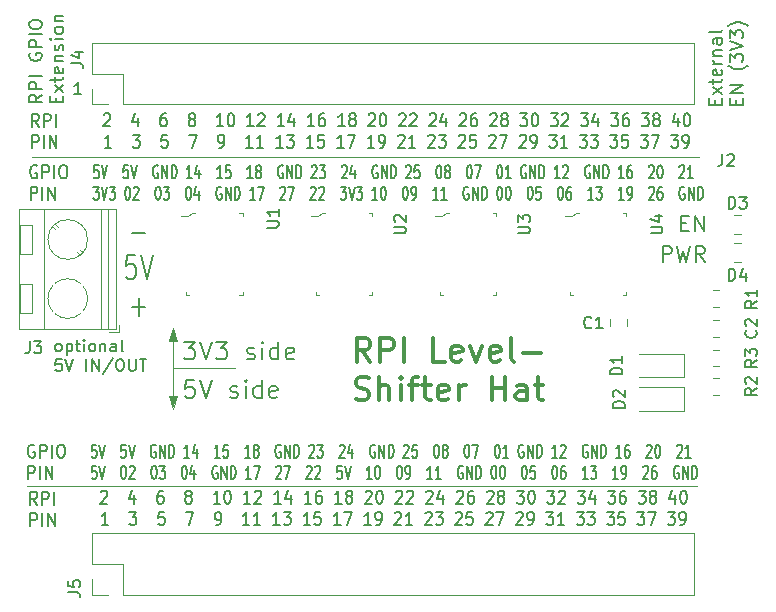
<source format=gbr>
G04 #@! TF.GenerationSoftware,KiCad,Pcbnew,5.1.6*
G04 #@! TF.CreationDate,2020-08-13T10:41:13+02:00*
G04 #@! TF.ProjectId,F010_rpi_logic_level_shifter_hat,46303130-5f72-4706-995f-6c6f6769635f,rev?*
G04 #@! TF.SameCoordinates,PXa52d280PY2b953a0*
G04 #@! TF.FileFunction,Legend,Top*
G04 #@! TF.FilePolarity,Positive*
%FSLAX46Y46*%
G04 Gerber Fmt 4.6, Leading zero omitted, Abs format (unit mm)*
G04 Created by KiCad (PCBNEW 5.1.6) date 2020-08-13 10:41:13*
%MOMM*%
%LPD*%
G01*
G04 APERTURE LIST*
%ADD10C,0.150000*%
%ADD11C,0.100000*%
%ADD12C,0.120000*%
%ADD13C,0.200000*%
%ADD14C,0.300000*%
G04 APERTURE END LIST*
D10*
X-1808572Y-10650595D02*
X-1808572Y-10283928D01*
X-1232381Y-10126785D02*
X-1232381Y-10650595D01*
X-2332381Y-10650595D01*
X-2332381Y-10126785D01*
X-1232381Y-9760119D02*
X-1965715Y-9183928D01*
X-1965715Y-9760119D02*
X-1232381Y-9183928D01*
X-1965715Y-8922023D02*
X-1965715Y-8502976D01*
X-2332381Y-8764880D02*
X-1389524Y-8764880D01*
X-1284762Y-8712500D01*
X-1232381Y-8607738D01*
X-1232381Y-8502976D01*
X-1284762Y-7717261D02*
X-1232381Y-7822023D01*
X-1232381Y-8031547D01*
X-1284762Y-8136309D01*
X-1389524Y-8188690D01*
X-1808572Y-8188690D01*
X-1913334Y-8136309D01*
X-1965715Y-8031547D01*
X-1965715Y-7822023D01*
X-1913334Y-7717261D01*
X-1808572Y-7664880D01*
X-1703810Y-7664880D01*
X-1599048Y-8188690D01*
X-1232381Y-7193452D02*
X-1965715Y-7193452D01*
X-1756191Y-7193452D02*
X-1860953Y-7141071D01*
X-1913334Y-7088690D01*
X-1965715Y-6983928D01*
X-1965715Y-6879166D01*
X-1965715Y-6512500D02*
X-1232381Y-6512500D01*
X-1860953Y-6512500D02*
X-1913334Y-6460119D01*
X-1965715Y-6355357D01*
X-1965715Y-6198214D01*
X-1913334Y-6093452D01*
X-1808572Y-6041071D01*
X-1232381Y-6041071D01*
X-1232381Y-5045833D02*
X-1808572Y-5045833D01*
X-1913334Y-5098214D01*
X-1965715Y-5202976D01*
X-1965715Y-5412500D01*
X-1913334Y-5517261D01*
X-1284762Y-5045833D02*
X-1232381Y-5150595D01*
X-1232381Y-5412500D01*
X-1284762Y-5517261D01*
X-1389524Y-5569642D01*
X-1494286Y-5569642D01*
X-1599048Y-5517261D01*
X-1651429Y-5412500D01*
X-1651429Y-5150595D01*
X-1703810Y-5045833D01*
X-1232381Y-4364880D02*
X-1284762Y-4469642D01*
X-1389524Y-4522023D01*
X-2332381Y-4522023D01*
X-8572Y-10650595D02*
X-8572Y-10283928D01*
X567619Y-10126785D02*
X567619Y-10650595D01*
X-532381Y-10650595D01*
X-532381Y-10126785D01*
X567619Y-9655357D02*
X-532381Y-9655357D01*
X567619Y-9026785D01*
X-532381Y-9026785D01*
X986666Y-7350595D02*
X934285Y-7402976D01*
X777142Y-7507738D01*
X672380Y-7560119D01*
X515238Y-7612500D01*
X253333Y-7664880D01*
X43809Y-7664880D01*
X-218096Y-7612500D01*
X-375239Y-7560119D01*
X-480000Y-7507738D01*
X-637143Y-7402976D01*
X-689524Y-7350595D01*
X-532381Y-7036309D02*
X-532381Y-6355357D01*
X-113334Y-6722023D01*
X-113334Y-6564880D01*
X-60953Y-6460119D01*
X-8572Y-6407738D01*
X96190Y-6355357D01*
X358095Y-6355357D01*
X462857Y-6407738D01*
X515238Y-6460119D01*
X567619Y-6564880D01*
X567619Y-6879166D01*
X515238Y-6983928D01*
X462857Y-7036309D01*
X-532381Y-6041071D02*
X567619Y-5674404D01*
X-532381Y-5307738D01*
X-532381Y-5045833D02*
X-532381Y-4364880D01*
X-113334Y-4731547D01*
X-113334Y-4574404D01*
X-60953Y-4469642D01*
X-8572Y-4417261D01*
X96190Y-4364880D01*
X358095Y-4364880D01*
X462857Y-4417261D01*
X515238Y-4469642D01*
X567619Y-4574404D01*
X567619Y-4888690D01*
X515238Y-4993452D01*
X462857Y-5045833D01*
X986666Y-3998214D02*
X934285Y-3945833D01*
X777142Y-3841071D01*
X672380Y-3788690D01*
X515238Y-3736309D01*
X253333Y-3683928D01*
X43809Y-3683928D01*
X-218096Y-3736309D01*
X-375239Y-3788690D01*
X-480000Y-3841071D01*
X-637143Y-3945833D01*
X-689524Y-3998214D01*
D11*
G36*
X-47700000Y-36450000D02*
G01*
X-48050000Y-35350000D01*
X-47350000Y-35350000D01*
X-47700000Y-36450000D01*
G37*
X-47700000Y-36450000D02*
X-48050000Y-35350000D01*
X-47350000Y-35350000D01*
X-47700000Y-36450000D01*
G36*
X-47350000Y-30650000D02*
G01*
X-48050000Y-30650000D01*
X-47700000Y-29550000D01*
X-47350000Y-30650000D01*
G37*
X-47350000Y-30650000D02*
X-48050000Y-30650000D01*
X-47700000Y-29550000D01*
X-47350000Y-30650000D01*
D12*
X-47700000Y-36200000D02*
X-47700000Y-29700000D01*
X-47650000Y-32950000D02*
X-42450000Y-32950000D01*
D10*
X-59192977Y-44537619D02*
X-59526310Y-44013809D01*
X-59764405Y-44537619D02*
X-59764405Y-43437619D01*
X-59383453Y-43437619D01*
X-59288215Y-43490000D01*
X-59240596Y-43542380D01*
X-59192977Y-43647142D01*
X-59192977Y-43804285D01*
X-59240596Y-43909047D01*
X-59288215Y-43961428D01*
X-59383453Y-44013809D01*
X-59764405Y-44013809D01*
X-58764405Y-44537619D02*
X-58764405Y-43437619D01*
X-58383453Y-43437619D01*
X-58288215Y-43490000D01*
X-58240596Y-43542380D01*
X-58192977Y-43647142D01*
X-58192977Y-43804285D01*
X-58240596Y-43909047D01*
X-58288215Y-43961428D01*
X-58383453Y-44013809D01*
X-58764405Y-44013809D01*
X-57764405Y-44537619D02*
X-57764405Y-43437619D01*
X-59764405Y-46337619D02*
X-59764405Y-45237619D01*
X-59383453Y-45237619D01*
X-59288215Y-45290000D01*
X-59240596Y-45342380D01*
X-59192977Y-45447142D01*
X-59192977Y-45604285D01*
X-59240596Y-45709047D01*
X-59288215Y-45761428D01*
X-59383453Y-45813809D01*
X-59764405Y-45813809D01*
X-58764405Y-46337619D02*
X-58764405Y-45237619D01*
X-58288215Y-46337619D02*
X-58288215Y-45237619D01*
X-57716786Y-46337619D01*
X-57716786Y-45237619D01*
X-59415596Y-39490000D02*
X-59510834Y-39437619D01*
X-59653691Y-39437619D01*
X-59796548Y-39490000D01*
X-59891786Y-39594761D01*
X-59939405Y-39699523D01*
X-59987024Y-39909047D01*
X-59987024Y-40066190D01*
X-59939405Y-40275714D01*
X-59891786Y-40380476D01*
X-59796548Y-40485238D01*
X-59653691Y-40537619D01*
X-59558453Y-40537619D01*
X-59415596Y-40485238D01*
X-59367977Y-40432857D01*
X-59367977Y-40066190D01*
X-59558453Y-40066190D01*
X-58939405Y-40537619D02*
X-58939405Y-39437619D01*
X-58558453Y-39437619D01*
X-58463215Y-39490000D01*
X-58415596Y-39542380D01*
X-58367977Y-39647142D01*
X-58367977Y-39804285D01*
X-58415596Y-39909047D01*
X-58463215Y-39961428D01*
X-58558453Y-40013809D01*
X-58939405Y-40013809D01*
X-57939405Y-40537619D02*
X-57939405Y-39437619D01*
X-57272739Y-39437619D02*
X-57082262Y-39437619D01*
X-56987024Y-39490000D01*
X-56891786Y-39594761D01*
X-56844167Y-39804285D01*
X-56844167Y-40170952D01*
X-56891786Y-40380476D01*
X-56987024Y-40485238D01*
X-57082262Y-40537619D01*
X-57272739Y-40537619D01*
X-57367977Y-40485238D01*
X-57463215Y-40380476D01*
X-57510834Y-40170952D01*
X-57510834Y-39804285D01*
X-57463215Y-39594761D01*
X-57367977Y-39490000D01*
X-57272739Y-39437619D01*
X-59939405Y-42337619D02*
X-59939405Y-41237619D01*
X-59558453Y-41237619D01*
X-59463215Y-41290000D01*
X-59415596Y-41342380D01*
X-59367977Y-41447142D01*
X-59367977Y-41604285D01*
X-59415596Y-41709047D01*
X-59463215Y-41761428D01*
X-59558453Y-41813809D01*
X-59939405Y-41813809D01*
X-58939405Y-42337619D02*
X-58939405Y-41237619D01*
X-58463215Y-42337619D02*
X-58463215Y-41237619D01*
X-57891786Y-42337619D01*
X-57891786Y-41237619D01*
X-54191786Y-39437619D02*
X-54548929Y-39437619D01*
X-54584643Y-39961428D01*
X-54548929Y-39909047D01*
X-54477500Y-39856666D01*
X-54298929Y-39856666D01*
X-54227500Y-39909047D01*
X-54191786Y-39961428D01*
X-54156072Y-40066190D01*
X-54156072Y-40328095D01*
X-54191786Y-40432857D01*
X-54227500Y-40485238D01*
X-54298929Y-40537619D01*
X-54477500Y-40537619D01*
X-54548929Y-40485238D01*
X-54584643Y-40432857D01*
X-53941786Y-39437619D02*
X-53691786Y-40537619D01*
X-53441786Y-39437619D01*
X-51691786Y-39437619D02*
X-52048929Y-39437619D01*
X-52084643Y-39961428D01*
X-52048929Y-39909047D01*
X-51977500Y-39856666D01*
X-51798929Y-39856666D01*
X-51727500Y-39909047D01*
X-51691786Y-39961428D01*
X-51656072Y-40066190D01*
X-51656072Y-40328095D01*
X-51691786Y-40432857D01*
X-51727500Y-40485238D01*
X-51798929Y-40537619D01*
X-51977500Y-40537619D01*
X-52048929Y-40485238D01*
X-52084643Y-40432857D01*
X-51441786Y-39437619D02*
X-51191786Y-40537619D01*
X-50941786Y-39437619D01*
X-49156072Y-39490000D02*
X-49227500Y-39437619D01*
X-49334643Y-39437619D01*
X-49441786Y-39490000D01*
X-49513215Y-39594761D01*
X-49548929Y-39699523D01*
X-49584643Y-39909047D01*
X-49584643Y-40066190D01*
X-49548929Y-40275714D01*
X-49513215Y-40380476D01*
X-49441786Y-40485238D01*
X-49334643Y-40537619D01*
X-49263215Y-40537619D01*
X-49156072Y-40485238D01*
X-49120358Y-40432857D01*
X-49120358Y-40066190D01*
X-49263215Y-40066190D01*
X-48798929Y-40537619D02*
X-48798929Y-39437619D01*
X-48370358Y-40537619D01*
X-48370358Y-39437619D01*
X-48013215Y-40537619D02*
X-48013215Y-39437619D01*
X-47834643Y-39437619D01*
X-47727500Y-39490000D01*
X-47656072Y-39594761D01*
X-47620358Y-39699523D01*
X-47584643Y-39909047D01*
X-47584643Y-40066190D01*
X-47620358Y-40275714D01*
X-47656072Y-40380476D01*
X-47727500Y-40485238D01*
X-47834643Y-40537619D01*
X-48013215Y-40537619D01*
X-46298929Y-40537619D02*
X-46727500Y-40537619D01*
X-46513215Y-40537619D02*
X-46513215Y-39437619D01*
X-46584643Y-39594761D01*
X-46656072Y-39699523D01*
X-46727500Y-39751904D01*
X-45656072Y-39804285D02*
X-45656072Y-40537619D01*
X-45834643Y-39385238D02*
X-46013215Y-40170952D01*
X-45548929Y-40170952D01*
X-43727500Y-40537619D02*
X-44156072Y-40537619D01*
X-43941786Y-40537619D02*
X-43941786Y-39437619D01*
X-44013215Y-39594761D01*
X-44084643Y-39699523D01*
X-44156072Y-39751904D01*
X-43048929Y-39437619D02*
X-43406072Y-39437619D01*
X-43441786Y-39961428D01*
X-43406072Y-39909047D01*
X-43334643Y-39856666D01*
X-43156072Y-39856666D01*
X-43084643Y-39909047D01*
X-43048929Y-39961428D01*
X-43013215Y-40066190D01*
X-43013215Y-40328095D01*
X-43048929Y-40432857D01*
X-43084643Y-40485238D01*
X-43156072Y-40537619D01*
X-43334643Y-40537619D01*
X-43406072Y-40485238D01*
X-43441786Y-40432857D01*
X-41156072Y-40537619D02*
X-41584643Y-40537619D01*
X-41370358Y-40537619D02*
X-41370358Y-39437619D01*
X-41441786Y-39594761D01*
X-41513215Y-39699523D01*
X-41584643Y-39751904D01*
X-40727500Y-39909047D02*
X-40798929Y-39856666D01*
X-40834643Y-39804285D01*
X-40870358Y-39699523D01*
X-40870358Y-39647142D01*
X-40834643Y-39542380D01*
X-40798929Y-39490000D01*
X-40727500Y-39437619D01*
X-40584643Y-39437619D01*
X-40513215Y-39490000D01*
X-40477500Y-39542380D01*
X-40441786Y-39647142D01*
X-40441786Y-39699523D01*
X-40477500Y-39804285D01*
X-40513215Y-39856666D01*
X-40584643Y-39909047D01*
X-40727500Y-39909047D01*
X-40798929Y-39961428D01*
X-40834643Y-40013809D01*
X-40870358Y-40118571D01*
X-40870358Y-40328095D01*
X-40834643Y-40432857D01*
X-40798929Y-40485238D01*
X-40727500Y-40537619D01*
X-40584643Y-40537619D01*
X-40513215Y-40485238D01*
X-40477500Y-40432857D01*
X-40441786Y-40328095D01*
X-40441786Y-40118571D01*
X-40477500Y-40013809D01*
X-40513215Y-39961428D01*
X-40584643Y-39909047D01*
X-38584643Y-39490000D02*
X-38656072Y-39437619D01*
X-38763215Y-39437619D01*
X-38870358Y-39490000D01*
X-38941786Y-39594761D01*
X-38977500Y-39699523D01*
X-39013215Y-39909047D01*
X-39013215Y-40066190D01*
X-38977500Y-40275714D01*
X-38941786Y-40380476D01*
X-38870358Y-40485238D01*
X-38763215Y-40537619D01*
X-38691786Y-40537619D01*
X-38584643Y-40485238D01*
X-38548929Y-40432857D01*
X-38548929Y-40066190D01*
X-38691786Y-40066190D01*
X-38227500Y-40537619D02*
X-38227500Y-39437619D01*
X-37798929Y-40537619D01*
X-37798929Y-39437619D01*
X-37441786Y-40537619D02*
X-37441786Y-39437619D01*
X-37263215Y-39437619D01*
X-37156072Y-39490000D01*
X-37084643Y-39594761D01*
X-37048929Y-39699523D01*
X-37013215Y-39909047D01*
X-37013215Y-40066190D01*
X-37048929Y-40275714D01*
X-37084643Y-40380476D01*
X-37156072Y-40485238D01*
X-37263215Y-40537619D01*
X-37441786Y-40537619D01*
X-36156072Y-39542380D02*
X-36120358Y-39490000D01*
X-36048929Y-39437619D01*
X-35870358Y-39437619D01*
X-35798929Y-39490000D01*
X-35763215Y-39542380D01*
X-35727500Y-39647142D01*
X-35727500Y-39751904D01*
X-35763215Y-39909047D01*
X-36191786Y-40537619D01*
X-35727500Y-40537619D01*
X-35477500Y-39437619D02*
X-35013215Y-39437619D01*
X-35263215Y-39856666D01*
X-35156072Y-39856666D01*
X-35084643Y-39909047D01*
X-35048929Y-39961428D01*
X-35013215Y-40066190D01*
X-35013215Y-40328095D01*
X-35048929Y-40432857D01*
X-35084643Y-40485238D01*
X-35156072Y-40537619D01*
X-35370358Y-40537619D01*
X-35441786Y-40485238D01*
X-35477500Y-40432857D01*
X-33584643Y-39542380D02*
X-33548929Y-39490000D01*
X-33477500Y-39437619D01*
X-33298929Y-39437619D01*
X-33227500Y-39490000D01*
X-33191786Y-39542380D01*
X-33156072Y-39647142D01*
X-33156072Y-39751904D01*
X-33191786Y-39909047D01*
X-33620358Y-40537619D01*
X-33156072Y-40537619D01*
X-32513215Y-39804285D02*
X-32513215Y-40537619D01*
X-32691786Y-39385238D02*
X-32870358Y-40170952D01*
X-32406072Y-40170952D01*
X-30584643Y-39490000D02*
X-30656072Y-39437619D01*
X-30763215Y-39437619D01*
X-30870358Y-39490000D01*
X-30941786Y-39594761D01*
X-30977500Y-39699523D01*
X-31013215Y-39909047D01*
X-31013215Y-40066190D01*
X-30977500Y-40275714D01*
X-30941786Y-40380476D01*
X-30870358Y-40485238D01*
X-30763215Y-40537619D01*
X-30691786Y-40537619D01*
X-30584643Y-40485238D01*
X-30548929Y-40432857D01*
X-30548929Y-40066190D01*
X-30691786Y-40066190D01*
X-30227500Y-40537619D02*
X-30227500Y-39437619D01*
X-29798929Y-40537619D01*
X-29798929Y-39437619D01*
X-29441786Y-40537619D02*
X-29441786Y-39437619D01*
X-29263215Y-39437619D01*
X-29156072Y-39490000D01*
X-29084643Y-39594761D01*
X-29048929Y-39699523D01*
X-29013215Y-39909047D01*
X-29013215Y-40066190D01*
X-29048929Y-40275714D01*
X-29084643Y-40380476D01*
X-29156072Y-40485238D01*
X-29263215Y-40537619D01*
X-29441786Y-40537619D01*
X-28156072Y-39542380D02*
X-28120358Y-39490000D01*
X-28048929Y-39437619D01*
X-27870358Y-39437619D01*
X-27798929Y-39490000D01*
X-27763215Y-39542380D01*
X-27727500Y-39647142D01*
X-27727500Y-39751904D01*
X-27763215Y-39909047D01*
X-28191786Y-40537619D01*
X-27727500Y-40537619D01*
X-27048929Y-39437619D02*
X-27406072Y-39437619D01*
X-27441786Y-39961428D01*
X-27406072Y-39909047D01*
X-27334643Y-39856666D01*
X-27156072Y-39856666D01*
X-27084643Y-39909047D01*
X-27048929Y-39961428D01*
X-27013215Y-40066190D01*
X-27013215Y-40328095D01*
X-27048929Y-40432857D01*
X-27084643Y-40485238D01*
X-27156072Y-40537619D01*
X-27334643Y-40537619D01*
X-27406072Y-40485238D01*
X-27441786Y-40432857D01*
X-25406072Y-39437619D02*
X-25334643Y-39437619D01*
X-25263215Y-39490000D01*
X-25227500Y-39542380D01*
X-25191786Y-39647142D01*
X-25156072Y-39856666D01*
X-25156072Y-40118571D01*
X-25191786Y-40328095D01*
X-25227500Y-40432857D01*
X-25263215Y-40485238D01*
X-25334643Y-40537619D01*
X-25406072Y-40537619D01*
X-25477500Y-40485238D01*
X-25513215Y-40432857D01*
X-25548929Y-40328095D01*
X-25584643Y-40118571D01*
X-25584643Y-39856666D01*
X-25548929Y-39647142D01*
X-25513215Y-39542380D01*
X-25477500Y-39490000D01*
X-25406072Y-39437619D01*
X-24727500Y-39909047D02*
X-24798929Y-39856666D01*
X-24834643Y-39804285D01*
X-24870358Y-39699523D01*
X-24870358Y-39647142D01*
X-24834643Y-39542380D01*
X-24798929Y-39490000D01*
X-24727500Y-39437619D01*
X-24584643Y-39437619D01*
X-24513215Y-39490000D01*
X-24477500Y-39542380D01*
X-24441786Y-39647142D01*
X-24441786Y-39699523D01*
X-24477500Y-39804285D01*
X-24513215Y-39856666D01*
X-24584643Y-39909047D01*
X-24727500Y-39909047D01*
X-24798929Y-39961428D01*
X-24834643Y-40013809D01*
X-24870358Y-40118571D01*
X-24870358Y-40328095D01*
X-24834643Y-40432857D01*
X-24798929Y-40485238D01*
X-24727500Y-40537619D01*
X-24584643Y-40537619D01*
X-24513215Y-40485238D01*
X-24477500Y-40432857D01*
X-24441786Y-40328095D01*
X-24441786Y-40118571D01*
X-24477500Y-40013809D01*
X-24513215Y-39961428D01*
X-24584643Y-39909047D01*
X-22834643Y-39437619D02*
X-22763215Y-39437619D01*
X-22691786Y-39490000D01*
X-22656072Y-39542380D01*
X-22620358Y-39647142D01*
X-22584643Y-39856666D01*
X-22584643Y-40118571D01*
X-22620358Y-40328095D01*
X-22656072Y-40432857D01*
X-22691786Y-40485238D01*
X-22763215Y-40537619D01*
X-22834643Y-40537619D01*
X-22906072Y-40485238D01*
X-22941786Y-40432857D01*
X-22977501Y-40328095D01*
X-23013215Y-40118571D01*
X-23013215Y-39856666D01*
X-22977501Y-39647142D01*
X-22941786Y-39542380D01*
X-22906072Y-39490000D01*
X-22834643Y-39437619D01*
X-22334643Y-39437619D02*
X-21834643Y-39437619D01*
X-22156072Y-40537619D01*
X-20263215Y-39437619D02*
X-20191786Y-39437619D01*
X-20120358Y-39490000D01*
X-20084643Y-39542380D01*
X-20048929Y-39647142D01*
X-20013215Y-39856666D01*
X-20013215Y-40118571D01*
X-20048929Y-40328095D01*
X-20084643Y-40432857D01*
X-20120358Y-40485238D01*
X-20191786Y-40537619D01*
X-20263215Y-40537619D01*
X-20334643Y-40485238D01*
X-20370358Y-40432857D01*
X-20406072Y-40328095D01*
X-20441786Y-40118571D01*
X-20441786Y-39856666D01*
X-20406072Y-39647142D01*
X-20370358Y-39542380D01*
X-20334643Y-39490000D01*
X-20263215Y-39437619D01*
X-19298929Y-40537619D02*
X-19727500Y-40537619D01*
X-19513215Y-40537619D02*
X-19513215Y-39437619D01*
X-19584643Y-39594761D01*
X-19656072Y-39699523D01*
X-19727500Y-39751904D01*
X-18013215Y-39490000D02*
X-18084643Y-39437619D01*
X-18191786Y-39437619D01*
X-18298929Y-39490000D01*
X-18370358Y-39594761D01*
X-18406072Y-39699523D01*
X-18441786Y-39909047D01*
X-18441786Y-40066190D01*
X-18406072Y-40275714D01*
X-18370358Y-40380476D01*
X-18298929Y-40485238D01*
X-18191786Y-40537619D01*
X-18120358Y-40537619D01*
X-18013215Y-40485238D01*
X-17977500Y-40432857D01*
X-17977500Y-40066190D01*
X-18120358Y-40066190D01*
X-17656072Y-40537619D02*
X-17656072Y-39437619D01*
X-17227500Y-40537619D01*
X-17227500Y-39437619D01*
X-16870358Y-40537619D02*
X-16870358Y-39437619D01*
X-16691786Y-39437619D01*
X-16584643Y-39490000D01*
X-16513215Y-39594761D01*
X-16477500Y-39699523D01*
X-16441786Y-39909047D01*
X-16441786Y-40066190D01*
X-16477500Y-40275714D01*
X-16513215Y-40380476D01*
X-16584643Y-40485238D01*
X-16691786Y-40537619D01*
X-16870358Y-40537619D01*
X-15156072Y-40537619D02*
X-15584643Y-40537619D01*
X-15370358Y-40537619D02*
X-15370358Y-39437619D01*
X-15441786Y-39594761D01*
X-15513215Y-39699523D01*
X-15584643Y-39751904D01*
X-14870358Y-39542380D02*
X-14834643Y-39490000D01*
X-14763215Y-39437619D01*
X-14584643Y-39437619D01*
X-14513215Y-39490000D01*
X-14477500Y-39542380D01*
X-14441786Y-39647142D01*
X-14441786Y-39751904D01*
X-14477500Y-39909047D01*
X-14906072Y-40537619D01*
X-14441786Y-40537619D01*
X-12584643Y-39490000D02*
X-12656072Y-39437619D01*
X-12763215Y-39437619D01*
X-12870358Y-39490000D01*
X-12941786Y-39594761D01*
X-12977500Y-39699523D01*
X-13013215Y-39909047D01*
X-13013215Y-40066190D01*
X-12977500Y-40275714D01*
X-12941786Y-40380476D01*
X-12870358Y-40485238D01*
X-12763215Y-40537619D01*
X-12691786Y-40537619D01*
X-12584643Y-40485238D01*
X-12548929Y-40432857D01*
X-12548929Y-40066190D01*
X-12691786Y-40066190D01*
X-12227500Y-40537619D02*
X-12227500Y-39437619D01*
X-11798929Y-40537619D01*
X-11798929Y-39437619D01*
X-11441786Y-40537619D02*
X-11441786Y-39437619D01*
X-11263215Y-39437619D01*
X-11156072Y-39490000D01*
X-11084643Y-39594761D01*
X-11048929Y-39699523D01*
X-11013215Y-39909047D01*
X-11013215Y-40066190D01*
X-11048929Y-40275714D01*
X-11084643Y-40380476D01*
X-11156072Y-40485238D01*
X-11263215Y-40537619D01*
X-11441786Y-40537619D01*
X-9727500Y-40537619D02*
X-10156072Y-40537619D01*
X-9941786Y-40537619D02*
X-9941786Y-39437619D01*
X-10013215Y-39594761D01*
X-10084643Y-39699523D01*
X-10156072Y-39751904D01*
X-9084643Y-39437619D02*
X-9227500Y-39437619D01*
X-9298929Y-39490000D01*
X-9334643Y-39542380D01*
X-9406072Y-39699523D01*
X-9441786Y-39909047D01*
X-9441786Y-40328095D01*
X-9406072Y-40432857D01*
X-9370358Y-40485238D01*
X-9298929Y-40537619D01*
X-9156072Y-40537619D01*
X-9084643Y-40485238D01*
X-9048929Y-40432857D01*
X-9013215Y-40328095D01*
X-9013215Y-40066190D01*
X-9048929Y-39961428D01*
X-9084643Y-39909047D01*
X-9156072Y-39856666D01*
X-9298929Y-39856666D01*
X-9370358Y-39909047D01*
X-9406072Y-39961428D01*
X-9441786Y-40066190D01*
X-7584643Y-39542380D02*
X-7548929Y-39490000D01*
X-7477500Y-39437619D01*
X-7298929Y-39437619D01*
X-7227500Y-39490000D01*
X-7191786Y-39542380D01*
X-7156072Y-39647142D01*
X-7156072Y-39751904D01*
X-7191786Y-39909047D01*
X-7620358Y-40537619D01*
X-7156072Y-40537619D01*
X-6691786Y-39437619D02*
X-6620358Y-39437619D01*
X-6548929Y-39490000D01*
X-6513215Y-39542380D01*
X-6477500Y-39647142D01*
X-6441786Y-39856666D01*
X-6441786Y-40118571D01*
X-6477500Y-40328095D01*
X-6513215Y-40432857D01*
X-6548929Y-40485238D01*
X-6620358Y-40537619D01*
X-6691786Y-40537619D01*
X-6763215Y-40485238D01*
X-6798929Y-40432857D01*
X-6834643Y-40328095D01*
X-6870358Y-40118571D01*
X-6870358Y-39856666D01*
X-6834643Y-39647142D01*
X-6798929Y-39542380D01*
X-6763215Y-39490000D01*
X-6691786Y-39437619D01*
X-5013215Y-39542380D02*
X-4977500Y-39490000D01*
X-4906072Y-39437619D01*
X-4727500Y-39437619D01*
X-4656072Y-39490000D01*
X-4620358Y-39542380D01*
X-4584643Y-39647142D01*
X-4584643Y-39751904D01*
X-4620358Y-39909047D01*
X-5048929Y-40537619D01*
X-4584643Y-40537619D01*
X-3870358Y-40537619D02*
X-4298929Y-40537619D01*
X-4084643Y-40537619D02*
X-4084643Y-39437619D01*
X-4156072Y-39594761D01*
X-4227500Y-39699523D01*
X-4298929Y-39751904D01*
X-54191786Y-41237619D02*
X-54548929Y-41237619D01*
X-54584643Y-41761428D01*
X-54548929Y-41709047D01*
X-54477500Y-41656666D01*
X-54298929Y-41656666D01*
X-54227500Y-41709047D01*
X-54191786Y-41761428D01*
X-54156072Y-41866190D01*
X-54156072Y-42128095D01*
X-54191786Y-42232857D01*
X-54227500Y-42285238D01*
X-54298929Y-42337619D01*
X-54477500Y-42337619D01*
X-54548929Y-42285238D01*
X-54584643Y-42232857D01*
X-53941786Y-41237619D02*
X-53691786Y-42337619D01*
X-53441786Y-41237619D01*
X-51906072Y-41237619D02*
X-51834643Y-41237619D01*
X-51763215Y-41290000D01*
X-51727500Y-41342380D01*
X-51691786Y-41447142D01*
X-51656072Y-41656666D01*
X-51656072Y-41918571D01*
X-51691786Y-42128095D01*
X-51727500Y-42232857D01*
X-51763215Y-42285238D01*
X-51834643Y-42337619D01*
X-51906072Y-42337619D01*
X-51977500Y-42285238D01*
X-52013215Y-42232857D01*
X-52048929Y-42128095D01*
X-52084643Y-41918571D01*
X-52084643Y-41656666D01*
X-52048929Y-41447142D01*
X-52013215Y-41342380D01*
X-51977500Y-41290000D01*
X-51906072Y-41237619D01*
X-51370358Y-41342380D02*
X-51334643Y-41290000D01*
X-51263215Y-41237619D01*
X-51084643Y-41237619D01*
X-51013215Y-41290000D01*
X-50977500Y-41342380D01*
X-50941786Y-41447142D01*
X-50941786Y-41551904D01*
X-50977500Y-41709047D01*
X-51406072Y-42337619D01*
X-50941786Y-42337619D01*
X-49334643Y-41237619D02*
X-49263215Y-41237619D01*
X-49191786Y-41290000D01*
X-49156072Y-41342380D01*
X-49120358Y-41447142D01*
X-49084643Y-41656666D01*
X-49084643Y-41918571D01*
X-49120358Y-42128095D01*
X-49156072Y-42232857D01*
X-49191786Y-42285238D01*
X-49263215Y-42337619D01*
X-49334643Y-42337619D01*
X-49406072Y-42285238D01*
X-49441786Y-42232857D01*
X-49477500Y-42128095D01*
X-49513215Y-41918571D01*
X-49513215Y-41656666D01*
X-49477500Y-41447142D01*
X-49441786Y-41342380D01*
X-49406072Y-41290000D01*
X-49334643Y-41237619D01*
X-48834643Y-41237619D02*
X-48370358Y-41237619D01*
X-48620358Y-41656666D01*
X-48513215Y-41656666D01*
X-48441786Y-41709047D01*
X-48406072Y-41761428D01*
X-48370358Y-41866190D01*
X-48370358Y-42128095D01*
X-48406072Y-42232857D01*
X-48441786Y-42285238D01*
X-48513215Y-42337619D01*
X-48727500Y-42337619D01*
X-48798929Y-42285238D01*
X-48834643Y-42232857D01*
X-46763215Y-41237619D02*
X-46691786Y-41237619D01*
X-46620358Y-41290000D01*
X-46584643Y-41342380D01*
X-46548929Y-41447142D01*
X-46513215Y-41656666D01*
X-46513215Y-41918571D01*
X-46548929Y-42128095D01*
X-46584643Y-42232857D01*
X-46620358Y-42285238D01*
X-46691786Y-42337619D01*
X-46763215Y-42337619D01*
X-46834643Y-42285238D01*
X-46870358Y-42232857D01*
X-46906072Y-42128095D01*
X-46941786Y-41918571D01*
X-46941786Y-41656666D01*
X-46906072Y-41447142D01*
X-46870358Y-41342380D01*
X-46834643Y-41290000D01*
X-46763215Y-41237619D01*
X-45870358Y-41604285D02*
X-45870358Y-42337619D01*
X-46048929Y-41185238D02*
X-46227500Y-41970952D01*
X-45763215Y-41970952D01*
X-43941786Y-41290000D02*
X-44013215Y-41237619D01*
X-44120358Y-41237619D01*
X-44227500Y-41290000D01*
X-44298929Y-41394761D01*
X-44334643Y-41499523D01*
X-44370358Y-41709047D01*
X-44370358Y-41866190D01*
X-44334643Y-42075714D01*
X-44298929Y-42180476D01*
X-44227500Y-42285238D01*
X-44120358Y-42337619D01*
X-44048929Y-42337619D01*
X-43941786Y-42285238D01*
X-43906072Y-42232857D01*
X-43906072Y-41866190D01*
X-44048929Y-41866190D01*
X-43584643Y-42337619D02*
X-43584643Y-41237619D01*
X-43156072Y-42337619D01*
X-43156072Y-41237619D01*
X-42798929Y-42337619D02*
X-42798929Y-41237619D01*
X-42620358Y-41237619D01*
X-42513215Y-41290000D01*
X-42441786Y-41394761D01*
X-42406072Y-41499523D01*
X-42370358Y-41709047D01*
X-42370358Y-41866190D01*
X-42406072Y-42075714D01*
X-42441786Y-42180476D01*
X-42513215Y-42285238D01*
X-42620358Y-42337619D01*
X-42798929Y-42337619D01*
X-41084643Y-42337619D02*
X-41513215Y-42337619D01*
X-41298929Y-42337619D02*
X-41298929Y-41237619D01*
X-41370358Y-41394761D01*
X-41441786Y-41499523D01*
X-41513215Y-41551904D01*
X-40834643Y-41237619D02*
X-40334643Y-41237619D01*
X-40656072Y-42337619D01*
X-38941786Y-41342380D02*
X-38906072Y-41290000D01*
X-38834643Y-41237619D01*
X-38656072Y-41237619D01*
X-38584643Y-41290000D01*
X-38548929Y-41342380D01*
X-38513215Y-41447142D01*
X-38513215Y-41551904D01*
X-38548929Y-41709047D01*
X-38977500Y-42337619D01*
X-38513215Y-42337619D01*
X-38263215Y-41237619D02*
X-37763215Y-41237619D01*
X-38084643Y-42337619D01*
X-36370358Y-41342380D02*
X-36334643Y-41290000D01*
X-36263215Y-41237619D01*
X-36084643Y-41237619D01*
X-36013215Y-41290000D01*
X-35977500Y-41342380D01*
X-35941786Y-41447142D01*
X-35941786Y-41551904D01*
X-35977500Y-41709047D01*
X-36406072Y-42337619D01*
X-35941786Y-42337619D01*
X-35656072Y-41342380D02*
X-35620358Y-41290000D01*
X-35548929Y-41237619D01*
X-35370358Y-41237619D01*
X-35298929Y-41290000D01*
X-35263215Y-41342380D01*
X-35227500Y-41447142D01*
X-35227500Y-41551904D01*
X-35263215Y-41709047D01*
X-35691786Y-42337619D01*
X-35227500Y-42337619D01*
X-33406072Y-41237619D02*
X-33763215Y-41237619D01*
X-33798929Y-41761428D01*
X-33763215Y-41709047D01*
X-33691786Y-41656666D01*
X-33513215Y-41656666D01*
X-33441786Y-41709047D01*
X-33406072Y-41761428D01*
X-33370358Y-41866190D01*
X-33370358Y-42128095D01*
X-33406072Y-42232857D01*
X-33441786Y-42285238D01*
X-33513215Y-42337619D01*
X-33691786Y-42337619D01*
X-33763215Y-42285238D01*
X-33798929Y-42232857D01*
X-33156072Y-41237619D02*
X-32906072Y-42337619D01*
X-32656072Y-41237619D01*
X-30870358Y-42337619D02*
X-31298929Y-42337619D01*
X-31084643Y-42337619D02*
X-31084643Y-41237619D01*
X-31156072Y-41394761D01*
X-31227500Y-41499523D01*
X-31298929Y-41551904D01*
X-30406072Y-41237619D02*
X-30334643Y-41237619D01*
X-30263215Y-41290000D01*
X-30227500Y-41342380D01*
X-30191786Y-41447142D01*
X-30156072Y-41656666D01*
X-30156072Y-41918571D01*
X-30191786Y-42128095D01*
X-30227500Y-42232857D01*
X-30263215Y-42285238D01*
X-30334643Y-42337619D01*
X-30406072Y-42337619D01*
X-30477500Y-42285238D01*
X-30513215Y-42232857D01*
X-30548929Y-42128095D01*
X-30584643Y-41918571D01*
X-30584643Y-41656666D01*
X-30548929Y-41447142D01*
X-30513215Y-41342380D01*
X-30477500Y-41290000D01*
X-30406072Y-41237619D01*
X-28548929Y-41237619D02*
X-28477501Y-41237619D01*
X-28406072Y-41290000D01*
X-28370358Y-41342380D01*
X-28334643Y-41447142D01*
X-28298929Y-41656666D01*
X-28298929Y-41918571D01*
X-28334643Y-42128095D01*
X-28370358Y-42232857D01*
X-28406072Y-42285238D01*
X-28477501Y-42337619D01*
X-28548929Y-42337619D01*
X-28620358Y-42285238D01*
X-28656072Y-42232857D01*
X-28691786Y-42128095D01*
X-28727501Y-41918571D01*
X-28727501Y-41656666D01*
X-28691786Y-41447142D01*
X-28656072Y-41342380D01*
X-28620358Y-41290000D01*
X-28548929Y-41237619D01*
X-27941786Y-42337619D02*
X-27798929Y-42337619D01*
X-27727501Y-42285238D01*
X-27691786Y-42232857D01*
X-27620358Y-42075714D01*
X-27584643Y-41866190D01*
X-27584643Y-41447142D01*
X-27620358Y-41342380D01*
X-27656072Y-41290000D01*
X-27727501Y-41237619D01*
X-27870358Y-41237619D01*
X-27941786Y-41290000D01*
X-27977501Y-41342380D01*
X-28013215Y-41447142D01*
X-28013215Y-41709047D01*
X-27977501Y-41813809D01*
X-27941786Y-41866190D01*
X-27870358Y-41918571D01*
X-27727501Y-41918571D01*
X-27656072Y-41866190D01*
X-27620358Y-41813809D01*
X-27584643Y-41709047D01*
X-25727501Y-42337619D02*
X-26156072Y-42337619D01*
X-25941786Y-42337619D02*
X-25941786Y-41237619D01*
X-26013215Y-41394761D01*
X-26084643Y-41499523D01*
X-26156072Y-41551904D01*
X-25013215Y-42337619D02*
X-25441786Y-42337619D01*
X-25227501Y-42337619D02*
X-25227501Y-41237619D01*
X-25298929Y-41394761D01*
X-25370358Y-41499523D01*
X-25441786Y-41551904D01*
X-23156072Y-41290000D02*
X-23227501Y-41237619D01*
X-23334643Y-41237619D01*
X-23441786Y-41290000D01*
X-23513215Y-41394761D01*
X-23548929Y-41499523D01*
X-23584643Y-41709047D01*
X-23584643Y-41866190D01*
X-23548929Y-42075714D01*
X-23513215Y-42180476D01*
X-23441786Y-42285238D01*
X-23334643Y-42337619D01*
X-23263215Y-42337619D01*
X-23156072Y-42285238D01*
X-23120358Y-42232857D01*
X-23120358Y-41866190D01*
X-23263215Y-41866190D01*
X-22798929Y-42337619D02*
X-22798929Y-41237619D01*
X-22370358Y-42337619D01*
X-22370358Y-41237619D01*
X-22013215Y-42337619D02*
X-22013215Y-41237619D01*
X-21834643Y-41237619D01*
X-21727501Y-41290000D01*
X-21656072Y-41394761D01*
X-21620358Y-41499523D01*
X-21584643Y-41709047D01*
X-21584643Y-41866190D01*
X-21620358Y-42075714D01*
X-21656072Y-42180476D01*
X-21727501Y-42285238D01*
X-21834643Y-42337619D01*
X-22013215Y-42337619D01*
X-20548929Y-41237619D02*
X-20477501Y-41237619D01*
X-20406072Y-41290000D01*
X-20370358Y-41342380D01*
X-20334643Y-41447142D01*
X-20298929Y-41656666D01*
X-20298929Y-41918571D01*
X-20334643Y-42128095D01*
X-20370358Y-42232857D01*
X-20406072Y-42285238D01*
X-20477501Y-42337619D01*
X-20548929Y-42337619D01*
X-20620358Y-42285238D01*
X-20656072Y-42232857D01*
X-20691786Y-42128095D01*
X-20727501Y-41918571D01*
X-20727501Y-41656666D01*
X-20691786Y-41447142D01*
X-20656072Y-41342380D01*
X-20620358Y-41290000D01*
X-20548929Y-41237619D01*
X-19834643Y-41237619D02*
X-19763215Y-41237619D01*
X-19691786Y-41290000D01*
X-19656072Y-41342380D01*
X-19620358Y-41447142D01*
X-19584643Y-41656666D01*
X-19584643Y-41918571D01*
X-19620358Y-42128095D01*
X-19656072Y-42232857D01*
X-19691786Y-42285238D01*
X-19763215Y-42337619D01*
X-19834643Y-42337619D01*
X-19906072Y-42285238D01*
X-19941786Y-42232857D01*
X-19977501Y-42128095D01*
X-20013215Y-41918571D01*
X-20013215Y-41656666D01*
X-19977501Y-41447142D01*
X-19941786Y-41342380D01*
X-19906072Y-41290000D01*
X-19834643Y-41237619D01*
X-17977500Y-41237619D02*
X-17906072Y-41237619D01*
X-17834643Y-41290000D01*
X-17798929Y-41342380D01*
X-17763215Y-41447142D01*
X-17727500Y-41656666D01*
X-17727500Y-41918571D01*
X-17763215Y-42128095D01*
X-17798929Y-42232857D01*
X-17834643Y-42285238D01*
X-17906072Y-42337619D01*
X-17977500Y-42337619D01*
X-18048929Y-42285238D01*
X-18084643Y-42232857D01*
X-18120358Y-42128095D01*
X-18156072Y-41918571D01*
X-18156072Y-41656666D01*
X-18120358Y-41447142D01*
X-18084643Y-41342380D01*
X-18048929Y-41290000D01*
X-17977500Y-41237619D01*
X-17048929Y-41237619D02*
X-17406072Y-41237619D01*
X-17441786Y-41761428D01*
X-17406072Y-41709047D01*
X-17334643Y-41656666D01*
X-17156072Y-41656666D01*
X-17084643Y-41709047D01*
X-17048929Y-41761428D01*
X-17013215Y-41866190D01*
X-17013215Y-42128095D01*
X-17048929Y-42232857D01*
X-17084643Y-42285238D01*
X-17156072Y-42337619D01*
X-17334643Y-42337619D01*
X-17406072Y-42285238D01*
X-17441786Y-42232857D01*
X-15406072Y-41237619D02*
X-15334643Y-41237619D01*
X-15263215Y-41290000D01*
X-15227500Y-41342380D01*
X-15191786Y-41447142D01*
X-15156072Y-41656666D01*
X-15156072Y-41918571D01*
X-15191786Y-42128095D01*
X-15227500Y-42232857D01*
X-15263215Y-42285238D01*
X-15334643Y-42337619D01*
X-15406072Y-42337619D01*
X-15477500Y-42285238D01*
X-15513215Y-42232857D01*
X-15548929Y-42128095D01*
X-15584643Y-41918571D01*
X-15584643Y-41656666D01*
X-15548929Y-41447142D01*
X-15513215Y-41342380D01*
X-15477500Y-41290000D01*
X-15406072Y-41237619D01*
X-14513215Y-41237619D02*
X-14656072Y-41237619D01*
X-14727500Y-41290000D01*
X-14763215Y-41342380D01*
X-14834643Y-41499523D01*
X-14870358Y-41709047D01*
X-14870358Y-42128095D01*
X-14834643Y-42232857D01*
X-14798929Y-42285238D01*
X-14727500Y-42337619D01*
X-14584643Y-42337619D01*
X-14513215Y-42285238D01*
X-14477500Y-42232857D01*
X-14441786Y-42128095D01*
X-14441786Y-41866190D01*
X-14477500Y-41761428D01*
X-14513215Y-41709047D01*
X-14584643Y-41656666D01*
X-14727500Y-41656666D01*
X-14798929Y-41709047D01*
X-14834643Y-41761428D01*
X-14870358Y-41866190D01*
X-12584643Y-42337619D02*
X-13013215Y-42337619D01*
X-12798929Y-42337619D02*
X-12798929Y-41237619D01*
X-12870358Y-41394761D01*
X-12941786Y-41499523D01*
X-13013215Y-41551904D01*
X-12334643Y-41237619D02*
X-11870358Y-41237619D01*
X-12120358Y-41656666D01*
X-12013215Y-41656666D01*
X-11941786Y-41709047D01*
X-11906072Y-41761428D01*
X-11870358Y-41866190D01*
X-11870358Y-42128095D01*
X-11906072Y-42232857D01*
X-11941786Y-42285238D01*
X-12013215Y-42337619D01*
X-12227500Y-42337619D01*
X-12298929Y-42285238D01*
X-12334643Y-42232857D01*
X-10013215Y-42337619D02*
X-10441786Y-42337619D01*
X-10227500Y-42337619D02*
X-10227500Y-41237619D01*
X-10298929Y-41394761D01*
X-10370358Y-41499523D01*
X-10441786Y-41551904D01*
X-9656072Y-42337619D02*
X-9513215Y-42337619D01*
X-9441786Y-42285238D01*
X-9406072Y-42232857D01*
X-9334643Y-42075714D01*
X-9298929Y-41866190D01*
X-9298929Y-41447142D01*
X-9334643Y-41342380D01*
X-9370358Y-41290000D01*
X-9441786Y-41237619D01*
X-9584643Y-41237619D01*
X-9656072Y-41290000D01*
X-9691786Y-41342380D01*
X-9727500Y-41447142D01*
X-9727500Y-41709047D01*
X-9691786Y-41813809D01*
X-9656072Y-41866190D01*
X-9584643Y-41918571D01*
X-9441786Y-41918571D01*
X-9370358Y-41866190D01*
X-9334643Y-41813809D01*
X-9298929Y-41709047D01*
X-7870358Y-41342380D02*
X-7834643Y-41290000D01*
X-7763215Y-41237619D01*
X-7584643Y-41237619D01*
X-7513215Y-41290000D01*
X-7477500Y-41342380D01*
X-7441786Y-41447142D01*
X-7441786Y-41551904D01*
X-7477500Y-41709047D01*
X-7906072Y-42337619D01*
X-7441786Y-42337619D01*
X-6798929Y-41237619D02*
X-6941786Y-41237619D01*
X-7013215Y-41290000D01*
X-7048929Y-41342380D01*
X-7120358Y-41499523D01*
X-7156072Y-41709047D01*
X-7156072Y-42128095D01*
X-7120358Y-42232857D01*
X-7084643Y-42285238D01*
X-7013215Y-42337619D01*
X-6870358Y-42337619D01*
X-6798929Y-42285238D01*
X-6763215Y-42232857D01*
X-6727500Y-42128095D01*
X-6727500Y-41866190D01*
X-6763215Y-41761428D01*
X-6798929Y-41709047D01*
X-6870358Y-41656666D01*
X-7013215Y-41656666D01*
X-7084643Y-41709047D01*
X-7120358Y-41761428D01*
X-7156072Y-41866190D01*
X-4870358Y-41290000D02*
X-4941786Y-41237619D01*
X-5048929Y-41237619D01*
X-5156072Y-41290000D01*
X-5227500Y-41394761D01*
X-5263215Y-41499523D01*
X-5298929Y-41709047D01*
X-5298929Y-41866190D01*
X-5263215Y-42075714D01*
X-5227500Y-42180476D01*
X-5156072Y-42285238D01*
X-5048929Y-42337619D01*
X-4977500Y-42337619D01*
X-4870358Y-42285238D01*
X-4834643Y-42232857D01*
X-4834643Y-41866190D01*
X-4977500Y-41866190D01*
X-4513215Y-42337619D02*
X-4513215Y-41237619D01*
X-4084643Y-42337619D01*
X-4084643Y-41237619D01*
X-3727500Y-42337619D02*
X-3727500Y-41237619D01*
X-3548929Y-41237619D01*
X-3441786Y-41290000D01*
X-3370358Y-41394761D01*
X-3334643Y-41499523D01*
X-3298929Y-41709047D01*
X-3298929Y-41866190D01*
X-3334643Y-42075714D01*
X-3370358Y-42180476D01*
X-3441786Y-42285238D01*
X-3548929Y-42337619D01*
X-3727500Y-42337619D01*
D12*
X-60050000Y-42940000D02*
X-3300000Y-42940000D01*
D10*
X-55464286Y-9777380D02*
X-56035715Y-9777380D01*
X-55750000Y-9777380D02*
X-55750000Y-8777380D01*
X-55845239Y-8920238D01*
X-55940477Y-9015476D01*
X-56035715Y-9063095D01*
D13*
X-4660477Y-20707142D02*
X-4227143Y-20707142D01*
X-4041429Y-21388095D02*
X-4660477Y-21388095D01*
X-4660477Y-20088095D01*
X-4041429Y-20088095D01*
X-3484286Y-21388095D02*
X-3484286Y-20088095D01*
X-2741429Y-21388095D01*
X-2741429Y-20088095D01*
X-6210477Y-23938095D02*
X-6210477Y-22638095D01*
X-5715239Y-22638095D01*
X-5591429Y-22700000D01*
X-5529524Y-22761904D01*
X-5467620Y-22885714D01*
X-5467620Y-23071428D01*
X-5529524Y-23195238D01*
X-5591429Y-23257142D01*
X-5715239Y-23319047D01*
X-6210477Y-23319047D01*
X-5034286Y-22638095D02*
X-4724762Y-23938095D01*
X-4477143Y-23009523D01*
X-4229524Y-23938095D01*
X-3920000Y-22638095D01*
X-2681905Y-23938095D02*
X-3115239Y-23319047D01*
X-3424762Y-23938095D02*
X-3424762Y-22638095D01*
X-2929524Y-22638095D01*
X-2805715Y-22700000D01*
X-2743810Y-22761904D01*
X-2681905Y-22885714D01*
X-2681905Y-23071428D01*
X-2743810Y-23195238D01*
X-2805715Y-23257142D01*
X-2929524Y-23319047D01*
X-3424762Y-23319047D01*
D10*
X-57461548Y-31547380D02*
X-57556786Y-31499761D01*
X-57604405Y-31452142D01*
X-57652024Y-31356904D01*
X-57652024Y-31071190D01*
X-57604405Y-30975952D01*
X-57556786Y-30928333D01*
X-57461548Y-30880714D01*
X-57318691Y-30880714D01*
X-57223453Y-30928333D01*
X-57175834Y-30975952D01*
X-57128215Y-31071190D01*
X-57128215Y-31356904D01*
X-57175834Y-31452142D01*
X-57223453Y-31499761D01*
X-57318691Y-31547380D01*
X-57461548Y-31547380D01*
X-56699643Y-30880714D02*
X-56699643Y-31880714D01*
X-56699643Y-30928333D02*
X-56604405Y-30880714D01*
X-56413929Y-30880714D01*
X-56318691Y-30928333D01*
X-56271072Y-30975952D01*
X-56223453Y-31071190D01*
X-56223453Y-31356904D01*
X-56271072Y-31452142D01*
X-56318691Y-31499761D01*
X-56413929Y-31547380D01*
X-56604405Y-31547380D01*
X-56699643Y-31499761D01*
X-55937739Y-30880714D02*
X-55556786Y-30880714D01*
X-55794881Y-30547380D02*
X-55794881Y-31404523D01*
X-55747262Y-31499761D01*
X-55652024Y-31547380D01*
X-55556786Y-31547380D01*
X-55223453Y-31547380D02*
X-55223453Y-30880714D01*
X-55223453Y-30547380D02*
X-55271072Y-30595000D01*
X-55223453Y-30642619D01*
X-55175834Y-30595000D01*
X-55223453Y-30547380D01*
X-55223453Y-30642619D01*
X-54604405Y-31547380D02*
X-54699643Y-31499761D01*
X-54747262Y-31452142D01*
X-54794881Y-31356904D01*
X-54794881Y-31071190D01*
X-54747262Y-30975952D01*
X-54699643Y-30928333D01*
X-54604405Y-30880714D01*
X-54461548Y-30880714D01*
X-54366310Y-30928333D01*
X-54318691Y-30975952D01*
X-54271072Y-31071190D01*
X-54271072Y-31356904D01*
X-54318691Y-31452142D01*
X-54366310Y-31499761D01*
X-54461548Y-31547380D01*
X-54604405Y-31547380D01*
X-53842500Y-30880714D02*
X-53842500Y-31547380D01*
X-53842500Y-30975952D02*
X-53794881Y-30928333D01*
X-53699643Y-30880714D01*
X-53556786Y-30880714D01*
X-53461548Y-30928333D01*
X-53413929Y-31023571D01*
X-53413929Y-31547380D01*
X-52509167Y-31547380D02*
X-52509167Y-31023571D01*
X-52556786Y-30928333D01*
X-52652024Y-30880714D01*
X-52842500Y-30880714D01*
X-52937739Y-30928333D01*
X-52509167Y-31499761D02*
X-52604405Y-31547380D01*
X-52842500Y-31547380D01*
X-52937739Y-31499761D01*
X-52985358Y-31404523D01*
X-52985358Y-31309285D01*
X-52937739Y-31214047D01*
X-52842500Y-31166428D01*
X-52604405Y-31166428D01*
X-52509167Y-31118809D01*
X-51890120Y-31547380D02*
X-51985358Y-31499761D01*
X-52032977Y-31404523D01*
X-52032977Y-30547380D01*
X-57128215Y-32197380D02*
X-57604405Y-32197380D01*
X-57652024Y-32673571D01*
X-57604405Y-32625952D01*
X-57509167Y-32578333D01*
X-57271072Y-32578333D01*
X-57175834Y-32625952D01*
X-57128215Y-32673571D01*
X-57080596Y-32768809D01*
X-57080596Y-33006904D01*
X-57128215Y-33102142D01*
X-57175834Y-33149761D01*
X-57271072Y-33197380D01*
X-57509167Y-33197380D01*
X-57604405Y-33149761D01*
X-57652024Y-33102142D01*
X-56794881Y-32197380D02*
X-56461548Y-33197380D01*
X-56128215Y-32197380D01*
X-55032977Y-33197380D02*
X-55032977Y-32197380D01*
X-54556786Y-33197380D02*
X-54556786Y-32197380D01*
X-53985358Y-33197380D01*
X-53985358Y-32197380D01*
X-52794881Y-32149761D02*
X-53652024Y-33435476D01*
X-52271072Y-32197380D02*
X-52080596Y-32197380D01*
X-51985358Y-32245000D01*
X-51890120Y-32340238D01*
X-51842500Y-32530714D01*
X-51842500Y-32864047D01*
X-51890120Y-33054523D01*
X-51985358Y-33149761D01*
X-52080596Y-33197380D01*
X-52271072Y-33197380D01*
X-52366310Y-33149761D01*
X-52461548Y-33054523D01*
X-52509167Y-32864047D01*
X-52509167Y-32530714D01*
X-52461548Y-32340238D01*
X-52366310Y-32245000D01*
X-52271072Y-32197380D01*
X-51413929Y-32197380D02*
X-51413929Y-33006904D01*
X-51366310Y-33102142D01*
X-51318691Y-33149761D01*
X-51223453Y-33197380D01*
X-51032977Y-33197380D01*
X-50937739Y-33149761D01*
X-50890120Y-33102142D01*
X-50842500Y-33006904D01*
X-50842500Y-32197380D01*
X-50509167Y-32197380D02*
X-49937739Y-32197380D01*
X-50223453Y-33197380D02*
X-50223453Y-32197380D01*
X-53991786Y-15797619D02*
X-54348929Y-15797619D01*
X-54384643Y-16321428D01*
X-54348929Y-16269047D01*
X-54277500Y-16216666D01*
X-54098929Y-16216666D01*
X-54027500Y-16269047D01*
X-53991786Y-16321428D01*
X-53956072Y-16426190D01*
X-53956072Y-16688095D01*
X-53991786Y-16792857D01*
X-54027500Y-16845238D01*
X-54098929Y-16897619D01*
X-54277500Y-16897619D01*
X-54348929Y-16845238D01*
X-54384643Y-16792857D01*
X-53741786Y-15797619D02*
X-53491786Y-16897619D01*
X-53241786Y-15797619D01*
X-51491786Y-15797619D02*
X-51848929Y-15797619D01*
X-51884643Y-16321428D01*
X-51848929Y-16269047D01*
X-51777500Y-16216666D01*
X-51598929Y-16216666D01*
X-51527500Y-16269047D01*
X-51491786Y-16321428D01*
X-51456072Y-16426190D01*
X-51456072Y-16688095D01*
X-51491786Y-16792857D01*
X-51527500Y-16845238D01*
X-51598929Y-16897619D01*
X-51777500Y-16897619D01*
X-51848929Y-16845238D01*
X-51884643Y-16792857D01*
X-51241786Y-15797619D02*
X-50991786Y-16897619D01*
X-50741786Y-15797619D01*
X-48956072Y-15850000D02*
X-49027500Y-15797619D01*
X-49134643Y-15797619D01*
X-49241786Y-15850000D01*
X-49313215Y-15954761D01*
X-49348929Y-16059523D01*
X-49384643Y-16269047D01*
X-49384643Y-16426190D01*
X-49348929Y-16635714D01*
X-49313215Y-16740476D01*
X-49241786Y-16845238D01*
X-49134643Y-16897619D01*
X-49063215Y-16897619D01*
X-48956072Y-16845238D01*
X-48920358Y-16792857D01*
X-48920358Y-16426190D01*
X-49063215Y-16426190D01*
X-48598929Y-16897619D02*
X-48598929Y-15797619D01*
X-48170358Y-16897619D01*
X-48170358Y-15797619D01*
X-47813215Y-16897619D02*
X-47813215Y-15797619D01*
X-47634643Y-15797619D01*
X-47527500Y-15850000D01*
X-47456072Y-15954761D01*
X-47420358Y-16059523D01*
X-47384643Y-16269047D01*
X-47384643Y-16426190D01*
X-47420358Y-16635714D01*
X-47456072Y-16740476D01*
X-47527500Y-16845238D01*
X-47634643Y-16897619D01*
X-47813215Y-16897619D01*
X-46098929Y-16897619D02*
X-46527500Y-16897619D01*
X-46313215Y-16897619D02*
X-46313215Y-15797619D01*
X-46384643Y-15954761D01*
X-46456072Y-16059523D01*
X-46527500Y-16111904D01*
X-45456072Y-16164285D02*
X-45456072Y-16897619D01*
X-45634643Y-15745238D02*
X-45813215Y-16530952D01*
X-45348929Y-16530952D01*
X-43527500Y-16897619D02*
X-43956072Y-16897619D01*
X-43741786Y-16897619D02*
X-43741786Y-15797619D01*
X-43813215Y-15954761D01*
X-43884643Y-16059523D01*
X-43956072Y-16111904D01*
X-42848929Y-15797619D02*
X-43206072Y-15797619D01*
X-43241786Y-16321428D01*
X-43206072Y-16269047D01*
X-43134643Y-16216666D01*
X-42956072Y-16216666D01*
X-42884643Y-16269047D01*
X-42848929Y-16321428D01*
X-42813215Y-16426190D01*
X-42813215Y-16688095D01*
X-42848929Y-16792857D01*
X-42884643Y-16845238D01*
X-42956072Y-16897619D01*
X-43134643Y-16897619D01*
X-43206072Y-16845238D01*
X-43241786Y-16792857D01*
X-40956072Y-16897619D02*
X-41384643Y-16897619D01*
X-41170358Y-16897619D02*
X-41170358Y-15797619D01*
X-41241786Y-15954761D01*
X-41313215Y-16059523D01*
X-41384643Y-16111904D01*
X-40527500Y-16269047D02*
X-40598929Y-16216666D01*
X-40634643Y-16164285D01*
X-40670358Y-16059523D01*
X-40670358Y-16007142D01*
X-40634643Y-15902380D01*
X-40598929Y-15850000D01*
X-40527500Y-15797619D01*
X-40384643Y-15797619D01*
X-40313215Y-15850000D01*
X-40277500Y-15902380D01*
X-40241786Y-16007142D01*
X-40241786Y-16059523D01*
X-40277500Y-16164285D01*
X-40313215Y-16216666D01*
X-40384643Y-16269047D01*
X-40527500Y-16269047D01*
X-40598929Y-16321428D01*
X-40634643Y-16373809D01*
X-40670358Y-16478571D01*
X-40670358Y-16688095D01*
X-40634643Y-16792857D01*
X-40598929Y-16845238D01*
X-40527500Y-16897619D01*
X-40384643Y-16897619D01*
X-40313215Y-16845238D01*
X-40277500Y-16792857D01*
X-40241786Y-16688095D01*
X-40241786Y-16478571D01*
X-40277500Y-16373809D01*
X-40313215Y-16321428D01*
X-40384643Y-16269047D01*
X-38384643Y-15850000D02*
X-38456072Y-15797619D01*
X-38563215Y-15797619D01*
X-38670358Y-15850000D01*
X-38741786Y-15954761D01*
X-38777500Y-16059523D01*
X-38813215Y-16269047D01*
X-38813215Y-16426190D01*
X-38777500Y-16635714D01*
X-38741786Y-16740476D01*
X-38670358Y-16845238D01*
X-38563215Y-16897619D01*
X-38491786Y-16897619D01*
X-38384643Y-16845238D01*
X-38348929Y-16792857D01*
X-38348929Y-16426190D01*
X-38491786Y-16426190D01*
X-38027500Y-16897619D02*
X-38027500Y-15797619D01*
X-37598929Y-16897619D01*
X-37598929Y-15797619D01*
X-37241786Y-16897619D02*
X-37241786Y-15797619D01*
X-37063215Y-15797619D01*
X-36956072Y-15850000D01*
X-36884643Y-15954761D01*
X-36848929Y-16059523D01*
X-36813215Y-16269047D01*
X-36813215Y-16426190D01*
X-36848929Y-16635714D01*
X-36884643Y-16740476D01*
X-36956072Y-16845238D01*
X-37063215Y-16897619D01*
X-37241786Y-16897619D01*
X-35956072Y-15902380D02*
X-35920358Y-15850000D01*
X-35848929Y-15797619D01*
X-35670358Y-15797619D01*
X-35598929Y-15850000D01*
X-35563215Y-15902380D01*
X-35527500Y-16007142D01*
X-35527500Y-16111904D01*
X-35563215Y-16269047D01*
X-35991786Y-16897619D01*
X-35527500Y-16897619D01*
X-35277500Y-15797619D02*
X-34813215Y-15797619D01*
X-35063215Y-16216666D01*
X-34956072Y-16216666D01*
X-34884643Y-16269047D01*
X-34848929Y-16321428D01*
X-34813215Y-16426190D01*
X-34813215Y-16688095D01*
X-34848929Y-16792857D01*
X-34884643Y-16845238D01*
X-34956072Y-16897619D01*
X-35170358Y-16897619D01*
X-35241786Y-16845238D01*
X-35277500Y-16792857D01*
X-33384643Y-15902380D02*
X-33348929Y-15850000D01*
X-33277500Y-15797619D01*
X-33098929Y-15797619D01*
X-33027500Y-15850000D01*
X-32991786Y-15902380D01*
X-32956072Y-16007142D01*
X-32956072Y-16111904D01*
X-32991786Y-16269047D01*
X-33420358Y-16897619D01*
X-32956072Y-16897619D01*
X-32313215Y-16164285D02*
X-32313215Y-16897619D01*
X-32491786Y-15745238D02*
X-32670358Y-16530952D01*
X-32206072Y-16530952D01*
X-30384643Y-15850000D02*
X-30456072Y-15797619D01*
X-30563215Y-15797619D01*
X-30670358Y-15850000D01*
X-30741786Y-15954761D01*
X-30777500Y-16059523D01*
X-30813215Y-16269047D01*
X-30813215Y-16426190D01*
X-30777500Y-16635714D01*
X-30741786Y-16740476D01*
X-30670358Y-16845238D01*
X-30563215Y-16897619D01*
X-30491786Y-16897619D01*
X-30384643Y-16845238D01*
X-30348929Y-16792857D01*
X-30348929Y-16426190D01*
X-30491786Y-16426190D01*
X-30027500Y-16897619D02*
X-30027500Y-15797619D01*
X-29598929Y-16897619D01*
X-29598929Y-15797619D01*
X-29241786Y-16897619D02*
X-29241786Y-15797619D01*
X-29063215Y-15797619D01*
X-28956072Y-15850000D01*
X-28884643Y-15954761D01*
X-28848929Y-16059523D01*
X-28813215Y-16269047D01*
X-28813215Y-16426190D01*
X-28848929Y-16635714D01*
X-28884643Y-16740476D01*
X-28956072Y-16845238D01*
X-29063215Y-16897619D01*
X-29241786Y-16897619D01*
X-27956072Y-15902380D02*
X-27920358Y-15850000D01*
X-27848929Y-15797619D01*
X-27670358Y-15797619D01*
X-27598929Y-15850000D01*
X-27563215Y-15902380D01*
X-27527500Y-16007142D01*
X-27527500Y-16111904D01*
X-27563215Y-16269047D01*
X-27991786Y-16897619D01*
X-27527500Y-16897619D01*
X-26848929Y-15797619D02*
X-27206072Y-15797619D01*
X-27241786Y-16321428D01*
X-27206072Y-16269047D01*
X-27134643Y-16216666D01*
X-26956072Y-16216666D01*
X-26884643Y-16269047D01*
X-26848929Y-16321428D01*
X-26813215Y-16426190D01*
X-26813215Y-16688095D01*
X-26848929Y-16792857D01*
X-26884643Y-16845238D01*
X-26956072Y-16897619D01*
X-27134643Y-16897619D01*
X-27206072Y-16845238D01*
X-27241786Y-16792857D01*
X-25206072Y-15797619D02*
X-25134643Y-15797619D01*
X-25063215Y-15850000D01*
X-25027500Y-15902380D01*
X-24991786Y-16007142D01*
X-24956072Y-16216666D01*
X-24956072Y-16478571D01*
X-24991786Y-16688095D01*
X-25027500Y-16792857D01*
X-25063215Y-16845238D01*
X-25134643Y-16897619D01*
X-25206072Y-16897619D01*
X-25277500Y-16845238D01*
X-25313215Y-16792857D01*
X-25348929Y-16688095D01*
X-25384643Y-16478571D01*
X-25384643Y-16216666D01*
X-25348929Y-16007142D01*
X-25313215Y-15902380D01*
X-25277500Y-15850000D01*
X-25206072Y-15797619D01*
X-24527500Y-16269047D02*
X-24598929Y-16216666D01*
X-24634643Y-16164285D01*
X-24670358Y-16059523D01*
X-24670358Y-16007142D01*
X-24634643Y-15902380D01*
X-24598929Y-15850000D01*
X-24527500Y-15797619D01*
X-24384643Y-15797619D01*
X-24313215Y-15850000D01*
X-24277500Y-15902380D01*
X-24241786Y-16007142D01*
X-24241786Y-16059523D01*
X-24277500Y-16164285D01*
X-24313215Y-16216666D01*
X-24384643Y-16269047D01*
X-24527500Y-16269047D01*
X-24598929Y-16321428D01*
X-24634643Y-16373809D01*
X-24670358Y-16478571D01*
X-24670358Y-16688095D01*
X-24634643Y-16792857D01*
X-24598929Y-16845238D01*
X-24527500Y-16897619D01*
X-24384643Y-16897619D01*
X-24313215Y-16845238D01*
X-24277500Y-16792857D01*
X-24241786Y-16688095D01*
X-24241786Y-16478571D01*
X-24277500Y-16373809D01*
X-24313215Y-16321428D01*
X-24384643Y-16269047D01*
X-22634643Y-15797619D02*
X-22563215Y-15797619D01*
X-22491786Y-15850000D01*
X-22456072Y-15902380D01*
X-22420358Y-16007142D01*
X-22384643Y-16216666D01*
X-22384643Y-16478571D01*
X-22420358Y-16688095D01*
X-22456072Y-16792857D01*
X-22491786Y-16845238D01*
X-22563215Y-16897619D01*
X-22634643Y-16897619D01*
X-22706072Y-16845238D01*
X-22741786Y-16792857D01*
X-22777501Y-16688095D01*
X-22813215Y-16478571D01*
X-22813215Y-16216666D01*
X-22777501Y-16007142D01*
X-22741786Y-15902380D01*
X-22706072Y-15850000D01*
X-22634643Y-15797619D01*
X-22134643Y-15797619D02*
X-21634643Y-15797619D01*
X-21956072Y-16897619D01*
X-20063215Y-15797619D02*
X-19991786Y-15797619D01*
X-19920358Y-15850000D01*
X-19884643Y-15902380D01*
X-19848929Y-16007142D01*
X-19813215Y-16216666D01*
X-19813215Y-16478571D01*
X-19848929Y-16688095D01*
X-19884643Y-16792857D01*
X-19920358Y-16845238D01*
X-19991786Y-16897619D01*
X-20063215Y-16897619D01*
X-20134643Y-16845238D01*
X-20170358Y-16792857D01*
X-20206072Y-16688095D01*
X-20241786Y-16478571D01*
X-20241786Y-16216666D01*
X-20206072Y-16007142D01*
X-20170358Y-15902380D01*
X-20134643Y-15850000D01*
X-20063215Y-15797619D01*
X-19098929Y-16897619D02*
X-19527500Y-16897619D01*
X-19313215Y-16897619D02*
X-19313215Y-15797619D01*
X-19384643Y-15954761D01*
X-19456072Y-16059523D01*
X-19527500Y-16111904D01*
X-17813215Y-15850000D02*
X-17884643Y-15797619D01*
X-17991786Y-15797619D01*
X-18098929Y-15850000D01*
X-18170358Y-15954761D01*
X-18206072Y-16059523D01*
X-18241786Y-16269047D01*
X-18241786Y-16426190D01*
X-18206072Y-16635714D01*
X-18170358Y-16740476D01*
X-18098929Y-16845238D01*
X-17991786Y-16897619D01*
X-17920358Y-16897619D01*
X-17813215Y-16845238D01*
X-17777500Y-16792857D01*
X-17777500Y-16426190D01*
X-17920358Y-16426190D01*
X-17456072Y-16897619D02*
X-17456072Y-15797619D01*
X-17027500Y-16897619D01*
X-17027500Y-15797619D01*
X-16670358Y-16897619D02*
X-16670358Y-15797619D01*
X-16491786Y-15797619D01*
X-16384643Y-15850000D01*
X-16313215Y-15954761D01*
X-16277500Y-16059523D01*
X-16241786Y-16269047D01*
X-16241786Y-16426190D01*
X-16277500Y-16635714D01*
X-16313215Y-16740476D01*
X-16384643Y-16845238D01*
X-16491786Y-16897619D01*
X-16670358Y-16897619D01*
X-14956072Y-16897619D02*
X-15384643Y-16897619D01*
X-15170358Y-16897619D02*
X-15170358Y-15797619D01*
X-15241786Y-15954761D01*
X-15313215Y-16059523D01*
X-15384643Y-16111904D01*
X-14670358Y-15902380D02*
X-14634643Y-15850000D01*
X-14563215Y-15797619D01*
X-14384643Y-15797619D01*
X-14313215Y-15850000D01*
X-14277500Y-15902380D01*
X-14241786Y-16007142D01*
X-14241786Y-16111904D01*
X-14277500Y-16269047D01*
X-14706072Y-16897619D01*
X-14241786Y-16897619D01*
X-12384643Y-15850000D02*
X-12456072Y-15797619D01*
X-12563215Y-15797619D01*
X-12670358Y-15850000D01*
X-12741786Y-15954761D01*
X-12777500Y-16059523D01*
X-12813215Y-16269047D01*
X-12813215Y-16426190D01*
X-12777500Y-16635714D01*
X-12741786Y-16740476D01*
X-12670358Y-16845238D01*
X-12563215Y-16897619D01*
X-12491786Y-16897619D01*
X-12384643Y-16845238D01*
X-12348929Y-16792857D01*
X-12348929Y-16426190D01*
X-12491786Y-16426190D01*
X-12027500Y-16897619D02*
X-12027500Y-15797619D01*
X-11598929Y-16897619D01*
X-11598929Y-15797619D01*
X-11241786Y-16897619D02*
X-11241786Y-15797619D01*
X-11063215Y-15797619D01*
X-10956072Y-15850000D01*
X-10884643Y-15954761D01*
X-10848929Y-16059523D01*
X-10813215Y-16269047D01*
X-10813215Y-16426190D01*
X-10848929Y-16635714D01*
X-10884643Y-16740476D01*
X-10956072Y-16845238D01*
X-11063215Y-16897619D01*
X-11241786Y-16897619D01*
X-9527500Y-16897619D02*
X-9956072Y-16897619D01*
X-9741786Y-16897619D02*
X-9741786Y-15797619D01*
X-9813215Y-15954761D01*
X-9884643Y-16059523D01*
X-9956072Y-16111904D01*
X-8884643Y-15797619D02*
X-9027500Y-15797619D01*
X-9098929Y-15850000D01*
X-9134643Y-15902380D01*
X-9206072Y-16059523D01*
X-9241786Y-16269047D01*
X-9241786Y-16688095D01*
X-9206072Y-16792857D01*
X-9170358Y-16845238D01*
X-9098929Y-16897619D01*
X-8956072Y-16897619D01*
X-8884643Y-16845238D01*
X-8848929Y-16792857D01*
X-8813215Y-16688095D01*
X-8813215Y-16426190D01*
X-8848929Y-16321428D01*
X-8884643Y-16269047D01*
X-8956072Y-16216666D01*
X-9098929Y-16216666D01*
X-9170358Y-16269047D01*
X-9206072Y-16321428D01*
X-9241786Y-16426190D01*
X-7384643Y-15902380D02*
X-7348929Y-15850000D01*
X-7277500Y-15797619D01*
X-7098929Y-15797619D01*
X-7027500Y-15850000D01*
X-6991786Y-15902380D01*
X-6956072Y-16007142D01*
X-6956072Y-16111904D01*
X-6991786Y-16269047D01*
X-7420358Y-16897619D01*
X-6956072Y-16897619D01*
X-6491786Y-15797619D02*
X-6420358Y-15797619D01*
X-6348929Y-15850000D01*
X-6313215Y-15902380D01*
X-6277500Y-16007142D01*
X-6241786Y-16216666D01*
X-6241786Y-16478571D01*
X-6277500Y-16688095D01*
X-6313215Y-16792857D01*
X-6348929Y-16845238D01*
X-6420358Y-16897619D01*
X-6491786Y-16897619D01*
X-6563215Y-16845238D01*
X-6598929Y-16792857D01*
X-6634643Y-16688095D01*
X-6670358Y-16478571D01*
X-6670358Y-16216666D01*
X-6634643Y-16007142D01*
X-6598929Y-15902380D01*
X-6563215Y-15850000D01*
X-6491786Y-15797619D01*
X-4813215Y-15902380D02*
X-4777500Y-15850000D01*
X-4706072Y-15797619D01*
X-4527500Y-15797619D01*
X-4456072Y-15850000D01*
X-4420358Y-15902380D01*
X-4384643Y-16007142D01*
X-4384643Y-16111904D01*
X-4420358Y-16269047D01*
X-4848929Y-16897619D01*
X-4384643Y-16897619D01*
X-3670358Y-16897619D02*
X-4098929Y-16897619D01*
X-3884643Y-16897619D02*
X-3884643Y-15797619D01*
X-3956072Y-15954761D01*
X-4027500Y-16059523D01*
X-4098929Y-16111904D01*
X-54420358Y-17597619D02*
X-53956072Y-17597619D01*
X-54206072Y-18016666D01*
X-54098929Y-18016666D01*
X-54027500Y-18069047D01*
X-53991786Y-18121428D01*
X-53956072Y-18226190D01*
X-53956072Y-18488095D01*
X-53991786Y-18592857D01*
X-54027500Y-18645238D01*
X-54098929Y-18697619D01*
X-54313215Y-18697619D01*
X-54384643Y-18645238D01*
X-54420358Y-18592857D01*
X-53741786Y-17597619D02*
X-53491786Y-18697619D01*
X-53241786Y-17597619D01*
X-53063215Y-17597619D02*
X-52598929Y-17597619D01*
X-52848929Y-18016666D01*
X-52741786Y-18016666D01*
X-52670358Y-18069047D01*
X-52634643Y-18121428D01*
X-52598929Y-18226190D01*
X-52598929Y-18488095D01*
X-52634643Y-18592857D01*
X-52670358Y-18645238D01*
X-52741786Y-18697619D01*
X-52956072Y-18697619D01*
X-53027500Y-18645238D01*
X-53063215Y-18592857D01*
X-51563215Y-17597619D02*
X-51491786Y-17597619D01*
X-51420358Y-17650000D01*
X-51384643Y-17702380D01*
X-51348929Y-17807142D01*
X-51313215Y-18016666D01*
X-51313215Y-18278571D01*
X-51348929Y-18488095D01*
X-51384643Y-18592857D01*
X-51420358Y-18645238D01*
X-51491786Y-18697619D01*
X-51563215Y-18697619D01*
X-51634643Y-18645238D01*
X-51670358Y-18592857D01*
X-51706072Y-18488095D01*
X-51741786Y-18278571D01*
X-51741786Y-18016666D01*
X-51706072Y-17807142D01*
X-51670358Y-17702380D01*
X-51634643Y-17650000D01*
X-51563215Y-17597619D01*
X-51027500Y-17702380D02*
X-50991786Y-17650000D01*
X-50920358Y-17597619D01*
X-50741786Y-17597619D01*
X-50670358Y-17650000D01*
X-50634643Y-17702380D01*
X-50598929Y-17807142D01*
X-50598929Y-17911904D01*
X-50634643Y-18069047D01*
X-51063215Y-18697619D01*
X-50598929Y-18697619D01*
X-48991786Y-17597619D02*
X-48920358Y-17597619D01*
X-48848929Y-17650000D01*
X-48813215Y-17702380D01*
X-48777500Y-17807142D01*
X-48741786Y-18016666D01*
X-48741786Y-18278571D01*
X-48777500Y-18488095D01*
X-48813215Y-18592857D01*
X-48848929Y-18645238D01*
X-48920358Y-18697619D01*
X-48991786Y-18697619D01*
X-49063215Y-18645238D01*
X-49098929Y-18592857D01*
X-49134643Y-18488095D01*
X-49170358Y-18278571D01*
X-49170358Y-18016666D01*
X-49134643Y-17807142D01*
X-49098929Y-17702380D01*
X-49063215Y-17650000D01*
X-48991786Y-17597619D01*
X-48491786Y-17597619D02*
X-48027500Y-17597619D01*
X-48277500Y-18016666D01*
X-48170358Y-18016666D01*
X-48098929Y-18069047D01*
X-48063215Y-18121428D01*
X-48027500Y-18226190D01*
X-48027500Y-18488095D01*
X-48063215Y-18592857D01*
X-48098929Y-18645238D01*
X-48170358Y-18697619D01*
X-48384643Y-18697619D01*
X-48456072Y-18645238D01*
X-48491786Y-18592857D01*
X-46420358Y-17597619D02*
X-46348929Y-17597619D01*
X-46277500Y-17650000D01*
X-46241786Y-17702380D01*
X-46206072Y-17807142D01*
X-46170358Y-18016666D01*
X-46170358Y-18278571D01*
X-46206072Y-18488095D01*
X-46241786Y-18592857D01*
X-46277500Y-18645238D01*
X-46348929Y-18697619D01*
X-46420358Y-18697619D01*
X-46491786Y-18645238D01*
X-46527500Y-18592857D01*
X-46563215Y-18488095D01*
X-46598929Y-18278571D01*
X-46598929Y-18016666D01*
X-46563215Y-17807142D01*
X-46527500Y-17702380D01*
X-46491786Y-17650000D01*
X-46420358Y-17597619D01*
X-45527500Y-17964285D02*
X-45527500Y-18697619D01*
X-45706072Y-17545238D02*
X-45884643Y-18330952D01*
X-45420358Y-18330952D01*
X-43598929Y-17650000D02*
X-43670358Y-17597619D01*
X-43777500Y-17597619D01*
X-43884643Y-17650000D01*
X-43956072Y-17754761D01*
X-43991786Y-17859523D01*
X-44027500Y-18069047D01*
X-44027500Y-18226190D01*
X-43991786Y-18435714D01*
X-43956072Y-18540476D01*
X-43884643Y-18645238D01*
X-43777500Y-18697619D01*
X-43706072Y-18697619D01*
X-43598929Y-18645238D01*
X-43563215Y-18592857D01*
X-43563215Y-18226190D01*
X-43706072Y-18226190D01*
X-43241786Y-18697619D02*
X-43241786Y-17597619D01*
X-42813215Y-18697619D01*
X-42813215Y-17597619D01*
X-42456072Y-18697619D02*
X-42456072Y-17597619D01*
X-42277500Y-17597619D01*
X-42170358Y-17650000D01*
X-42098929Y-17754761D01*
X-42063215Y-17859523D01*
X-42027500Y-18069047D01*
X-42027500Y-18226190D01*
X-42063215Y-18435714D01*
X-42098929Y-18540476D01*
X-42170358Y-18645238D01*
X-42277500Y-18697619D01*
X-42456072Y-18697619D01*
X-40741786Y-18697619D02*
X-41170358Y-18697619D01*
X-40956072Y-18697619D02*
X-40956072Y-17597619D01*
X-41027500Y-17754761D01*
X-41098929Y-17859523D01*
X-41170358Y-17911904D01*
X-40491786Y-17597619D02*
X-39991786Y-17597619D01*
X-40313215Y-18697619D01*
X-38598929Y-17702380D02*
X-38563215Y-17650000D01*
X-38491786Y-17597619D01*
X-38313215Y-17597619D01*
X-38241786Y-17650000D01*
X-38206072Y-17702380D01*
X-38170358Y-17807142D01*
X-38170358Y-17911904D01*
X-38206072Y-18069047D01*
X-38634643Y-18697619D01*
X-38170358Y-18697619D01*
X-37920358Y-17597619D02*
X-37420358Y-17597619D01*
X-37741786Y-18697619D01*
X-36027500Y-17702380D02*
X-35991786Y-17650000D01*
X-35920358Y-17597619D01*
X-35741786Y-17597619D01*
X-35670358Y-17650000D01*
X-35634643Y-17702380D01*
X-35598929Y-17807142D01*
X-35598929Y-17911904D01*
X-35634643Y-18069047D01*
X-36063215Y-18697619D01*
X-35598929Y-18697619D01*
X-35313215Y-17702380D02*
X-35277500Y-17650000D01*
X-35206072Y-17597619D01*
X-35027500Y-17597619D01*
X-34956072Y-17650000D01*
X-34920358Y-17702380D01*
X-34884643Y-17807142D01*
X-34884643Y-17911904D01*
X-34920358Y-18069047D01*
X-35348929Y-18697619D01*
X-34884643Y-18697619D01*
X-33491786Y-17597619D02*
X-33027500Y-17597619D01*
X-33277500Y-18016666D01*
X-33170358Y-18016666D01*
X-33098929Y-18069047D01*
X-33063215Y-18121428D01*
X-33027500Y-18226190D01*
X-33027500Y-18488095D01*
X-33063215Y-18592857D01*
X-33098929Y-18645238D01*
X-33170358Y-18697619D01*
X-33384643Y-18697619D01*
X-33456072Y-18645238D01*
X-33491786Y-18592857D01*
X-32813215Y-17597619D02*
X-32563215Y-18697619D01*
X-32313215Y-17597619D01*
X-32134643Y-17597619D02*
X-31670358Y-17597619D01*
X-31920358Y-18016666D01*
X-31813215Y-18016666D01*
X-31741786Y-18069047D01*
X-31706072Y-18121428D01*
X-31670358Y-18226190D01*
X-31670358Y-18488095D01*
X-31706072Y-18592857D01*
X-31741786Y-18645238D01*
X-31813215Y-18697619D01*
X-32027500Y-18697619D01*
X-32098929Y-18645238D01*
X-32134643Y-18592857D01*
X-30384643Y-18697619D02*
X-30813215Y-18697619D01*
X-30598929Y-18697619D02*
X-30598929Y-17597619D01*
X-30670358Y-17754761D01*
X-30741786Y-17859523D01*
X-30813215Y-17911904D01*
X-29920358Y-17597619D02*
X-29848929Y-17597619D01*
X-29777501Y-17650000D01*
X-29741786Y-17702380D01*
X-29706072Y-17807142D01*
X-29670358Y-18016666D01*
X-29670358Y-18278571D01*
X-29706072Y-18488095D01*
X-29741786Y-18592857D01*
X-29777501Y-18645238D01*
X-29848929Y-18697619D01*
X-29920358Y-18697619D01*
X-29991786Y-18645238D01*
X-30027501Y-18592857D01*
X-30063215Y-18488095D01*
X-30098929Y-18278571D01*
X-30098929Y-18016666D01*
X-30063215Y-17807142D01*
X-30027501Y-17702380D01*
X-29991786Y-17650000D01*
X-29920358Y-17597619D01*
X-28063215Y-17597619D02*
X-27991786Y-17597619D01*
X-27920358Y-17650000D01*
X-27884643Y-17702380D01*
X-27848929Y-17807142D01*
X-27813215Y-18016666D01*
X-27813215Y-18278571D01*
X-27848929Y-18488095D01*
X-27884643Y-18592857D01*
X-27920358Y-18645238D01*
X-27991786Y-18697619D01*
X-28063215Y-18697619D01*
X-28134643Y-18645238D01*
X-28170358Y-18592857D01*
X-28206072Y-18488095D01*
X-28241786Y-18278571D01*
X-28241786Y-18016666D01*
X-28206072Y-17807142D01*
X-28170358Y-17702380D01*
X-28134643Y-17650000D01*
X-28063215Y-17597619D01*
X-27456072Y-18697619D02*
X-27313215Y-18697619D01*
X-27241786Y-18645238D01*
X-27206072Y-18592857D01*
X-27134643Y-18435714D01*
X-27098929Y-18226190D01*
X-27098929Y-17807142D01*
X-27134643Y-17702380D01*
X-27170358Y-17650000D01*
X-27241786Y-17597619D01*
X-27384643Y-17597619D01*
X-27456072Y-17650000D01*
X-27491786Y-17702380D01*
X-27527501Y-17807142D01*
X-27527501Y-18069047D01*
X-27491786Y-18173809D01*
X-27456072Y-18226190D01*
X-27384643Y-18278571D01*
X-27241786Y-18278571D01*
X-27170358Y-18226190D01*
X-27134643Y-18173809D01*
X-27098929Y-18069047D01*
X-25241786Y-18697619D02*
X-25670358Y-18697619D01*
X-25456072Y-18697619D02*
X-25456072Y-17597619D01*
X-25527501Y-17754761D01*
X-25598929Y-17859523D01*
X-25670358Y-17911904D01*
X-24527501Y-18697619D02*
X-24956072Y-18697619D01*
X-24741786Y-18697619D02*
X-24741786Y-17597619D01*
X-24813215Y-17754761D01*
X-24884643Y-17859523D01*
X-24956072Y-17911904D01*
X-22670358Y-17650000D02*
X-22741786Y-17597619D01*
X-22848929Y-17597619D01*
X-22956072Y-17650000D01*
X-23027501Y-17754761D01*
X-23063215Y-17859523D01*
X-23098929Y-18069047D01*
X-23098929Y-18226190D01*
X-23063215Y-18435714D01*
X-23027501Y-18540476D01*
X-22956072Y-18645238D01*
X-22848929Y-18697619D01*
X-22777501Y-18697619D01*
X-22670358Y-18645238D01*
X-22634643Y-18592857D01*
X-22634643Y-18226190D01*
X-22777501Y-18226190D01*
X-22313215Y-18697619D02*
X-22313215Y-17597619D01*
X-21884643Y-18697619D01*
X-21884643Y-17597619D01*
X-21527501Y-18697619D02*
X-21527501Y-17597619D01*
X-21348929Y-17597619D01*
X-21241786Y-17650000D01*
X-21170358Y-17754761D01*
X-21134643Y-17859523D01*
X-21098929Y-18069047D01*
X-21098929Y-18226190D01*
X-21134643Y-18435714D01*
X-21170358Y-18540476D01*
X-21241786Y-18645238D01*
X-21348929Y-18697619D01*
X-21527501Y-18697619D01*
X-20063215Y-17597619D02*
X-19991786Y-17597619D01*
X-19920358Y-17650000D01*
X-19884643Y-17702380D01*
X-19848929Y-17807142D01*
X-19813215Y-18016666D01*
X-19813215Y-18278571D01*
X-19848929Y-18488095D01*
X-19884643Y-18592857D01*
X-19920358Y-18645238D01*
X-19991786Y-18697619D01*
X-20063215Y-18697619D01*
X-20134643Y-18645238D01*
X-20170358Y-18592857D01*
X-20206072Y-18488095D01*
X-20241786Y-18278571D01*
X-20241786Y-18016666D01*
X-20206072Y-17807142D01*
X-20170358Y-17702380D01*
X-20134643Y-17650000D01*
X-20063215Y-17597619D01*
X-19348929Y-17597619D02*
X-19277501Y-17597619D01*
X-19206072Y-17650000D01*
X-19170358Y-17702380D01*
X-19134643Y-17807142D01*
X-19098929Y-18016666D01*
X-19098929Y-18278571D01*
X-19134643Y-18488095D01*
X-19170358Y-18592857D01*
X-19206072Y-18645238D01*
X-19277501Y-18697619D01*
X-19348929Y-18697619D01*
X-19420358Y-18645238D01*
X-19456072Y-18592857D01*
X-19491786Y-18488095D01*
X-19527501Y-18278571D01*
X-19527501Y-18016666D01*
X-19491786Y-17807142D01*
X-19456072Y-17702380D01*
X-19420358Y-17650000D01*
X-19348929Y-17597619D01*
X-17491786Y-17597619D02*
X-17420358Y-17597619D01*
X-17348929Y-17650000D01*
X-17313215Y-17702380D01*
X-17277500Y-17807142D01*
X-17241786Y-18016666D01*
X-17241786Y-18278571D01*
X-17277500Y-18488095D01*
X-17313215Y-18592857D01*
X-17348929Y-18645238D01*
X-17420358Y-18697619D01*
X-17491786Y-18697619D01*
X-17563215Y-18645238D01*
X-17598929Y-18592857D01*
X-17634643Y-18488095D01*
X-17670358Y-18278571D01*
X-17670358Y-18016666D01*
X-17634643Y-17807142D01*
X-17598929Y-17702380D01*
X-17563215Y-17650000D01*
X-17491786Y-17597619D01*
X-16563215Y-17597619D02*
X-16920358Y-17597619D01*
X-16956072Y-18121428D01*
X-16920358Y-18069047D01*
X-16848929Y-18016666D01*
X-16670358Y-18016666D01*
X-16598929Y-18069047D01*
X-16563215Y-18121428D01*
X-16527500Y-18226190D01*
X-16527500Y-18488095D01*
X-16563215Y-18592857D01*
X-16598929Y-18645238D01*
X-16670358Y-18697619D01*
X-16848929Y-18697619D01*
X-16920358Y-18645238D01*
X-16956072Y-18592857D01*
X-14920358Y-17597619D02*
X-14848929Y-17597619D01*
X-14777500Y-17650000D01*
X-14741786Y-17702380D01*
X-14706072Y-17807142D01*
X-14670358Y-18016666D01*
X-14670358Y-18278571D01*
X-14706072Y-18488095D01*
X-14741786Y-18592857D01*
X-14777500Y-18645238D01*
X-14848929Y-18697619D01*
X-14920358Y-18697619D01*
X-14991786Y-18645238D01*
X-15027500Y-18592857D01*
X-15063215Y-18488095D01*
X-15098929Y-18278571D01*
X-15098929Y-18016666D01*
X-15063215Y-17807142D01*
X-15027500Y-17702380D01*
X-14991786Y-17650000D01*
X-14920358Y-17597619D01*
X-14027500Y-17597619D02*
X-14170358Y-17597619D01*
X-14241786Y-17650000D01*
X-14277500Y-17702380D01*
X-14348929Y-17859523D01*
X-14384643Y-18069047D01*
X-14384643Y-18488095D01*
X-14348929Y-18592857D01*
X-14313215Y-18645238D01*
X-14241786Y-18697619D01*
X-14098929Y-18697619D01*
X-14027500Y-18645238D01*
X-13991786Y-18592857D01*
X-13956072Y-18488095D01*
X-13956072Y-18226190D01*
X-13991786Y-18121428D01*
X-14027500Y-18069047D01*
X-14098929Y-18016666D01*
X-14241786Y-18016666D01*
X-14313215Y-18069047D01*
X-14348929Y-18121428D01*
X-14384643Y-18226190D01*
X-12098929Y-18697619D02*
X-12527500Y-18697619D01*
X-12313215Y-18697619D02*
X-12313215Y-17597619D01*
X-12384643Y-17754761D01*
X-12456072Y-17859523D01*
X-12527500Y-17911904D01*
X-11848929Y-17597619D02*
X-11384643Y-17597619D01*
X-11634643Y-18016666D01*
X-11527500Y-18016666D01*
X-11456072Y-18069047D01*
X-11420358Y-18121428D01*
X-11384643Y-18226190D01*
X-11384643Y-18488095D01*
X-11420358Y-18592857D01*
X-11456072Y-18645238D01*
X-11527500Y-18697619D01*
X-11741786Y-18697619D01*
X-11813215Y-18645238D01*
X-11848929Y-18592857D01*
X-9527500Y-18697619D02*
X-9956072Y-18697619D01*
X-9741786Y-18697619D02*
X-9741786Y-17597619D01*
X-9813215Y-17754761D01*
X-9884643Y-17859523D01*
X-9956072Y-17911904D01*
X-9170358Y-18697619D02*
X-9027500Y-18697619D01*
X-8956072Y-18645238D01*
X-8920358Y-18592857D01*
X-8848929Y-18435714D01*
X-8813215Y-18226190D01*
X-8813215Y-17807142D01*
X-8848929Y-17702380D01*
X-8884643Y-17650000D01*
X-8956072Y-17597619D01*
X-9098929Y-17597619D01*
X-9170358Y-17650000D01*
X-9206072Y-17702380D01*
X-9241786Y-17807142D01*
X-9241786Y-18069047D01*
X-9206072Y-18173809D01*
X-9170358Y-18226190D01*
X-9098929Y-18278571D01*
X-8956072Y-18278571D01*
X-8884643Y-18226190D01*
X-8848929Y-18173809D01*
X-8813215Y-18069047D01*
X-7384643Y-17702380D02*
X-7348929Y-17650000D01*
X-7277500Y-17597619D01*
X-7098929Y-17597619D01*
X-7027500Y-17650000D01*
X-6991786Y-17702380D01*
X-6956072Y-17807142D01*
X-6956072Y-17911904D01*
X-6991786Y-18069047D01*
X-7420358Y-18697619D01*
X-6956072Y-18697619D01*
X-6313215Y-17597619D02*
X-6456072Y-17597619D01*
X-6527500Y-17650000D01*
X-6563215Y-17702380D01*
X-6634643Y-17859523D01*
X-6670358Y-18069047D01*
X-6670358Y-18488095D01*
X-6634643Y-18592857D01*
X-6598929Y-18645238D01*
X-6527500Y-18697619D01*
X-6384643Y-18697619D01*
X-6313215Y-18645238D01*
X-6277500Y-18592857D01*
X-6241786Y-18488095D01*
X-6241786Y-18226190D01*
X-6277500Y-18121428D01*
X-6313215Y-18069047D01*
X-6384643Y-18016666D01*
X-6527500Y-18016666D01*
X-6598929Y-18069047D01*
X-6634643Y-18121428D01*
X-6670358Y-18226190D01*
X-4384643Y-17650000D02*
X-4456072Y-17597619D01*
X-4563215Y-17597619D01*
X-4670358Y-17650000D01*
X-4741786Y-17754761D01*
X-4777500Y-17859523D01*
X-4813215Y-18069047D01*
X-4813215Y-18226190D01*
X-4777500Y-18435714D01*
X-4741786Y-18540476D01*
X-4670358Y-18645238D01*
X-4563215Y-18697619D01*
X-4491786Y-18697619D01*
X-4384643Y-18645238D01*
X-4348929Y-18592857D01*
X-4348929Y-18226190D01*
X-4491786Y-18226190D01*
X-4027500Y-18697619D02*
X-4027500Y-17597619D01*
X-3598929Y-18697619D01*
X-3598929Y-17597619D01*
X-3241786Y-18697619D02*
X-3241786Y-17597619D01*
X-3063215Y-17597619D01*
X-2956072Y-17650000D01*
X-2884643Y-17754761D01*
X-2848929Y-17859523D01*
X-2813215Y-18069047D01*
X-2813215Y-18226190D01*
X-2848929Y-18435714D01*
X-2884643Y-18540476D01*
X-2956072Y-18645238D01*
X-3063215Y-18697619D01*
X-3241786Y-18697619D01*
D12*
X-59600000Y-15100000D02*
X-3150000Y-15100000D01*
D10*
X-59042977Y-12547619D02*
X-59376310Y-12023809D01*
X-59614405Y-12547619D02*
X-59614405Y-11447619D01*
X-59233453Y-11447619D01*
X-59138215Y-11500000D01*
X-59090596Y-11552380D01*
X-59042977Y-11657142D01*
X-59042977Y-11814285D01*
X-59090596Y-11919047D01*
X-59138215Y-11971428D01*
X-59233453Y-12023809D01*
X-59614405Y-12023809D01*
X-58614405Y-12547619D02*
X-58614405Y-11447619D01*
X-58233453Y-11447619D01*
X-58138215Y-11500000D01*
X-58090596Y-11552380D01*
X-58042977Y-11657142D01*
X-58042977Y-11814285D01*
X-58090596Y-11919047D01*
X-58138215Y-11971428D01*
X-58233453Y-12023809D01*
X-58614405Y-12023809D01*
X-57614405Y-12547619D02*
X-57614405Y-11447619D01*
X-59614405Y-14347619D02*
X-59614405Y-13247619D01*
X-59233453Y-13247619D01*
X-59138215Y-13300000D01*
X-59090596Y-13352380D01*
X-59042977Y-13457142D01*
X-59042977Y-13614285D01*
X-59090596Y-13719047D01*
X-59138215Y-13771428D01*
X-59233453Y-13823809D01*
X-59614405Y-13823809D01*
X-58614405Y-14347619D02*
X-58614405Y-13247619D01*
X-58138215Y-14347619D02*
X-58138215Y-13247619D01*
X-57566786Y-14347619D01*
X-57566786Y-13247619D01*
X-59215596Y-15850000D02*
X-59310834Y-15797619D01*
X-59453691Y-15797619D01*
X-59596548Y-15850000D01*
X-59691786Y-15954761D01*
X-59739405Y-16059523D01*
X-59787024Y-16269047D01*
X-59787024Y-16426190D01*
X-59739405Y-16635714D01*
X-59691786Y-16740476D01*
X-59596548Y-16845238D01*
X-59453691Y-16897619D01*
X-59358453Y-16897619D01*
X-59215596Y-16845238D01*
X-59167977Y-16792857D01*
X-59167977Y-16426190D01*
X-59358453Y-16426190D01*
X-58739405Y-16897619D02*
X-58739405Y-15797619D01*
X-58358453Y-15797619D01*
X-58263215Y-15850000D01*
X-58215596Y-15902380D01*
X-58167977Y-16007142D01*
X-58167977Y-16164285D01*
X-58215596Y-16269047D01*
X-58263215Y-16321428D01*
X-58358453Y-16373809D01*
X-58739405Y-16373809D01*
X-57739405Y-16897619D02*
X-57739405Y-15797619D01*
X-57072739Y-15797619D02*
X-56882262Y-15797619D01*
X-56787024Y-15850000D01*
X-56691786Y-15954761D01*
X-56644167Y-16164285D01*
X-56644167Y-16530952D01*
X-56691786Y-16740476D01*
X-56787024Y-16845238D01*
X-56882262Y-16897619D01*
X-57072739Y-16897619D01*
X-57167977Y-16845238D01*
X-57263215Y-16740476D01*
X-57310834Y-16530952D01*
X-57310834Y-16164285D01*
X-57263215Y-15954761D01*
X-57167977Y-15850000D01*
X-57072739Y-15797619D01*
X-59739405Y-18697619D02*
X-59739405Y-17597619D01*
X-59358453Y-17597619D01*
X-59263215Y-17650000D01*
X-59215596Y-17702380D01*
X-59167977Y-17807142D01*
X-59167977Y-17964285D01*
X-59215596Y-18069047D01*
X-59263215Y-18121428D01*
X-59358453Y-18173809D01*
X-59739405Y-18173809D01*
X-58739405Y-18697619D02*
X-58739405Y-17597619D01*
X-58263215Y-18697619D02*
X-58263215Y-17597619D01*
X-57691786Y-18697619D01*
X-57691786Y-17597619D01*
X-53539286Y-11502380D02*
X-53493334Y-11450000D01*
X-53401429Y-11397619D01*
X-53171667Y-11397619D01*
X-53079762Y-11450000D01*
X-53033810Y-11502380D01*
X-52987858Y-11607142D01*
X-52987858Y-11711904D01*
X-53033810Y-11869047D01*
X-53585239Y-12497619D01*
X-52987858Y-12497619D01*
X-50690239Y-11764285D02*
X-50690239Y-12497619D01*
X-50920000Y-11345238D02*
X-51149762Y-12130952D01*
X-50552381Y-12130952D01*
X-48300715Y-11397619D02*
X-48484524Y-11397619D01*
X-48576429Y-11450000D01*
X-48622381Y-11502380D01*
X-48714286Y-11659523D01*
X-48760239Y-11869047D01*
X-48760239Y-12288095D01*
X-48714286Y-12392857D01*
X-48668334Y-12445238D01*
X-48576429Y-12497619D01*
X-48392620Y-12497619D01*
X-48300715Y-12445238D01*
X-48254762Y-12392857D01*
X-48208810Y-12288095D01*
X-48208810Y-12026190D01*
X-48254762Y-11921428D01*
X-48300715Y-11869047D01*
X-48392620Y-11816666D01*
X-48576429Y-11816666D01*
X-48668334Y-11869047D01*
X-48714286Y-11921428D01*
X-48760239Y-12026190D01*
X-46186905Y-11869047D02*
X-46278810Y-11816666D01*
X-46324762Y-11764285D01*
X-46370715Y-11659523D01*
X-46370715Y-11607142D01*
X-46324762Y-11502380D01*
X-46278810Y-11450000D01*
X-46186905Y-11397619D01*
X-46003096Y-11397619D01*
X-45911191Y-11450000D01*
X-45865239Y-11502380D01*
X-45819286Y-11607142D01*
X-45819286Y-11659523D01*
X-45865239Y-11764285D01*
X-45911191Y-11816666D01*
X-46003096Y-11869047D01*
X-46186905Y-11869047D01*
X-46278810Y-11921428D01*
X-46324762Y-11973809D01*
X-46370715Y-12078571D01*
X-46370715Y-12288095D01*
X-46324762Y-12392857D01*
X-46278810Y-12445238D01*
X-46186905Y-12497619D01*
X-46003096Y-12497619D01*
X-45911191Y-12445238D01*
X-45865239Y-12392857D01*
X-45819286Y-12288095D01*
X-45819286Y-12078571D01*
X-45865239Y-11973809D01*
X-45911191Y-11921428D01*
X-46003096Y-11869047D01*
X-43429762Y-12497619D02*
X-43981191Y-12497619D01*
X-43705477Y-12497619D02*
X-43705477Y-11397619D01*
X-43797381Y-11554761D01*
X-43889286Y-11659523D01*
X-43981191Y-11711904D01*
X-42832381Y-11397619D02*
X-42740477Y-11397619D01*
X-42648572Y-11450000D01*
X-42602620Y-11502380D01*
X-42556667Y-11607142D01*
X-42510715Y-11816666D01*
X-42510715Y-12078571D01*
X-42556667Y-12288095D01*
X-42602620Y-12392857D01*
X-42648572Y-12445238D01*
X-42740477Y-12497619D01*
X-42832381Y-12497619D01*
X-42924286Y-12445238D01*
X-42970239Y-12392857D01*
X-43016191Y-12288095D01*
X-43062143Y-12078571D01*
X-43062143Y-11816666D01*
X-43016191Y-11607142D01*
X-42970239Y-11502380D01*
X-42924286Y-11450000D01*
X-42832381Y-11397619D01*
X-40856429Y-12497619D02*
X-41407858Y-12497619D01*
X-41132143Y-12497619D02*
X-41132143Y-11397619D01*
X-41224048Y-11554761D01*
X-41315953Y-11659523D01*
X-41407858Y-11711904D01*
X-40488810Y-11502380D02*
X-40442858Y-11450000D01*
X-40350953Y-11397619D01*
X-40121191Y-11397619D01*
X-40029286Y-11450000D01*
X-39983334Y-11502380D01*
X-39937381Y-11607142D01*
X-39937381Y-11711904D01*
X-39983334Y-11869047D01*
X-40534762Y-12497619D01*
X-39937381Y-12497619D01*
X-38283096Y-12497619D02*
X-38834524Y-12497619D01*
X-38558810Y-12497619D02*
X-38558810Y-11397619D01*
X-38650715Y-11554761D01*
X-38742620Y-11659523D01*
X-38834524Y-11711904D01*
X-37455953Y-11764285D02*
X-37455953Y-12497619D01*
X-37685715Y-11345238D02*
X-37915477Y-12130952D01*
X-37318096Y-12130952D01*
X-35709762Y-12497619D02*
X-36261191Y-12497619D01*
X-35985477Y-12497619D02*
X-35985477Y-11397619D01*
X-36077381Y-11554761D01*
X-36169286Y-11659523D01*
X-36261191Y-11711904D01*
X-34882620Y-11397619D02*
X-35066429Y-11397619D01*
X-35158334Y-11450000D01*
X-35204286Y-11502380D01*
X-35296191Y-11659523D01*
X-35342143Y-11869047D01*
X-35342143Y-12288095D01*
X-35296191Y-12392857D01*
X-35250239Y-12445238D01*
X-35158334Y-12497619D01*
X-34974524Y-12497619D01*
X-34882620Y-12445238D01*
X-34836667Y-12392857D01*
X-34790715Y-12288095D01*
X-34790715Y-12026190D01*
X-34836667Y-11921428D01*
X-34882620Y-11869047D01*
X-34974524Y-11816666D01*
X-35158334Y-11816666D01*
X-35250239Y-11869047D01*
X-35296191Y-11921428D01*
X-35342143Y-12026190D01*
X-33136429Y-12497619D02*
X-33687858Y-12497619D01*
X-33412143Y-12497619D02*
X-33412143Y-11397619D01*
X-33504048Y-11554761D01*
X-33595953Y-11659523D01*
X-33687858Y-11711904D01*
X-32585000Y-11869047D02*
X-32676905Y-11816666D01*
X-32722858Y-11764285D01*
X-32768810Y-11659523D01*
X-32768810Y-11607142D01*
X-32722858Y-11502380D01*
X-32676905Y-11450000D01*
X-32585000Y-11397619D01*
X-32401191Y-11397619D01*
X-32309286Y-11450000D01*
X-32263334Y-11502380D01*
X-32217381Y-11607142D01*
X-32217381Y-11659523D01*
X-32263334Y-11764285D01*
X-32309286Y-11816666D01*
X-32401191Y-11869047D01*
X-32585000Y-11869047D01*
X-32676905Y-11921428D01*
X-32722858Y-11973809D01*
X-32768810Y-12078571D01*
X-32768810Y-12288095D01*
X-32722858Y-12392857D01*
X-32676905Y-12445238D01*
X-32585000Y-12497619D01*
X-32401191Y-12497619D01*
X-32309286Y-12445238D01*
X-32263334Y-12392857D01*
X-32217381Y-12288095D01*
X-32217381Y-12078571D01*
X-32263334Y-11973809D01*
X-32309286Y-11921428D01*
X-32401191Y-11869047D01*
X-31114524Y-11502380D02*
X-31068572Y-11450000D01*
X-30976667Y-11397619D01*
X-30746905Y-11397619D01*
X-30655000Y-11450000D01*
X-30609048Y-11502380D01*
X-30563096Y-11607142D01*
X-30563096Y-11711904D01*
X-30609048Y-11869047D01*
X-31160477Y-12497619D01*
X-30563096Y-12497619D01*
X-29965715Y-11397619D02*
X-29873810Y-11397619D01*
X-29781905Y-11450000D01*
X-29735953Y-11502380D01*
X-29690000Y-11607142D01*
X-29644048Y-11816666D01*
X-29644048Y-12078571D01*
X-29690000Y-12288095D01*
X-29735953Y-12392857D01*
X-29781905Y-12445238D01*
X-29873810Y-12497619D01*
X-29965715Y-12497619D01*
X-30057620Y-12445238D01*
X-30103572Y-12392857D01*
X-30149524Y-12288095D01*
X-30195477Y-12078571D01*
X-30195477Y-11816666D01*
X-30149524Y-11607142D01*
X-30103572Y-11502380D01*
X-30057620Y-11450000D01*
X-29965715Y-11397619D01*
X-28541191Y-11502380D02*
X-28495239Y-11450000D01*
X-28403334Y-11397619D01*
X-28173572Y-11397619D01*
X-28081667Y-11450000D01*
X-28035715Y-11502380D01*
X-27989762Y-11607142D01*
X-27989762Y-11711904D01*
X-28035715Y-11869047D01*
X-28587143Y-12497619D01*
X-27989762Y-12497619D01*
X-27622143Y-11502380D02*
X-27576191Y-11450000D01*
X-27484286Y-11397619D01*
X-27254524Y-11397619D01*
X-27162620Y-11450000D01*
X-27116667Y-11502380D01*
X-27070715Y-11607142D01*
X-27070715Y-11711904D01*
X-27116667Y-11869047D01*
X-27668096Y-12497619D01*
X-27070715Y-12497619D01*
X-25967858Y-11502380D02*
X-25921905Y-11450000D01*
X-25830000Y-11397619D01*
X-25600239Y-11397619D01*
X-25508334Y-11450000D01*
X-25462381Y-11502380D01*
X-25416429Y-11607142D01*
X-25416429Y-11711904D01*
X-25462381Y-11869047D01*
X-26013810Y-12497619D01*
X-25416429Y-12497619D01*
X-24589286Y-11764285D02*
X-24589286Y-12497619D01*
X-24819048Y-11345238D02*
X-25048810Y-12130952D01*
X-24451429Y-12130952D01*
X-23394524Y-11502380D02*
X-23348572Y-11450000D01*
X-23256667Y-11397619D01*
X-23026905Y-11397619D01*
X-22935000Y-11450000D01*
X-22889048Y-11502380D01*
X-22843096Y-11607142D01*
X-22843096Y-11711904D01*
X-22889048Y-11869047D01*
X-23440477Y-12497619D01*
X-22843096Y-12497619D01*
X-22015953Y-11397619D02*
X-22199762Y-11397619D01*
X-22291667Y-11450000D01*
X-22337620Y-11502380D01*
X-22429524Y-11659523D01*
X-22475477Y-11869047D01*
X-22475477Y-12288095D01*
X-22429524Y-12392857D01*
X-22383572Y-12445238D01*
X-22291667Y-12497619D01*
X-22107858Y-12497619D01*
X-22015953Y-12445238D01*
X-21970000Y-12392857D01*
X-21924048Y-12288095D01*
X-21924048Y-12026190D01*
X-21970000Y-11921428D01*
X-22015953Y-11869047D01*
X-22107858Y-11816666D01*
X-22291667Y-11816666D01*
X-22383572Y-11869047D01*
X-22429524Y-11921428D01*
X-22475477Y-12026190D01*
X-20821191Y-11502380D02*
X-20775239Y-11450000D01*
X-20683334Y-11397619D01*
X-20453572Y-11397619D01*
X-20361667Y-11450000D01*
X-20315715Y-11502380D01*
X-20269762Y-11607142D01*
X-20269762Y-11711904D01*
X-20315715Y-11869047D01*
X-20867143Y-12497619D01*
X-20269762Y-12497619D01*
X-19718334Y-11869047D02*
X-19810239Y-11816666D01*
X-19856191Y-11764285D01*
X-19902143Y-11659523D01*
X-19902143Y-11607142D01*
X-19856191Y-11502380D01*
X-19810239Y-11450000D01*
X-19718334Y-11397619D01*
X-19534524Y-11397619D01*
X-19442620Y-11450000D01*
X-19396667Y-11502380D01*
X-19350715Y-11607142D01*
X-19350715Y-11659523D01*
X-19396667Y-11764285D01*
X-19442620Y-11816666D01*
X-19534524Y-11869047D01*
X-19718334Y-11869047D01*
X-19810239Y-11921428D01*
X-19856191Y-11973809D01*
X-19902143Y-12078571D01*
X-19902143Y-12288095D01*
X-19856191Y-12392857D01*
X-19810239Y-12445238D01*
X-19718334Y-12497619D01*
X-19534524Y-12497619D01*
X-19442620Y-12445238D01*
X-19396667Y-12392857D01*
X-19350715Y-12288095D01*
X-19350715Y-12078571D01*
X-19396667Y-11973809D01*
X-19442620Y-11921428D01*
X-19534524Y-11869047D01*
X-18293810Y-11397619D02*
X-17696429Y-11397619D01*
X-18018096Y-11816666D01*
X-17880239Y-11816666D01*
X-17788334Y-11869047D01*
X-17742381Y-11921428D01*
X-17696429Y-12026190D01*
X-17696429Y-12288095D01*
X-17742381Y-12392857D01*
X-17788334Y-12445238D01*
X-17880239Y-12497619D01*
X-18155953Y-12497619D01*
X-18247858Y-12445238D01*
X-18293810Y-12392857D01*
X-17099048Y-11397619D02*
X-17007143Y-11397619D01*
X-16915239Y-11450000D01*
X-16869286Y-11502380D01*
X-16823334Y-11607142D01*
X-16777381Y-11816666D01*
X-16777381Y-12078571D01*
X-16823334Y-12288095D01*
X-16869286Y-12392857D01*
X-16915239Y-12445238D01*
X-17007143Y-12497619D01*
X-17099048Y-12497619D01*
X-17190953Y-12445238D01*
X-17236905Y-12392857D01*
X-17282858Y-12288095D01*
X-17328810Y-12078571D01*
X-17328810Y-11816666D01*
X-17282858Y-11607142D01*
X-17236905Y-11502380D01*
X-17190953Y-11450000D01*
X-17099048Y-11397619D01*
X-15720477Y-11397619D02*
X-15123096Y-11397619D01*
X-15444762Y-11816666D01*
X-15306905Y-11816666D01*
X-15215000Y-11869047D01*
X-15169048Y-11921428D01*
X-15123096Y-12026190D01*
X-15123096Y-12288095D01*
X-15169048Y-12392857D01*
X-15215000Y-12445238D01*
X-15306905Y-12497619D01*
X-15582620Y-12497619D01*
X-15674524Y-12445238D01*
X-15720477Y-12392857D01*
X-14755477Y-11502380D02*
X-14709524Y-11450000D01*
X-14617620Y-11397619D01*
X-14387858Y-11397619D01*
X-14295953Y-11450000D01*
X-14250000Y-11502380D01*
X-14204048Y-11607142D01*
X-14204048Y-11711904D01*
X-14250000Y-11869047D01*
X-14801429Y-12497619D01*
X-14204048Y-12497619D01*
X-13147143Y-11397619D02*
X-12549762Y-11397619D01*
X-12871429Y-11816666D01*
X-12733572Y-11816666D01*
X-12641667Y-11869047D01*
X-12595715Y-11921428D01*
X-12549762Y-12026190D01*
X-12549762Y-12288095D01*
X-12595715Y-12392857D01*
X-12641667Y-12445238D01*
X-12733572Y-12497619D01*
X-13009286Y-12497619D01*
X-13101191Y-12445238D01*
X-13147143Y-12392857D01*
X-11722620Y-11764285D02*
X-11722620Y-12497619D01*
X-11952381Y-11345238D02*
X-12182143Y-12130952D01*
X-11584762Y-12130952D01*
X-10573810Y-11397619D02*
X-9976429Y-11397619D01*
X-10298096Y-11816666D01*
X-10160239Y-11816666D01*
X-10068334Y-11869047D01*
X-10022381Y-11921428D01*
X-9976429Y-12026190D01*
X-9976429Y-12288095D01*
X-10022381Y-12392857D01*
X-10068334Y-12445238D01*
X-10160239Y-12497619D01*
X-10435953Y-12497619D01*
X-10527858Y-12445238D01*
X-10573810Y-12392857D01*
X-9149286Y-11397619D02*
X-9333096Y-11397619D01*
X-9425000Y-11450000D01*
X-9470953Y-11502380D01*
X-9562858Y-11659523D01*
X-9608810Y-11869047D01*
X-9608810Y-12288095D01*
X-9562858Y-12392857D01*
X-9516905Y-12445238D01*
X-9425000Y-12497619D01*
X-9241191Y-12497619D01*
X-9149286Y-12445238D01*
X-9103334Y-12392857D01*
X-9057381Y-12288095D01*
X-9057381Y-12026190D01*
X-9103334Y-11921428D01*
X-9149286Y-11869047D01*
X-9241191Y-11816666D01*
X-9425000Y-11816666D01*
X-9516905Y-11869047D01*
X-9562858Y-11921428D01*
X-9608810Y-12026190D01*
X-8000477Y-11397619D02*
X-7403096Y-11397619D01*
X-7724762Y-11816666D01*
X-7586905Y-11816666D01*
X-7495000Y-11869047D01*
X-7449048Y-11921428D01*
X-7403096Y-12026190D01*
X-7403096Y-12288095D01*
X-7449048Y-12392857D01*
X-7495000Y-12445238D01*
X-7586905Y-12497619D01*
X-7862620Y-12497619D01*
X-7954524Y-12445238D01*
X-8000477Y-12392857D01*
X-6851667Y-11869047D02*
X-6943572Y-11816666D01*
X-6989524Y-11764285D01*
X-7035477Y-11659523D01*
X-7035477Y-11607142D01*
X-6989524Y-11502380D01*
X-6943572Y-11450000D01*
X-6851667Y-11397619D01*
X-6667858Y-11397619D01*
X-6575953Y-11450000D01*
X-6530000Y-11502380D01*
X-6484048Y-11607142D01*
X-6484048Y-11659523D01*
X-6530000Y-11764285D01*
X-6575953Y-11816666D01*
X-6667858Y-11869047D01*
X-6851667Y-11869047D01*
X-6943572Y-11921428D01*
X-6989524Y-11973809D01*
X-7035477Y-12078571D01*
X-7035477Y-12288095D01*
X-6989524Y-12392857D01*
X-6943572Y-12445238D01*
X-6851667Y-12497619D01*
X-6667858Y-12497619D01*
X-6575953Y-12445238D01*
X-6530000Y-12392857D01*
X-6484048Y-12288095D01*
X-6484048Y-12078571D01*
X-6530000Y-11973809D01*
X-6575953Y-11921428D01*
X-6667858Y-11869047D01*
X-4921667Y-11764285D02*
X-4921667Y-12497619D01*
X-5151429Y-11345238D02*
X-5381191Y-12130952D01*
X-4783810Y-12130952D01*
X-4232381Y-11397619D02*
X-4140477Y-11397619D01*
X-4048572Y-11450000D01*
X-4002620Y-11502380D01*
X-3956667Y-11607142D01*
X-3910715Y-11816666D01*
X-3910715Y-12078571D01*
X-3956667Y-12288095D01*
X-4002620Y-12392857D01*
X-4048572Y-12445238D01*
X-4140477Y-12497619D01*
X-4232381Y-12497619D01*
X-4324286Y-12445238D01*
X-4370239Y-12392857D01*
X-4416191Y-12288095D01*
X-4462143Y-12078571D01*
X-4462143Y-11816666D01*
X-4416191Y-11607142D01*
X-4370239Y-11502380D01*
X-4324286Y-11450000D01*
X-4232381Y-11397619D01*
X-52895953Y-14297619D02*
X-53447381Y-14297619D01*
X-53171667Y-14297619D02*
X-53171667Y-13197619D01*
X-53263572Y-13354761D01*
X-53355477Y-13459523D01*
X-53447381Y-13511904D01*
X-51103810Y-13197619D02*
X-50506429Y-13197619D01*
X-50828096Y-13616666D01*
X-50690239Y-13616666D01*
X-50598334Y-13669047D01*
X-50552381Y-13721428D01*
X-50506429Y-13826190D01*
X-50506429Y-14088095D01*
X-50552381Y-14192857D01*
X-50598334Y-14245238D01*
X-50690239Y-14297619D01*
X-50965953Y-14297619D01*
X-51057858Y-14245238D01*
X-51103810Y-14192857D01*
X-48162858Y-13197619D02*
X-48622381Y-13197619D01*
X-48668334Y-13721428D01*
X-48622381Y-13669047D01*
X-48530477Y-13616666D01*
X-48300715Y-13616666D01*
X-48208810Y-13669047D01*
X-48162858Y-13721428D01*
X-48116905Y-13826190D01*
X-48116905Y-14088095D01*
X-48162858Y-14192857D01*
X-48208810Y-14245238D01*
X-48300715Y-14297619D01*
X-48530477Y-14297619D01*
X-48622381Y-14245238D01*
X-48668334Y-14192857D01*
X-46324762Y-13197619D02*
X-45681429Y-13197619D01*
X-46095000Y-14297619D01*
X-43797381Y-14297619D02*
X-43613572Y-14297619D01*
X-43521667Y-14245238D01*
X-43475715Y-14192857D01*
X-43383810Y-14035714D01*
X-43337858Y-13826190D01*
X-43337858Y-13407142D01*
X-43383810Y-13302380D01*
X-43429762Y-13250000D01*
X-43521667Y-13197619D01*
X-43705477Y-13197619D01*
X-43797381Y-13250000D01*
X-43843334Y-13302380D01*
X-43889286Y-13407142D01*
X-43889286Y-13669047D01*
X-43843334Y-13773809D01*
X-43797381Y-13826190D01*
X-43705477Y-13878571D01*
X-43521667Y-13878571D01*
X-43429762Y-13826190D01*
X-43383810Y-13773809D01*
X-43337858Y-13669047D01*
X-40948334Y-14297619D02*
X-41499762Y-14297619D01*
X-41224048Y-14297619D02*
X-41224048Y-13197619D01*
X-41315953Y-13354761D01*
X-41407858Y-13459523D01*
X-41499762Y-13511904D01*
X-40029286Y-14297619D02*
X-40580715Y-14297619D01*
X-40305000Y-14297619D02*
X-40305000Y-13197619D01*
X-40396905Y-13354761D01*
X-40488810Y-13459523D01*
X-40580715Y-13511904D01*
X-38375000Y-14297619D02*
X-38926429Y-14297619D01*
X-38650715Y-14297619D02*
X-38650715Y-13197619D01*
X-38742620Y-13354761D01*
X-38834524Y-13459523D01*
X-38926429Y-13511904D01*
X-38053334Y-13197619D02*
X-37455953Y-13197619D01*
X-37777620Y-13616666D01*
X-37639762Y-13616666D01*
X-37547858Y-13669047D01*
X-37501905Y-13721428D01*
X-37455953Y-13826190D01*
X-37455953Y-14088095D01*
X-37501905Y-14192857D01*
X-37547858Y-14245238D01*
X-37639762Y-14297619D01*
X-37915477Y-14297619D01*
X-38007381Y-14245238D01*
X-38053334Y-14192857D01*
X-35801667Y-14297619D02*
X-36353096Y-14297619D01*
X-36077381Y-14297619D02*
X-36077381Y-13197619D01*
X-36169286Y-13354761D01*
X-36261191Y-13459523D01*
X-36353096Y-13511904D01*
X-34928572Y-13197619D02*
X-35388096Y-13197619D01*
X-35434048Y-13721428D01*
X-35388096Y-13669047D01*
X-35296191Y-13616666D01*
X-35066429Y-13616666D01*
X-34974524Y-13669047D01*
X-34928572Y-13721428D01*
X-34882620Y-13826190D01*
X-34882620Y-14088095D01*
X-34928572Y-14192857D01*
X-34974524Y-14245238D01*
X-35066429Y-14297619D01*
X-35296191Y-14297619D01*
X-35388096Y-14245238D01*
X-35434048Y-14192857D01*
X-33228334Y-14297619D02*
X-33779762Y-14297619D01*
X-33504048Y-14297619D02*
X-33504048Y-13197619D01*
X-33595953Y-13354761D01*
X-33687858Y-13459523D01*
X-33779762Y-13511904D01*
X-32906667Y-13197619D02*
X-32263334Y-13197619D01*
X-32676905Y-14297619D01*
X-30655000Y-14297619D02*
X-31206429Y-14297619D01*
X-30930715Y-14297619D02*
X-30930715Y-13197619D01*
X-31022620Y-13354761D01*
X-31114524Y-13459523D01*
X-31206429Y-13511904D01*
X-30195477Y-14297619D02*
X-30011667Y-14297619D01*
X-29919762Y-14245238D01*
X-29873810Y-14192857D01*
X-29781905Y-14035714D01*
X-29735953Y-13826190D01*
X-29735953Y-13407142D01*
X-29781905Y-13302380D01*
X-29827858Y-13250000D01*
X-29919762Y-13197619D01*
X-30103572Y-13197619D01*
X-30195477Y-13250000D01*
X-30241429Y-13302380D01*
X-30287381Y-13407142D01*
X-30287381Y-13669047D01*
X-30241429Y-13773809D01*
X-30195477Y-13826190D01*
X-30103572Y-13878571D01*
X-29919762Y-13878571D01*
X-29827858Y-13826190D01*
X-29781905Y-13773809D01*
X-29735953Y-13669047D01*
X-28633096Y-13302380D02*
X-28587143Y-13250000D01*
X-28495239Y-13197619D01*
X-28265477Y-13197619D01*
X-28173572Y-13250000D01*
X-28127620Y-13302380D01*
X-28081667Y-13407142D01*
X-28081667Y-13511904D01*
X-28127620Y-13669047D01*
X-28679048Y-14297619D01*
X-28081667Y-14297619D01*
X-27162620Y-14297619D02*
X-27714048Y-14297619D01*
X-27438334Y-14297619D02*
X-27438334Y-13197619D01*
X-27530239Y-13354761D01*
X-27622143Y-13459523D01*
X-27714048Y-13511904D01*
X-26059762Y-13302380D02*
X-26013810Y-13250000D01*
X-25921905Y-13197619D01*
X-25692143Y-13197619D01*
X-25600239Y-13250000D01*
X-25554286Y-13302380D01*
X-25508334Y-13407142D01*
X-25508334Y-13511904D01*
X-25554286Y-13669047D01*
X-26105715Y-14297619D01*
X-25508334Y-14297619D01*
X-25186667Y-13197619D02*
X-24589286Y-13197619D01*
X-24910953Y-13616666D01*
X-24773096Y-13616666D01*
X-24681191Y-13669047D01*
X-24635239Y-13721428D01*
X-24589286Y-13826190D01*
X-24589286Y-14088095D01*
X-24635239Y-14192857D01*
X-24681191Y-14245238D01*
X-24773096Y-14297619D01*
X-25048810Y-14297619D01*
X-25140715Y-14245238D01*
X-25186667Y-14192857D01*
X-23486429Y-13302380D02*
X-23440477Y-13250000D01*
X-23348572Y-13197619D01*
X-23118810Y-13197619D01*
X-23026905Y-13250000D01*
X-22980953Y-13302380D01*
X-22935000Y-13407142D01*
X-22935000Y-13511904D01*
X-22980953Y-13669047D01*
X-23532381Y-14297619D01*
X-22935000Y-14297619D01*
X-22061905Y-13197619D02*
X-22521429Y-13197619D01*
X-22567381Y-13721428D01*
X-22521429Y-13669047D01*
X-22429524Y-13616666D01*
X-22199762Y-13616666D01*
X-22107858Y-13669047D01*
X-22061905Y-13721428D01*
X-22015953Y-13826190D01*
X-22015953Y-14088095D01*
X-22061905Y-14192857D01*
X-22107858Y-14245238D01*
X-22199762Y-14297619D01*
X-22429524Y-14297619D01*
X-22521429Y-14245238D01*
X-22567381Y-14192857D01*
X-20913096Y-13302380D02*
X-20867143Y-13250000D01*
X-20775239Y-13197619D01*
X-20545477Y-13197619D01*
X-20453572Y-13250000D01*
X-20407620Y-13302380D01*
X-20361667Y-13407142D01*
X-20361667Y-13511904D01*
X-20407620Y-13669047D01*
X-20959048Y-14297619D01*
X-20361667Y-14297619D01*
X-20040000Y-13197619D02*
X-19396667Y-13197619D01*
X-19810239Y-14297619D01*
X-18339762Y-13302380D02*
X-18293810Y-13250000D01*
X-18201905Y-13197619D01*
X-17972143Y-13197619D01*
X-17880239Y-13250000D01*
X-17834286Y-13302380D01*
X-17788334Y-13407142D01*
X-17788334Y-13511904D01*
X-17834286Y-13669047D01*
X-18385715Y-14297619D01*
X-17788334Y-14297619D01*
X-17328810Y-14297619D02*
X-17145000Y-14297619D01*
X-17053096Y-14245238D01*
X-17007143Y-14192857D01*
X-16915239Y-14035714D01*
X-16869286Y-13826190D01*
X-16869286Y-13407142D01*
X-16915239Y-13302380D01*
X-16961191Y-13250000D01*
X-17053096Y-13197619D01*
X-17236905Y-13197619D01*
X-17328810Y-13250000D01*
X-17374762Y-13302380D01*
X-17420715Y-13407142D01*
X-17420715Y-13669047D01*
X-17374762Y-13773809D01*
X-17328810Y-13826190D01*
X-17236905Y-13878571D01*
X-17053096Y-13878571D01*
X-16961191Y-13826190D01*
X-16915239Y-13773809D01*
X-16869286Y-13669047D01*
X-15812381Y-13197619D02*
X-15215000Y-13197619D01*
X-15536667Y-13616666D01*
X-15398810Y-13616666D01*
X-15306905Y-13669047D01*
X-15260953Y-13721428D01*
X-15215000Y-13826190D01*
X-15215000Y-14088095D01*
X-15260953Y-14192857D01*
X-15306905Y-14245238D01*
X-15398810Y-14297619D01*
X-15674524Y-14297619D01*
X-15766429Y-14245238D01*
X-15812381Y-14192857D01*
X-14295953Y-14297619D02*
X-14847381Y-14297619D01*
X-14571667Y-14297619D02*
X-14571667Y-13197619D01*
X-14663572Y-13354761D01*
X-14755477Y-13459523D01*
X-14847381Y-13511904D01*
X-13239048Y-13197619D02*
X-12641667Y-13197619D01*
X-12963334Y-13616666D01*
X-12825477Y-13616666D01*
X-12733572Y-13669047D01*
X-12687620Y-13721428D01*
X-12641667Y-13826190D01*
X-12641667Y-14088095D01*
X-12687620Y-14192857D01*
X-12733572Y-14245238D01*
X-12825477Y-14297619D01*
X-13101191Y-14297619D01*
X-13193096Y-14245238D01*
X-13239048Y-14192857D01*
X-12320000Y-13197619D02*
X-11722620Y-13197619D01*
X-12044286Y-13616666D01*
X-11906429Y-13616666D01*
X-11814524Y-13669047D01*
X-11768572Y-13721428D01*
X-11722620Y-13826190D01*
X-11722620Y-14088095D01*
X-11768572Y-14192857D01*
X-11814524Y-14245238D01*
X-11906429Y-14297619D01*
X-12182143Y-14297619D01*
X-12274048Y-14245238D01*
X-12320000Y-14192857D01*
X-10665715Y-13197619D02*
X-10068334Y-13197619D01*
X-10390000Y-13616666D01*
X-10252143Y-13616666D01*
X-10160239Y-13669047D01*
X-10114286Y-13721428D01*
X-10068334Y-13826190D01*
X-10068334Y-14088095D01*
X-10114286Y-14192857D01*
X-10160239Y-14245238D01*
X-10252143Y-14297619D01*
X-10527858Y-14297619D01*
X-10619762Y-14245238D01*
X-10665715Y-14192857D01*
X-9195239Y-13197619D02*
X-9654762Y-13197619D01*
X-9700715Y-13721428D01*
X-9654762Y-13669047D01*
X-9562858Y-13616666D01*
X-9333096Y-13616666D01*
X-9241191Y-13669047D01*
X-9195239Y-13721428D01*
X-9149286Y-13826190D01*
X-9149286Y-14088095D01*
X-9195239Y-14192857D01*
X-9241191Y-14245238D01*
X-9333096Y-14297619D01*
X-9562858Y-14297619D01*
X-9654762Y-14245238D01*
X-9700715Y-14192857D01*
X-8092381Y-13197619D02*
X-7495000Y-13197619D01*
X-7816667Y-13616666D01*
X-7678810Y-13616666D01*
X-7586905Y-13669047D01*
X-7540953Y-13721428D01*
X-7495000Y-13826190D01*
X-7495000Y-14088095D01*
X-7540953Y-14192857D01*
X-7586905Y-14245238D01*
X-7678810Y-14297619D01*
X-7954524Y-14297619D01*
X-8046429Y-14245238D01*
X-8092381Y-14192857D01*
X-7173334Y-13197619D02*
X-6530000Y-13197619D01*
X-6943572Y-14297619D01*
X-5519048Y-13197619D02*
X-4921667Y-13197619D01*
X-5243334Y-13616666D01*
X-5105477Y-13616666D01*
X-5013572Y-13669047D01*
X-4967620Y-13721428D01*
X-4921667Y-13826190D01*
X-4921667Y-14088095D01*
X-4967620Y-14192857D01*
X-5013572Y-14245238D01*
X-5105477Y-14297619D01*
X-5381191Y-14297619D01*
X-5473096Y-14245238D01*
X-5519048Y-14192857D01*
X-4462143Y-14297619D02*
X-4278334Y-14297619D01*
X-4186429Y-14245238D01*
X-4140477Y-14192857D01*
X-4048572Y-14035714D01*
X-4002620Y-13826190D01*
X-4002620Y-13407142D01*
X-4048572Y-13302380D01*
X-4094524Y-13250000D01*
X-4186429Y-13197619D01*
X-4370239Y-13197619D01*
X-4462143Y-13250000D01*
X-4508096Y-13302380D01*
X-4554048Y-13407142D01*
X-4554048Y-13669047D01*
X-4508096Y-13773809D01*
X-4462143Y-13826190D01*
X-4370239Y-13878571D01*
X-4186429Y-13878571D01*
X-4094524Y-13826190D01*
X-4048572Y-13773809D01*
X-4002620Y-13669047D01*
D13*
X-46764286Y-30728571D02*
X-45835715Y-30728571D01*
X-46335715Y-31300000D01*
X-46121429Y-31300000D01*
X-45978572Y-31371428D01*
X-45907143Y-31442857D01*
X-45835715Y-31585714D01*
X-45835715Y-31942857D01*
X-45907143Y-32085714D01*
X-45978572Y-32157142D01*
X-46121429Y-32228571D01*
X-46550000Y-32228571D01*
X-46692858Y-32157142D01*
X-46764286Y-32085714D01*
X-45407143Y-30728571D02*
X-44907143Y-32228571D01*
X-44407143Y-30728571D01*
X-44050000Y-30728571D02*
X-43121429Y-30728571D01*
X-43621429Y-31300000D01*
X-43407143Y-31300000D01*
X-43264286Y-31371428D01*
X-43192858Y-31442857D01*
X-43121429Y-31585714D01*
X-43121429Y-31942857D01*
X-43192858Y-32085714D01*
X-43264286Y-32157142D01*
X-43407143Y-32228571D01*
X-43835715Y-32228571D01*
X-43978572Y-32157142D01*
X-44050000Y-32085714D01*
X-41407143Y-32157142D02*
X-41264286Y-32228571D01*
X-40978572Y-32228571D01*
X-40835715Y-32157142D01*
X-40764286Y-32014285D01*
X-40764286Y-31942857D01*
X-40835715Y-31800000D01*
X-40978572Y-31728571D01*
X-41192858Y-31728571D01*
X-41335715Y-31657142D01*
X-41407143Y-31514285D01*
X-41407143Y-31442857D01*
X-41335715Y-31300000D01*
X-41192858Y-31228571D01*
X-40978572Y-31228571D01*
X-40835715Y-31300000D01*
X-40121429Y-32228571D02*
X-40121429Y-31228571D01*
X-40121429Y-30728571D02*
X-40192858Y-30800000D01*
X-40121429Y-30871428D01*
X-40050000Y-30800000D01*
X-40121429Y-30728571D01*
X-40121429Y-30871428D01*
X-38764286Y-32228571D02*
X-38764286Y-30728571D01*
X-38764286Y-32157142D02*
X-38907143Y-32228571D01*
X-39192858Y-32228571D01*
X-39335715Y-32157142D01*
X-39407143Y-32085714D01*
X-39478572Y-31942857D01*
X-39478572Y-31514285D01*
X-39407143Y-31371428D01*
X-39335715Y-31300000D01*
X-39192858Y-31228571D01*
X-38907143Y-31228571D01*
X-38764286Y-31300000D01*
X-37478572Y-32157142D02*
X-37621429Y-32228571D01*
X-37907143Y-32228571D01*
X-38050000Y-32157142D01*
X-38121429Y-32014285D01*
X-38121429Y-31442857D01*
X-38050000Y-31300000D01*
X-37907143Y-31228571D01*
X-37621429Y-31228571D01*
X-37478572Y-31300000D01*
X-37407143Y-31442857D01*
X-37407143Y-31585714D01*
X-38121429Y-31728571D01*
X-45892858Y-33978571D02*
X-46607143Y-33978571D01*
X-46678572Y-34692857D01*
X-46607143Y-34621428D01*
X-46464286Y-34550000D01*
X-46107143Y-34550000D01*
X-45964286Y-34621428D01*
X-45892858Y-34692857D01*
X-45821429Y-34835714D01*
X-45821429Y-35192857D01*
X-45892858Y-35335714D01*
X-45964286Y-35407142D01*
X-46107143Y-35478571D01*
X-46464286Y-35478571D01*
X-46607143Y-35407142D01*
X-46678572Y-35335714D01*
X-45392858Y-33978571D02*
X-44892858Y-35478571D01*
X-44392858Y-33978571D01*
X-42821429Y-35407142D02*
X-42678572Y-35478571D01*
X-42392858Y-35478571D01*
X-42250000Y-35407142D01*
X-42178572Y-35264285D01*
X-42178572Y-35192857D01*
X-42250000Y-35050000D01*
X-42392858Y-34978571D01*
X-42607143Y-34978571D01*
X-42750000Y-34907142D01*
X-42821429Y-34764285D01*
X-42821429Y-34692857D01*
X-42750000Y-34550000D01*
X-42607143Y-34478571D01*
X-42392858Y-34478571D01*
X-42250000Y-34550000D01*
X-41535715Y-35478571D02*
X-41535715Y-34478571D01*
X-41535715Y-33978571D02*
X-41607143Y-34050000D01*
X-41535715Y-34121428D01*
X-41464286Y-34050000D01*
X-41535715Y-33978571D01*
X-41535715Y-34121428D01*
X-40178572Y-35478571D02*
X-40178572Y-33978571D01*
X-40178572Y-35407142D02*
X-40321429Y-35478571D01*
X-40607143Y-35478571D01*
X-40750000Y-35407142D01*
X-40821429Y-35335714D01*
X-40892858Y-35192857D01*
X-40892858Y-34764285D01*
X-40821429Y-34621428D01*
X-40750000Y-34550000D01*
X-40607143Y-34478571D01*
X-40321429Y-34478571D01*
X-40178572Y-34550000D01*
X-38892858Y-35407142D02*
X-39035715Y-35478571D01*
X-39321429Y-35478571D01*
X-39464286Y-35407142D01*
X-39535715Y-35264285D01*
X-39535715Y-34692857D01*
X-39464286Y-34550000D01*
X-39321429Y-34478571D01*
X-39035715Y-34478571D01*
X-38892858Y-34550000D01*
X-38821429Y-34692857D01*
X-38821429Y-34835714D01*
X-39535715Y-34978571D01*
D14*
X-30985953Y-32404761D02*
X-31652620Y-31452380D01*
X-32128810Y-32404761D02*
X-32128810Y-30404761D01*
X-31366905Y-30404761D01*
X-31176429Y-30500000D01*
X-31081191Y-30595238D01*
X-30985953Y-30785714D01*
X-30985953Y-31071428D01*
X-31081191Y-31261904D01*
X-31176429Y-31357142D01*
X-31366905Y-31452380D01*
X-32128810Y-31452380D01*
X-30128810Y-32404761D02*
X-30128810Y-30404761D01*
X-29366905Y-30404761D01*
X-29176429Y-30500000D01*
X-29081191Y-30595238D01*
X-28985953Y-30785714D01*
X-28985953Y-31071428D01*
X-29081191Y-31261904D01*
X-29176429Y-31357142D01*
X-29366905Y-31452380D01*
X-30128810Y-31452380D01*
X-28128810Y-32404761D02*
X-28128810Y-30404761D01*
X-24700239Y-32404761D02*
X-25652620Y-32404761D01*
X-25652620Y-30404761D01*
X-23271667Y-32309523D02*
X-23462143Y-32404761D01*
X-23843096Y-32404761D01*
X-24033572Y-32309523D01*
X-24128810Y-32119047D01*
X-24128810Y-31357142D01*
X-24033572Y-31166666D01*
X-23843096Y-31071428D01*
X-23462143Y-31071428D01*
X-23271667Y-31166666D01*
X-23176429Y-31357142D01*
X-23176429Y-31547619D01*
X-24128810Y-31738095D01*
X-22509762Y-31071428D02*
X-22033572Y-32404761D01*
X-21557381Y-31071428D01*
X-20033572Y-32309523D02*
X-20224048Y-32404761D01*
X-20605000Y-32404761D01*
X-20795477Y-32309523D01*
X-20890715Y-32119047D01*
X-20890715Y-31357142D01*
X-20795477Y-31166666D01*
X-20605000Y-31071428D01*
X-20224048Y-31071428D01*
X-20033572Y-31166666D01*
X-19938334Y-31357142D01*
X-19938334Y-31547619D01*
X-20890715Y-31738095D01*
X-18795477Y-32404761D02*
X-18985953Y-32309523D01*
X-19081191Y-32119047D01*
X-19081191Y-30404761D01*
X-18033572Y-31642857D02*
X-16509762Y-31642857D01*
X-32224048Y-35609523D02*
X-31938334Y-35704761D01*
X-31462143Y-35704761D01*
X-31271667Y-35609523D01*
X-31176429Y-35514285D01*
X-31081191Y-35323809D01*
X-31081191Y-35133333D01*
X-31176429Y-34942857D01*
X-31271667Y-34847619D01*
X-31462143Y-34752380D01*
X-31843096Y-34657142D01*
X-32033572Y-34561904D01*
X-32128810Y-34466666D01*
X-32224048Y-34276190D01*
X-32224048Y-34085714D01*
X-32128810Y-33895238D01*
X-32033572Y-33800000D01*
X-31843096Y-33704761D01*
X-31366905Y-33704761D01*
X-31081191Y-33800000D01*
X-30224048Y-35704761D02*
X-30224048Y-33704761D01*
X-29366905Y-35704761D02*
X-29366905Y-34657142D01*
X-29462143Y-34466666D01*
X-29652620Y-34371428D01*
X-29938334Y-34371428D01*
X-30128810Y-34466666D01*
X-30224048Y-34561904D01*
X-28414524Y-35704761D02*
X-28414524Y-34371428D01*
X-28414524Y-33704761D02*
X-28509762Y-33800000D01*
X-28414524Y-33895238D01*
X-28319286Y-33800000D01*
X-28414524Y-33704761D01*
X-28414524Y-33895238D01*
X-27747858Y-34371428D02*
X-26985953Y-34371428D01*
X-27462143Y-35704761D02*
X-27462143Y-33990476D01*
X-27366905Y-33800000D01*
X-27176429Y-33704761D01*
X-26985953Y-33704761D01*
X-26605000Y-34371428D02*
X-25843096Y-34371428D01*
X-26319286Y-33704761D02*
X-26319286Y-35419047D01*
X-26224048Y-35609523D01*
X-26033572Y-35704761D01*
X-25843096Y-35704761D01*
X-24414524Y-35609523D02*
X-24605000Y-35704761D01*
X-24985953Y-35704761D01*
X-25176429Y-35609523D01*
X-25271667Y-35419047D01*
X-25271667Y-34657142D01*
X-25176429Y-34466666D01*
X-24985953Y-34371428D01*
X-24605000Y-34371428D01*
X-24414524Y-34466666D01*
X-24319286Y-34657142D01*
X-24319286Y-34847619D01*
X-25271667Y-35038095D01*
X-23462143Y-35704761D02*
X-23462143Y-34371428D01*
X-23462143Y-34752380D02*
X-23366905Y-34561904D01*
X-23271667Y-34466666D01*
X-23081191Y-34371428D01*
X-22890715Y-34371428D01*
X-20700239Y-35704761D02*
X-20700239Y-33704761D01*
X-20700239Y-34657142D02*
X-19557381Y-34657142D01*
X-19557381Y-35704761D02*
X-19557381Y-33704761D01*
X-17747858Y-35704761D02*
X-17747858Y-34657142D01*
X-17843096Y-34466666D01*
X-18033572Y-34371428D01*
X-18414524Y-34371428D01*
X-18605000Y-34466666D01*
X-17747858Y-35609523D02*
X-17938334Y-35704761D01*
X-18414524Y-35704761D01*
X-18605000Y-35609523D01*
X-18700239Y-35419047D01*
X-18700239Y-35228571D01*
X-18605000Y-35038095D01*
X-18414524Y-34942857D01*
X-17938334Y-34942857D01*
X-17747858Y-34847619D01*
X-17081191Y-34371428D02*
X-16319286Y-34371428D01*
X-16795477Y-33704761D02*
X-16795477Y-35419047D01*
X-16700239Y-35609523D01*
X-16509762Y-35704761D01*
X-16319286Y-35704761D01*
D10*
X-53814286Y-43442380D02*
X-53768334Y-43390000D01*
X-53676429Y-43337619D01*
X-53446667Y-43337619D01*
X-53354762Y-43390000D01*
X-53308810Y-43442380D01*
X-53262858Y-43547142D01*
X-53262858Y-43651904D01*
X-53308810Y-43809047D01*
X-53860239Y-44437619D01*
X-53262858Y-44437619D01*
X-50965239Y-43704285D02*
X-50965239Y-44437619D01*
X-51195000Y-43285238D02*
X-51424762Y-44070952D01*
X-50827381Y-44070952D01*
X-48575715Y-43337619D02*
X-48759524Y-43337619D01*
X-48851429Y-43390000D01*
X-48897381Y-43442380D01*
X-48989286Y-43599523D01*
X-49035239Y-43809047D01*
X-49035239Y-44228095D01*
X-48989286Y-44332857D01*
X-48943334Y-44385238D01*
X-48851429Y-44437619D01*
X-48667620Y-44437619D01*
X-48575715Y-44385238D01*
X-48529762Y-44332857D01*
X-48483810Y-44228095D01*
X-48483810Y-43966190D01*
X-48529762Y-43861428D01*
X-48575715Y-43809047D01*
X-48667620Y-43756666D01*
X-48851429Y-43756666D01*
X-48943334Y-43809047D01*
X-48989286Y-43861428D01*
X-49035239Y-43966190D01*
X-46461905Y-43809047D02*
X-46553810Y-43756666D01*
X-46599762Y-43704285D01*
X-46645715Y-43599523D01*
X-46645715Y-43547142D01*
X-46599762Y-43442380D01*
X-46553810Y-43390000D01*
X-46461905Y-43337619D01*
X-46278096Y-43337619D01*
X-46186191Y-43390000D01*
X-46140239Y-43442380D01*
X-46094286Y-43547142D01*
X-46094286Y-43599523D01*
X-46140239Y-43704285D01*
X-46186191Y-43756666D01*
X-46278096Y-43809047D01*
X-46461905Y-43809047D01*
X-46553810Y-43861428D01*
X-46599762Y-43913809D01*
X-46645715Y-44018571D01*
X-46645715Y-44228095D01*
X-46599762Y-44332857D01*
X-46553810Y-44385238D01*
X-46461905Y-44437619D01*
X-46278096Y-44437619D01*
X-46186191Y-44385238D01*
X-46140239Y-44332857D01*
X-46094286Y-44228095D01*
X-46094286Y-44018571D01*
X-46140239Y-43913809D01*
X-46186191Y-43861428D01*
X-46278096Y-43809047D01*
X-43704762Y-44437619D02*
X-44256191Y-44437619D01*
X-43980477Y-44437619D02*
X-43980477Y-43337619D01*
X-44072381Y-43494761D01*
X-44164286Y-43599523D01*
X-44256191Y-43651904D01*
X-43107381Y-43337619D02*
X-43015477Y-43337619D01*
X-42923572Y-43390000D01*
X-42877620Y-43442380D01*
X-42831667Y-43547142D01*
X-42785715Y-43756666D01*
X-42785715Y-44018571D01*
X-42831667Y-44228095D01*
X-42877620Y-44332857D01*
X-42923572Y-44385238D01*
X-43015477Y-44437619D01*
X-43107381Y-44437619D01*
X-43199286Y-44385238D01*
X-43245239Y-44332857D01*
X-43291191Y-44228095D01*
X-43337143Y-44018571D01*
X-43337143Y-43756666D01*
X-43291191Y-43547142D01*
X-43245239Y-43442380D01*
X-43199286Y-43390000D01*
X-43107381Y-43337619D01*
X-41131429Y-44437619D02*
X-41682858Y-44437619D01*
X-41407143Y-44437619D02*
X-41407143Y-43337619D01*
X-41499048Y-43494761D01*
X-41590953Y-43599523D01*
X-41682858Y-43651904D01*
X-40763810Y-43442380D02*
X-40717858Y-43390000D01*
X-40625953Y-43337619D01*
X-40396191Y-43337619D01*
X-40304286Y-43390000D01*
X-40258334Y-43442380D01*
X-40212381Y-43547142D01*
X-40212381Y-43651904D01*
X-40258334Y-43809047D01*
X-40809762Y-44437619D01*
X-40212381Y-44437619D01*
X-38558096Y-44437619D02*
X-39109524Y-44437619D01*
X-38833810Y-44437619D02*
X-38833810Y-43337619D01*
X-38925715Y-43494761D01*
X-39017620Y-43599523D01*
X-39109524Y-43651904D01*
X-37730953Y-43704285D02*
X-37730953Y-44437619D01*
X-37960715Y-43285238D02*
X-38190477Y-44070952D01*
X-37593096Y-44070952D01*
X-35984762Y-44437619D02*
X-36536191Y-44437619D01*
X-36260477Y-44437619D02*
X-36260477Y-43337619D01*
X-36352381Y-43494761D01*
X-36444286Y-43599523D01*
X-36536191Y-43651904D01*
X-35157620Y-43337619D02*
X-35341429Y-43337619D01*
X-35433334Y-43390000D01*
X-35479286Y-43442380D01*
X-35571191Y-43599523D01*
X-35617143Y-43809047D01*
X-35617143Y-44228095D01*
X-35571191Y-44332857D01*
X-35525239Y-44385238D01*
X-35433334Y-44437619D01*
X-35249524Y-44437619D01*
X-35157620Y-44385238D01*
X-35111667Y-44332857D01*
X-35065715Y-44228095D01*
X-35065715Y-43966190D01*
X-35111667Y-43861428D01*
X-35157620Y-43809047D01*
X-35249524Y-43756666D01*
X-35433334Y-43756666D01*
X-35525239Y-43809047D01*
X-35571191Y-43861428D01*
X-35617143Y-43966190D01*
X-33411429Y-44437619D02*
X-33962858Y-44437619D01*
X-33687143Y-44437619D02*
X-33687143Y-43337619D01*
X-33779048Y-43494761D01*
X-33870953Y-43599523D01*
X-33962858Y-43651904D01*
X-32860000Y-43809047D02*
X-32951905Y-43756666D01*
X-32997858Y-43704285D01*
X-33043810Y-43599523D01*
X-33043810Y-43547142D01*
X-32997858Y-43442380D01*
X-32951905Y-43390000D01*
X-32860000Y-43337619D01*
X-32676191Y-43337619D01*
X-32584286Y-43390000D01*
X-32538334Y-43442380D01*
X-32492381Y-43547142D01*
X-32492381Y-43599523D01*
X-32538334Y-43704285D01*
X-32584286Y-43756666D01*
X-32676191Y-43809047D01*
X-32860000Y-43809047D01*
X-32951905Y-43861428D01*
X-32997858Y-43913809D01*
X-33043810Y-44018571D01*
X-33043810Y-44228095D01*
X-32997858Y-44332857D01*
X-32951905Y-44385238D01*
X-32860000Y-44437619D01*
X-32676191Y-44437619D01*
X-32584286Y-44385238D01*
X-32538334Y-44332857D01*
X-32492381Y-44228095D01*
X-32492381Y-44018571D01*
X-32538334Y-43913809D01*
X-32584286Y-43861428D01*
X-32676191Y-43809047D01*
X-31389524Y-43442380D02*
X-31343572Y-43390000D01*
X-31251667Y-43337619D01*
X-31021905Y-43337619D01*
X-30930000Y-43390000D01*
X-30884048Y-43442380D01*
X-30838096Y-43547142D01*
X-30838096Y-43651904D01*
X-30884048Y-43809047D01*
X-31435477Y-44437619D01*
X-30838096Y-44437619D01*
X-30240715Y-43337619D02*
X-30148810Y-43337619D01*
X-30056905Y-43390000D01*
X-30010953Y-43442380D01*
X-29965000Y-43547142D01*
X-29919048Y-43756666D01*
X-29919048Y-44018571D01*
X-29965000Y-44228095D01*
X-30010953Y-44332857D01*
X-30056905Y-44385238D01*
X-30148810Y-44437619D01*
X-30240715Y-44437619D01*
X-30332620Y-44385238D01*
X-30378572Y-44332857D01*
X-30424524Y-44228095D01*
X-30470477Y-44018571D01*
X-30470477Y-43756666D01*
X-30424524Y-43547142D01*
X-30378572Y-43442380D01*
X-30332620Y-43390000D01*
X-30240715Y-43337619D01*
X-28816191Y-43442380D02*
X-28770239Y-43390000D01*
X-28678334Y-43337619D01*
X-28448572Y-43337619D01*
X-28356667Y-43390000D01*
X-28310715Y-43442380D01*
X-28264762Y-43547142D01*
X-28264762Y-43651904D01*
X-28310715Y-43809047D01*
X-28862143Y-44437619D01*
X-28264762Y-44437619D01*
X-27897143Y-43442380D02*
X-27851191Y-43390000D01*
X-27759286Y-43337619D01*
X-27529524Y-43337619D01*
X-27437620Y-43390000D01*
X-27391667Y-43442380D01*
X-27345715Y-43547142D01*
X-27345715Y-43651904D01*
X-27391667Y-43809047D01*
X-27943096Y-44437619D01*
X-27345715Y-44437619D01*
X-26242858Y-43442380D02*
X-26196905Y-43390000D01*
X-26105000Y-43337619D01*
X-25875239Y-43337619D01*
X-25783334Y-43390000D01*
X-25737381Y-43442380D01*
X-25691429Y-43547142D01*
X-25691429Y-43651904D01*
X-25737381Y-43809047D01*
X-26288810Y-44437619D01*
X-25691429Y-44437619D01*
X-24864286Y-43704285D02*
X-24864286Y-44437619D01*
X-25094048Y-43285238D02*
X-25323810Y-44070952D01*
X-24726429Y-44070952D01*
X-23669524Y-43442380D02*
X-23623572Y-43390000D01*
X-23531667Y-43337619D01*
X-23301905Y-43337619D01*
X-23210000Y-43390000D01*
X-23164048Y-43442380D01*
X-23118096Y-43547142D01*
X-23118096Y-43651904D01*
X-23164048Y-43809047D01*
X-23715477Y-44437619D01*
X-23118096Y-44437619D01*
X-22290953Y-43337619D02*
X-22474762Y-43337619D01*
X-22566667Y-43390000D01*
X-22612620Y-43442380D01*
X-22704524Y-43599523D01*
X-22750477Y-43809047D01*
X-22750477Y-44228095D01*
X-22704524Y-44332857D01*
X-22658572Y-44385238D01*
X-22566667Y-44437619D01*
X-22382858Y-44437619D01*
X-22290953Y-44385238D01*
X-22245000Y-44332857D01*
X-22199048Y-44228095D01*
X-22199048Y-43966190D01*
X-22245000Y-43861428D01*
X-22290953Y-43809047D01*
X-22382858Y-43756666D01*
X-22566667Y-43756666D01*
X-22658572Y-43809047D01*
X-22704524Y-43861428D01*
X-22750477Y-43966190D01*
X-21096191Y-43442380D02*
X-21050239Y-43390000D01*
X-20958334Y-43337619D01*
X-20728572Y-43337619D01*
X-20636667Y-43390000D01*
X-20590715Y-43442380D01*
X-20544762Y-43547142D01*
X-20544762Y-43651904D01*
X-20590715Y-43809047D01*
X-21142143Y-44437619D01*
X-20544762Y-44437619D01*
X-19993334Y-43809047D02*
X-20085239Y-43756666D01*
X-20131191Y-43704285D01*
X-20177143Y-43599523D01*
X-20177143Y-43547142D01*
X-20131191Y-43442380D01*
X-20085239Y-43390000D01*
X-19993334Y-43337619D01*
X-19809524Y-43337619D01*
X-19717620Y-43390000D01*
X-19671667Y-43442380D01*
X-19625715Y-43547142D01*
X-19625715Y-43599523D01*
X-19671667Y-43704285D01*
X-19717620Y-43756666D01*
X-19809524Y-43809047D01*
X-19993334Y-43809047D01*
X-20085239Y-43861428D01*
X-20131191Y-43913809D01*
X-20177143Y-44018571D01*
X-20177143Y-44228095D01*
X-20131191Y-44332857D01*
X-20085239Y-44385238D01*
X-19993334Y-44437619D01*
X-19809524Y-44437619D01*
X-19717620Y-44385238D01*
X-19671667Y-44332857D01*
X-19625715Y-44228095D01*
X-19625715Y-44018571D01*
X-19671667Y-43913809D01*
X-19717620Y-43861428D01*
X-19809524Y-43809047D01*
X-18568810Y-43337619D02*
X-17971429Y-43337619D01*
X-18293096Y-43756666D01*
X-18155239Y-43756666D01*
X-18063334Y-43809047D01*
X-18017381Y-43861428D01*
X-17971429Y-43966190D01*
X-17971429Y-44228095D01*
X-18017381Y-44332857D01*
X-18063334Y-44385238D01*
X-18155239Y-44437619D01*
X-18430953Y-44437619D01*
X-18522858Y-44385238D01*
X-18568810Y-44332857D01*
X-17374048Y-43337619D02*
X-17282143Y-43337619D01*
X-17190239Y-43390000D01*
X-17144286Y-43442380D01*
X-17098334Y-43547142D01*
X-17052381Y-43756666D01*
X-17052381Y-44018571D01*
X-17098334Y-44228095D01*
X-17144286Y-44332857D01*
X-17190239Y-44385238D01*
X-17282143Y-44437619D01*
X-17374048Y-44437619D01*
X-17465953Y-44385238D01*
X-17511905Y-44332857D01*
X-17557858Y-44228095D01*
X-17603810Y-44018571D01*
X-17603810Y-43756666D01*
X-17557858Y-43547142D01*
X-17511905Y-43442380D01*
X-17465953Y-43390000D01*
X-17374048Y-43337619D01*
X-15995477Y-43337619D02*
X-15398096Y-43337619D01*
X-15719762Y-43756666D01*
X-15581905Y-43756666D01*
X-15490000Y-43809047D01*
X-15444048Y-43861428D01*
X-15398096Y-43966190D01*
X-15398096Y-44228095D01*
X-15444048Y-44332857D01*
X-15490000Y-44385238D01*
X-15581905Y-44437619D01*
X-15857620Y-44437619D01*
X-15949524Y-44385238D01*
X-15995477Y-44332857D01*
X-15030477Y-43442380D02*
X-14984524Y-43390000D01*
X-14892620Y-43337619D01*
X-14662858Y-43337619D01*
X-14570953Y-43390000D01*
X-14525000Y-43442380D01*
X-14479048Y-43547142D01*
X-14479048Y-43651904D01*
X-14525000Y-43809047D01*
X-15076429Y-44437619D01*
X-14479048Y-44437619D01*
X-13422143Y-43337619D02*
X-12824762Y-43337619D01*
X-13146429Y-43756666D01*
X-13008572Y-43756666D01*
X-12916667Y-43809047D01*
X-12870715Y-43861428D01*
X-12824762Y-43966190D01*
X-12824762Y-44228095D01*
X-12870715Y-44332857D01*
X-12916667Y-44385238D01*
X-13008572Y-44437619D01*
X-13284286Y-44437619D01*
X-13376191Y-44385238D01*
X-13422143Y-44332857D01*
X-11997620Y-43704285D02*
X-11997620Y-44437619D01*
X-12227381Y-43285238D02*
X-12457143Y-44070952D01*
X-11859762Y-44070952D01*
X-10848810Y-43337619D02*
X-10251429Y-43337619D01*
X-10573096Y-43756666D01*
X-10435239Y-43756666D01*
X-10343334Y-43809047D01*
X-10297381Y-43861428D01*
X-10251429Y-43966190D01*
X-10251429Y-44228095D01*
X-10297381Y-44332857D01*
X-10343334Y-44385238D01*
X-10435239Y-44437619D01*
X-10710953Y-44437619D01*
X-10802858Y-44385238D01*
X-10848810Y-44332857D01*
X-9424286Y-43337619D02*
X-9608096Y-43337619D01*
X-9700000Y-43390000D01*
X-9745953Y-43442380D01*
X-9837858Y-43599523D01*
X-9883810Y-43809047D01*
X-9883810Y-44228095D01*
X-9837858Y-44332857D01*
X-9791905Y-44385238D01*
X-9700000Y-44437619D01*
X-9516191Y-44437619D01*
X-9424286Y-44385238D01*
X-9378334Y-44332857D01*
X-9332381Y-44228095D01*
X-9332381Y-43966190D01*
X-9378334Y-43861428D01*
X-9424286Y-43809047D01*
X-9516191Y-43756666D01*
X-9700000Y-43756666D01*
X-9791905Y-43809047D01*
X-9837858Y-43861428D01*
X-9883810Y-43966190D01*
X-8275477Y-43337619D02*
X-7678096Y-43337619D01*
X-7999762Y-43756666D01*
X-7861905Y-43756666D01*
X-7770000Y-43809047D01*
X-7724048Y-43861428D01*
X-7678096Y-43966190D01*
X-7678096Y-44228095D01*
X-7724048Y-44332857D01*
X-7770000Y-44385238D01*
X-7861905Y-44437619D01*
X-8137620Y-44437619D01*
X-8229524Y-44385238D01*
X-8275477Y-44332857D01*
X-7126667Y-43809047D02*
X-7218572Y-43756666D01*
X-7264524Y-43704285D01*
X-7310477Y-43599523D01*
X-7310477Y-43547142D01*
X-7264524Y-43442380D01*
X-7218572Y-43390000D01*
X-7126667Y-43337619D01*
X-6942858Y-43337619D01*
X-6850953Y-43390000D01*
X-6805000Y-43442380D01*
X-6759048Y-43547142D01*
X-6759048Y-43599523D01*
X-6805000Y-43704285D01*
X-6850953Y-43756666D01*
X-6942858Y-43809047D01*
X-7126667Y-43809047D01*
X-7218572Y-43861428D01*
X-7264524Y-43913809D01*
X-7310477Y-44018571D01*
X-7310477Y-44228095D01*
X-7264524Y-44332857D01*
X-7218572Y-44385238D01*
X-7126667Y-44437619D01*
X-6942858Y-44437619D01*
X-6850953Y-44385238D01*
X-6805000Y-44332857D01*
X-6759048Y-44228095D01*
X-6759048Y-44018571D01*
X-6805000Y-43913809D01*
X-6850953Y-43861428D01*
X-6942858Y-43809047D01*
X-5196667Y-43704285D02*
X-5196667Y-44437619D01*
X-5426429Y-43285238D02*
X-5656191Y-44070952D01*
X-5058810Y-44070952D01*
X-4507381Y-43337619D02*
X-4415477Y-43337619D01*
X-4323572Y-43390000D01*
X-4277620Y-43442380D01*
X-4231667Y-43547142D01*
X-4185715Y-43756666D01*
X-4185715Y-44018571D01*
X-4231667Y-44228095D01*
X-4277620Y-44332857D01*
X-4323572Y-44385238D01*
X-4415477Y-44437619D01*
X-4507381Y-44437619D01*
X-4599286Y-44385238D01*
X-4645239Y-44332857D01*
X-4691191Y-44228095D01*
X-4737143Y-44018571D01*
X-4737143Y-43756666D01*
X-4691191Y-43547142D01*
X-4645239Y-43442380D01*
X-4599286Y-43390000D01*
X-4507381Y-43337619D01*
X-53170953Y-46237619D02*
X-53722381Y-46237619D01*
X-53446667Y-46237619D02*
X-53446667Y-45137619D01*
X-53538572Y-45294761D01*
X-53630477Y-45399523D01*
X-53722381Y-45451904D01*
X-51378810Y-45137619D02*
X-50781429Y-45137619D01*
X-51103096Y-45556666D01*
X-50965239Y-45556666D01*
X-50873334Y-45609047D01*
X-50827381Y-45661428D01*
X-50781429Y-45766190D01*
X-50781429Y-46028095D01*
X-50827381Y-46132857D01*
X-50873334Y-46185238D01*
X-50965239Y-46237619D01*
X-51240953Y-46237619D01*
X-51332858Y-46185238D01*
X-51378810Y-46132857D01*
X-48437858Y-45137619D02*
X-48897381Y-45137619D01*
X-48943334Y-45661428D01*
X-48897381Y-45609047D01*
X-48805477Y-45556666D01*
X-48575715Y-45556666D01*
X-48483810Y-45609047D01*
X-48437858Y-45661428D01*
X-48391905Y-45766190D01*
X-48391905Y-46028095D01*
X-48437858Y-46132857D01*
X-48483810Y-46185238D01*
X-48575715Y-46237619D01*
X-48805477Y-46237619D01*
X-48897381Y-46185238D01*
X-48943334Y-46132857D01*
X-46599762Y-45137619D02*
X-45956429Y-45137619D01*
X-46370000Y-46237619D01*
X-44072381Y-46237619D02*
X-43888572Y-46237619D01*
X-43796667Y-46185238D01*
X-43750715Y-46132857D01*
X-43658810Y-45975714D01*
X-43612858Y-45766190D01*
X-43612858Y-45347142D01*
X-43658810Y-45242380D01*
X-43704762Y-45190000D01*
X-43796667Y-45137619D01*
X-43980477Y-45137619D01*
X-44072381Y-45190000D01*
X-44118334Y-45242380D01*
X-44164286Y-45347142D01*
X-44164286Y-45609047D01*
X-44118334Y-45713809D01*
X-44072381Y-45766190D01*
X-43980477Y-45818571D01*
X-43796667Y-45818571D01*
X-43704762Y-45766190D01*
X-43658810Y-45713809D01*
X-43612858Y-45609047D01*
X-41223334Y-46237619D02*
X-41774762Y-46237619D01*
X-41499048Y-46237619D02*
X-41499048Y-45137619D01*
X-41590953Y-45294761D01*
X-41682858Y-45399523D01*
X-41774762Y-45451904D01*
X-40304286Y-46237619D02*
X-40855715Y-46237619D01*
X-40580000Y-46237619D02*
X-40580000Y-45137619D01*
X-40671905Y-45294761D01*
X-40763810Y-45399523D01*
X-40855715Y-45451904D01*
X-38650000Y-46237619D02*
X-39201429Y-46237619D01*
X-38925715Y-46237619D02*
X-38925715Y-45137619D01*
X-39017620Y-45294761D01*
X-39109524Y-45399523D01*
X-39201429Y-45451904D01*
X-38328334Y-45137619D02*
X-37730953Y-45137619D01*
X-38052620Y-45556666D01*
X-37914762Y-45556666D01*
X-37822858Y-45609047D01*
X-37776905Y-45661428D01*
X-37730953Y-45766190D01*
X-37730953Y-46028095D01*
X-37776905Y-46132857D01*
X-37822858Y-46185238D01*
X-37914762Y-46237619D01*
X-38190477Y-46237619D01*
X-38282381Y-46185238D01*
X-38328334Y-46132857D01*
X-36076667Y-46237619D02*
X-36628096Y-46237619D01*
X-36352381Y-46237619D02*
X-36352381Y-45137619D01*
X-36444286Y-45294761D01*
X-36536191Y-45399523D01*
X-36628096Y-45451904D01*
X-35203572Y-45137619D02*
X-35663096Y-45137619D01*
X-35709048Y-45661428D01*
X-35663096Y-45609047D01*
X-35571191Y-45556666D01*
X-35341429Y-45556666D01*
X-35249524Y-45609047D01*
X-35203572Y-45661428D01*
X-35157620Y-45766190D01*
X-35157620Y-46028095D01*
X-35203572Y-46132857D01*
X-35249524Y-46185238D01*
X-35341429Y-46237619D01*
X-35571191Y-46237619D01*
X-35663096Y-46185238D01*
X-35709048Y-46132857D01*
X-33503334Y-46237619D02*
X-34054762Y-46237619D01*
X-33779048Y-46237619D02*
X-33779048Y-45137619D01*
X-33870953Y-45294761D01*
X-33962858Y-45399523D01*
X-34054762Y-45451904D01*
X-33181667Y-45137619D02*
X-32538334Y-45137619D01*
X-32951905Y-46237619D01*
X-30930000Y-46237619D02*
X-31481429Y-46237619D01*
X-31205715Y-46237619D02*
X-31205715Y-45137619D01*
X-31297620Y-45294761D01*
X-31389524Y-45399523D01*
X-31481429Y-45451904D01*
X-30470477Y-46237619D02*
X-30286667Y-46237619D01*
X-30194762Y-46185238D01*
X-30148810Y-46132857D01*
X-30056905Y-45975714D01*
X-30010953Y-45766190D01*
X-30010953Y-45347142D01*
X-30056905Y-45242380D01*
X-30102858Y-45190000D01*
X-30194762Y-45137619D01*
X-30378572Y-45137619D01*
X-30470477Y-45190000D01*
X-30516429Y-45242380D01*
X-30562381Y-45347142D01*
X-30562381Y-45609047D01*
X-30516429Y-45713809D01*
X-30470477Y-45766190D01*
X-30378572Y-45818571D01*
X-30194762Y-45818571D01*
X-30102858Y-45766190D01*
X-30056905Y-45713809D01*
X-30010953Y-45609047D01*
X-28908096Y-45242380D02*
X-28862143Y-45190000D01*
X-28770239Y-45137619D01*
X-28540477Y-45137619D01*
X-28448572Y-45190000D01*
X-28402620Y-45242380D01*
X-28356667Y-45347142D01*
X-28356667Y-45451904D01*
X-28402620Y-45609047D01*
X-28954048Y-46237619D01*
X-28356667Y-46237619D01*
X-27437620Y-46237619D02*
X-27989048Y-46237619D01*
X-27713334Y-46237619D02*
X-27713334Y-45137619D01*
X-27805239Y-45294761D01*
X-27897143Y-45399523D01*
X-27989048Y-45451904D01*
X-26334762Y-45242380D02*
X-26288810Y-45190000D01*
X-26196905Y-45137619D01*
X-25967143Y-45137619D01*
X-25875239Y-45190000D01*
X-25829286Y-45242380D01*
X-25783334Y-45347142D01*
X-25783334Y-45451904D01*
X-25829286Y-45609047D01*
X-26380715Y-46237619D01*
X-25783334Y-46237619D01*
X-25461667Y-45137619D02*
X-24864286Y-45137619D01*
X-25185953Y-45556666D01*
X-25048096Y-45556666D01*
X-24956191Y-45609047D01*
X-24910239Y-45661428D01*
X-24864286Y-45766190D01*
X-24864286Y-46028095D01*
X-24910239Y-46132857D01*
X-24956191Y-46185238D01*
X-25048096Y-46237619D01*
X-25323810Y-46237619D01*
X-25415715Y-46185238D01*
X-25461667Y-46132857D01*
X-23761429Y-45242380D02*
X-23715477Y-45190000D01*
X-23623572Y-45137619D01*
X-23393810Y-45137619D01*
X-23301905Y-45190000D01*
X-23255953Y-45242380D01*
X-23210000Y-45347142D01*
X-23210000Y-45451904D01*
X-23255953Y-45609047D01*
X-23807381Y-46237619D01*
X-23210000Y-46237619D01*
X-22336905Y-45137619D02*
X-22796429Y-45137619D01*
X-22842381Y-45661428D01*
X-22796429Y-45609047D01*
X-22704524Y-45556666D01*
X-22474762Y-45556666D01*
X-22382858Y-45609047D01*
X-22336905Y-45661428D01*
X-22290953Y-45766190D01*
X-22290953Y-46028095D01*
X-22336905Y-46132857D01*
X-22382858Y-46185238D01*
X-22474762Y-46237619D01*
X-22704524Y-46237619D01*
X-22796429Y-46185238D01*
X-22842381Y-46132857D01*
X-21188096Y-45242380D02*
X-21142143Y-45190000D01*
X-21050239Y-45137619D01*
X-20820477Y-45137619D01*
X-20728572Y-45190000D01*
X-20682620Y-45242380D01*
X-20636667Y-45347142D01*
X-20636667Y-45451904D01*
X-20682620Y-45609047D01*
X-21234048Y-46237619D01*
X-20636667Y-46237619D01*
X-20315000Y-45137619D02*
X-19671667Y-45137619D01*
X-20085239Y-46237619D01*
X-18614762Y-45242380D02*
X-18568810Y-45190000D01*
X-18476905Y-45137619D01*
X-18247143Y-45137619D01*
X-18155239Y-45190000D01*
X-18109286Y-45242380D01*
X-18063334Y-45347142D01*
X-18063334Y-45451904D01*
X-18109286Y-45609047D01*
X-18660715Y-46237619D01*
X-18063334Y-46237619D01*
X-17603810Y-46237619D02*
X-17420000Y-46237619D01*
X-17328096Y-46185238D01*
X-17282143Y-46132857D01*
X-17190239Y-45975714D01*
X-17144286Y-45766190D01*
X-17144286Y-45347142D01*
X-17190239Y-45242380D01*
X-17236191Y-45190000D01*
X-17328096Y-45137619D01*
X-17511905Y-45137619D01*
X-17603810Y-45190000D01*
X-17649762Y-45242380D01*
X-17695715Y-45347142D01*
X-17695715Y-45609047D01*
X-17649762Y-45713809D01*
X-17603810Y-45766190D01*
X-17511905Y-45818571D01*
X-17328096Y-45818571D01*
X-17236191Y-45766190D01*
X-17190239Y-45713809D01*
X-17144286Y-45609047D01*
X-16087381Y-45137619D02*
X-15490000Y-45137619D01*
X-15811667Y-45556666D01*
X-15673810Y-45556666D01*
X-15581905Y-45609047D01*
X-15535953Y-45661428D01*
X-15490000Y-45766190D01*
X-15490000Y-46028095D01*
X-15535953Y-46132857D01*
X-15581905Y-46185238D01*
X-15673810Y-46237619D01*
X-15949524Y-46237619D01*
X-16041429Y-46185238D01*
X-16087381Y-46132857D01*
X-14570953Y-46237619D02*
X-15122381Y-46237619D01*
X-14846667Y-46237619D02*
X-14846667Y-45137619D01*
X-14938572Y-45294761D01*
X-15030477Y-45399523D01*
X-15122381Y-45451904D01*
X-13514048Y-45137619D02*
X-12916667Y-45137619D01*
X-13238334Y-45556666D01*
X-13100477Y-45556666D01*
X-13008572Y-45609047D01*
X-12962620Y-45661428D01*
X-12916667Y-45766190D01*
X-12916667Y-46028095D01*
X-12962620Y-46132857D01*
X-13008572Y-46185238D01*
X-13100477Y-46237619D01*
X-13376191Y-46237619D01*
X-13468096Y-46185238D01*
X-13514048Y-46132857D01*
X-12595000Y-45137619D02*
X-11997620Y-45137619D01*
X-12319286Y-45556666D01*
X-12181429Y-45556666D01*
X-12089524Y-45609047D01*
X-12043572Y-45661428D01*
X-11997620Y-45766190D01*
X-11997620Y-46028095D01*
X-12043572Y-46132857D01*
X-12089524Y-46185238D01*
X-12181429Y-46237619D01*
X-12457143Y-46237619D01*
X-12549048Y-46185238D01*
X-12595000Y-46132857D01*
X-10940715Y-45137619D02*
X-10343334Y-45137619D01*
X-10665000Y-45556666D01*
X-10527143Y-45556666D01*
X-10435239Y-45609047D01*
X-10389286Y-45661428D01*
X-10343334Y-45766190D01*
X-10343334Y-46028095D01*
X-10389286Y-46132857D01*
X-10435239Y-46185238D01*
X-10527143Y-46237619D01*
X-10802858Y-46237619D01*
X-10894762Y-46185238D01*
X-10940715Y-46132857D01*
X-9470239Y-45137619D02*
X-9929762Y-45137619D01*
X-9975715Y-45661428D01*
X-9929762Y-45609047D01*
X-9837858Y-45556666D01*
X-9608096Y-45556666D01*
X-9516191Y-45609047D01*
X-9470239Y-45661428D01*
X-9424286Y-45766190D01*
X-9424286Y-46028095D01*
X-9470239Y-46132857D01*
X-9516191Y-46185238D01*
X-9608096Y-46237619D01*
X-9837858Y-46237619D01*
X-9929762Y-46185238D01*
X-9975715Y-46132857D01*
X-8367381Y-45137619D02*
X-7770000Y-45137619D01*
X-8091667Y-45556666D01*
X-7953810Y-45556666D01*
X-7861905Y-45609047D01*
X-7815953Y-45661428D01*
X-7770000Y-45766190D01*
X-7770000Y-46028095D01*
X-7815953Y-46132857D01*
X-7861905Y-46185238D01*
X-7953810Y-46237619D01*
X-8229524Y-46237619D01*
X-8321429Y-46185238D01*
X-8367381Y-46132857D01*
X-7448334Y-45137619D02*
X-6805000Y-45137619D01*
X-7218572Y-46237619D01*
X-5794048Y-45137619D02*
X-5196667Y-45137619D01*
X-5518334Y-45556666D01*
X-5380477Y-45556666D01*
X-5288572Y-45609047D01*
X-5242620Y-45661428D01*
X-5196667Y-45766190D01*
X-5196667Y-46028095D01*
X-5242620Y-46132857D01*
X-5288572Y-46185238D01*
X-5380477Y-46237619D01*
X-5656191Y-46237619D01*
X-5748096Y-46185238D01*
X-5794048Y-46132857D01*
X-4737143Y-46237619D02*
X-4553334Y-46237619D01*
X-4461429Y-46185238D01*
X-4415477Y-46132857D01*
X-4323572Y-45975714D01*
X-4277620Y-45766190D01*
X-4277620Y-45347142D01*
X-4323572Y-45242380D01*
X-4369524Y-45190000D01*
X-4461429Y-45137619D01*
X-4645239Y-45137619D01*
X-4737143Y-45190000D01*
X-4783096Y-45242380D01*
X-4829048Y-45347142D01*
X-4829048Y-45609047D01*
X-4783096Y-45713809D01*
X-4737143Y-45766190D01*
X-4645239Y-45818571D01*
X-4461429Y-45818571D01*
X-4369524Y-45766190D01*
X-4323572Y-45713809D01*
X-4277620Y-45609047D01*
X-51171429Y-21492857D02*
X-50028572Y-21492857D01*
X-50885715Y-23404761D02*
X-51600000Y-23404761D01*
X-51671429Y-24357142D01*
X-51600000Y-24261904D01*
X-51457143Y-24166666D01*
X-51100000Y-24166666D01*
X-50957143Y-24261904D01*
X-50885715Y-24357142D01*
X-50814286Y-24547619D01*
X-50814286Y-25023809D01*
X-50885715Y-25214285D01*
X-50957143Y-25309523D01*
X-51100000Y-25404761D01*
X-51457143Y-25404761D01*
X-51600000Y-25309523D01*
X-51671429Y-25214285D01*
X-50385715Y-23404761D02*
X-49885715Y-25404761D01*
X-49385715Y-23404761D01*
X-51171429Y-27792857D02*
X-50028572Y-27792857D01*
X-50600000Y-28554761D02*
X-50600000Y-27030952D01*
X-58782381Y-9822023D02*
X-59306191Y-10188690D01*
X-58782381Y-10450595D02*
X-59882381Y-10450595D01*
X-59882381Y-10031547D01*
X-59830000Y-9926785D01*
X-59777620Y-9874404D01*
X-59672858Y-9822023D01*
X-59515715Y-9822023D01*
X-59410953Y-9874404D01*
X-59358572Y-9926785D01*
X-59306191Y-10031547D01*
X-59306191Y-10450595D01*
X-58782381Y-9350595D02*
X-59882381Y-9350595D01*
X-59882381Y-8931547D01*
X-59830000Y-8826785D01*
X-59777620Y-8774404D01*
X-59672858Y-8722023D01*
X-59515715Y-8722023D01*
X-59410953Y-8774404D01*
X-59358572Y-8826785D01*
X-59306191Y-8931547D01*
X-59306191Y-9350595D01*
X-58782381Y-8250595D02*
X-59882381Y-8250595D01*
X-59830000Y-6312500D02*
X-59882381Y-6417261D01*
X-59882381Y-6574404D01*
X-59830000Y-6731547D01*
X-59725239Y-6836309D01*
X-59620477Y-6888690D01*
X-59410953Y-6941071D01*
X-59253810Y-6941071D01*
X-59044286Y-6888690D01*
X-58939524Y-6836309D01*
X-58834762Y-6731547D01*
X-58782381Y-6574404D01*
X-58782381Y-6469642D01*
X-58834762Y-6312500D01*
X-58887143Y-6260119D01*
X-59253810Y-6260119D01*
X-59253810Y-6469642D01*
X-58782381Y-5788690D02*
X-59882381Y-5788690D01*
X-59882381Y-5369642D01*
X-59830000Y-5264880D01*
X-59777620Y-5212500D01*
X-59672858Y-5160119D01*
X-59515715Y-5160119D01*
X-59410953Y-5212500D01*
X-59358572Y-5264880D01*
X-59306191Y-5369642D01*
X-59306191Y-5788690D01*
X-58782381Y-4688690D02*
X-59882381Y-4688690D01*
X-59882381Y-3955357D02*
X-59882381Y-3745833D01*
X-59830000Y-3641071D01*
X-59725239Y-3536309D01*
X-59515715Y-3483928D01*
X-59149048Y-3483928D01*
X-58939524Y-3536309D01*
X-58834762Y-3641071D01*
X-58782381Y-3745833D01*
X-58782381Y-3955357D01*
X-58834762Y-4060119D01*
X-58939524Y-4164880D01*
X-59149048Y-4217261D01*
X-59515715Y-4217261D01*
X-59725239Y-4164880D01*
X-59830000Y-4060119D01*
X-59882381Y-3955357D01*
X-57558572Y-10450595D02*
X-57558572Y-10083928D01*
X-56982381Y-9926785D02*
X-56982381Y-10450595D01*
X-58082381Y-10450595D01*
X-58082381Y-9926785D01*
X-56982381Y-9560119D02*
X-57715715Y-8983928D01*
X-57715715Y-9560119D02*
X-56982381Y-8983928D01*
X-57715715Y-8722023D02*
X-57715715Y-8302976D01*
X-58082381Y-8564880D02*
X-57139524Y-8564880D01*
X-57034762Y-8512500D01*
X-56982381Y-8407738D01*
X-56982381Y-8302976D01*
X-57034762Y-7517261D02*
X-56982381Y-7622023D01*
X-56982381Y-7831547D01*
X-57034762Y-7936309D01*
X-57139524Y-7988690D01*
X-57558572Y-7988690D01*
X-57663334Y-7936309D01*
X-57715715Y-7831547D01*
X-57715715Y-7622023D01*
X-57663334Y-7517261D01*
X-57558572Y-7464880D01*
X-57453810Y-7464880D01*
X-57349048Y-7988690D01*
X-57715715Y-6993452D02*
X-56982381Y-6993452D01*
X-57610953Y-6993452D02*
X-57663334Y-6941071D01*
X-57715715Y-6836309D01*
X-57715715Y-6679166D01*
X-57663334Y-6574404D01*
X-57558572Y-6522023D01*
X-56982381Y-6522023D01*
X-57034762Y-6050595D02*
X-56982381Y-5945833D01*
X-56982381Y-5736309D01*
X-57034762Y-5631547D01*
X-57139524Y-5579166D01*
X-57191905Y-5579166D01*
X-57296667Y-5631547D01*
X-57349048Y-5736309D01*
X-57349048Y-5893452D01*
X-57401429Y-5998214D01*
X-57506191Y-6050595D01*
X-57558572Y-6050595D01*
X-57663334Y-5998214D01*
X-57715715Y-5893452D01*
X-57715715Y-5736309D01*
X-57663334Y-5631547D01*
X-56982381Y-5107738D02*
X-57715715Y-5107738D01*
X-58082381Y-5107738D02*
X-58030000Y-5160119D01*
X-57977620Y-5107738D01*
X-58030000Y-5055357D01*
X-58082381Y-5107738D01*
X-57977620Y-5107738D01*
X-56982381Y-4426785D02*
X-57034762Y-4531547D01*
X-57087143Y-4583928D01*
X-57191905Y-4636309D01*
X-57506191Y-4636309D01*
X-57610953Y-4583928D01*
X-57663334Y-4531547D01*
X-57715715Y-4426785D01*
X-57715715Y-4269642D01*
X-57663334Y-4164880D01*
X-57610953Y-4112500D01*
X-57506191Y-4060119D01*
X-57191905Y-4060119D01*
X-57087143Y-4112500D01*
X-57034762Y-4164880D01*
X-56982381Y-4269642D01*
X-56982381Y-4426785D01*
X-57715715Y-3588690D02*
X-56982381Y-3588690D01*
X-57610953Y-3588690D02*
X-57663334Y-3536309D01*
X-57715715Y-3431547D01*
X-57715715Y-3274404D01*
X-57663334Y-3169642D01*
X-57558572Y-3117261D01*
X-56982381Y-3117261D01*
D11*
G04 #@! TO.C,U4*
X-9300000Y-26800000D02*
X-9600000Y-26800000D01*
X-9300000Y-26500000D02*
X-9300000Y-26800000D01*
X-9300000Y-19800000D02*
X-9600000Y-19800000D01*
X-9300000Y-20100000D02*
X-9300000Y-19800000D01*
X-14100000Y-26800000D02*
X-13800000Y-26800000D01*
X-14100000Y-26800000D02*
X-14100000Y-26500000D01*
X-13900000Y-20100000D02*
X-14500000Y-20100000D01*
X-13600000Y-19800000D02*
X-13900000Y-20100000D01*
X-13300000Y-19800000D02*
X-13600000Y-19800000D01*
G04 #@! TO.C,U3*
X-20300000Y-26800000D02*
X-20600000Y-26800000D01*
X-20300000Y-26500000D02*
X-20300000Y-26800000D01*
X-20300000Y-19800000D02*
X-20600000Y-19800000D01*
X-20300000Y-20100000D02*
X-20300000Y-19800000D01*
X-25100000Y-26800000D02*
X-24800000Y-26800000D01*
X-25100000Y-26800000D02*
X-25100000Y-26500000D01*
X-24900000Y-20100000D02*
X-25500000Y-20100000D01*
X-24600000Y-19800000D02*
X-24900000Y-20100000D01*
X-24300000Y-19800000D02*
X-24600000Y-19800000D01*
G04 #@! TO.C,U2*
X-30800000Y-26800000D02*
X-31100000Y-26800000D01*
X-30800000Y-26500000D02*
X-30800000Y-26800000D01*
X-30800000Y-19800000D02*
X-31100000Y-19800000D01*
X-30800000Y-20100000D02*
X-30800000Y-19800000D01*
X-35600000Y-26800000D02*
X-35300000Y-26800000D01*
X-35600000Y-26800000D02*
X-35600000Y-26500000D01*
X-35400000Y-20100000D02*
X-36000000Y-20100000D01*
X-35100000Y-19800000D02*
X-35400000Y-20100000D01*
X-34800000Y-19800000D02*
X-35100000Y-19800000D01*
G04 #@! TO.C,U1*
X-41800000Y-26800000D02*
X-42100000Y-26800000D01*
X-41800000Y-26500000D02*
X-41800000Y-26800000D01*
X-41800000Y-19800000D02*
X-42100000Y-19800000D01*
X-41800000Y-20100000D02*
X-41800000Y-19800000D01*
X-46600000Y-26800000D02*
X-46300000Y-26800000D01*
X-46600000Y-26800000D02*
X-46600000Y-26500000D01*
X-46400000Y-20100000D02*
X-47000000Y-20100000D01*
X-46100000Y-19800000D02*
X-46400000Y-20100000D01*
X-45800000Y-19800000D02*
X-46100000Y-19800000D01*
D12*
G04 #@! TO.C,R2*
X-1961252Y-35210000D02*
X-1438748Y-35210000D01*
X-1961252Y-33790000D02*
X-1438748Y-33790000D01*
G04 #@! TO.C,C2*
X-1961252Y-30310000D02*
X-1438748Y-30310000D01*
X-1961252Y-28890000D02*
X-1438748Y-28890000D01*
G04 #@! TO.C,R3*
X-1961252Y-31390000D02*
X-1438748Y-31390000D01*
X-1961252Y-32810000D02*
X-1438748Y-32810000D01*
G04 #@! TO.C,D3*
X-220000Y-21600000D02*
X380000Y-21600000D01*
X-200000Y-20000000D02*
X400000Y-20000000D01*
G04 #@! TO.C,D1*
X-4400000Y-33750000D02*
X-4400000Y-31750000D01*
X-4400000Y-31750000D02*
X-8250000Y-31750000D01*
X-4400000Y-33750000D02*
X-8250000Y-33750000D01*
G04 #@! TO.C,D2*
X-4400000Y-36600000D02*
X-4400000Y-34600000D01*
X-4400000Y-34600000D02*
X-8250000Y-34600000D01*
X-4400000Y-36600000D02*
X-8250000Y-36600000D01*
G04 #@! TO.C,R1*
X-1961252Y-26390000D02*
X-1438748Y-26390000D01*
X-1961252Y-27810000D02*
X-1438748Y-27810000D01*
G04 #@! TO.C,D4*
X-220000Y-23975000D02*
X380000Y-23975000D01*
X-200000Y-22375000D02*
X400000Y-22375000D01*
G04 #@! TO.C,J4*
X-54530000Y-10630000D02*
X-54530000Y-9300000D01*
X-53200000Y-10630000D02*
X-54530000Y-10630000D01*
X-54530000Y-8030000D02*
X-54530000Y-5430000D01*
X-51930000Y-8030000D02*
X-54530000Y-8030000D01*
X-51930000Y-10630000D02*
X-51930000Y-8030000D01*
X-54530000Y-5430000D02*
X-3610000Y-5430000D01*
X-51930000Y-10630000D02*
X-3610000Y-10630000D01*
X-3610000Y-10630000D02*
X-3610000Y-5430000D01*
G04 #@! TO.C,J5*
X-54530000Y-52140000D02*
X-54530000Y-50810000D01*
X-53200000Y-52140000D02*
X-54530000Y-52140000D01*
X-54530000Y-49540000D02*
X-54530000Y-46940000D01*
X-51930000Y-49540000D02*
X-54530000Y-49540000D01*
X-51930000Y-52140000D02*
X-51930000Y-49540000D01*
X-54530000Y-46940000D02*
X-3610000Y-46940000D01*
X-51930000Y-52140000D02*
X-3610000Y-52140000D01*
X-3610000Y-52140000D02*
X-3610000Y-46940000D01*
G04 #@! TO.C,J3*
X-52250000Y-29875000D02*
X-52250000Y-29275000D01*
X-53090000Y-29875000D02*
X-52250000Y-29875000D01*
X-60650000Y-20825000D02*
X-59650000Y-20825000D01*
X-60650000Y-23325000D02*
X-59650000Y-23325000D01*
X-59650000Y-23325000D02*
X-59650000Y-20825000D01*
X-60650000Y-23325000D02*
X-60650000Y-20825000D01*
X-55777000Y-23103000D02*
X-55531000Y-23349000D01*
X-57875000Y-21005000D02*
X-57664000Y-21216000D01*
X-55525000Y-22945000D02*
X-55326000Y-23144000D01*
X-57669000Y-20800000D02*
X-57423000Y-21046000D01*
X-60650000Y-25825000D02*
X-59650000Y-25825000D01*
X-60650000Y-28325000D02*
X-59650000Y-28325000D01*
X-59650000Y-28325000D02*
X-59650000Y-25825000D01*
X-60650000Y-28325000D02*
X-60650000Y-25825000D01*
X-60710000Y-19515000D02*
X-52490000Y-19515000D01*
X-60710000Y-29635000D02*
X-52490000Y-29635000D01*
X-52490000Y-29635000D02*
X-52490000Y-19515000D01*
X-60710000Y-29635000D02*
X-60710000Y-19515000D01*
X-58650000Y-29635000D02*
X-58650000Y-19515000D01*
X-53750000Y-29635000D02*
X-53750000Y-19515000D01*
X-53150000Y-29635000D02*
X-53150000Y-19515000D01*
X-54920000Y-22075000D02*
G75*
G03*
X-54920000Y-22075000I-1680000J0D01*
G01*
X-54919489Y-27046493D02*
G75*
G02*
X-55313000Y-28156000I-1680511J-28507D01*
G01*
X-55520266Y-28363063D02*
G75*
G02*
X-57681000Y-28362000I-1079734J1288063D01*
G01*
X-57887078Y-28154908D02*
G75*
G02*
X-57887000Y-25995000I1287078J1079908D01*
G01*
X-57679908Y-25787922D02*
G75*
G02*
X-55520000Y-25788000I1079908J-1287078D01*
G01*
X-55313045Y-25995117D02*
G75*
G02*
X-54920000Y-27075000I-1286955J-1079883D01*
G01*
G04 #@! TO.C,C1*
X-9240000Y-29361252D02*
X-9240000Y-28838748D01*
X-10660000Y-29361252D02*
X-10660000Y-28838748D01*
G04 #@! TO.C,J2*
D10*
X-1173334Y-14832380D02*
X-1173334Y-15546666D01*
X-1220953Y-15689523D01*
X-1316191Y-15784761D01*
X-1459048Y-15832380D01*
X-1554286Y-15832380D01*
X-744762Y-14927619D02*
X-697143Y-14880000D01*
X-601905Y-14832380D01*
X-363810Y-14832380D01*
X-268572Y-14880000D01*
X-220953Y-14927619D01*
X-173334Y-15022857D01*
X-173334Y-15118095D01*
X-220953Y-15260952D01*
X-792381Y-15832380D01*
X-173334Y-15832380D01*
G04 #@! TO.C,U4*
X-7247620Y-21561904D02*
X-6438096Y-21561904D01*
X-6342858Y-21514285D01*
X-6295239Y-21466666D01*
X-6247620Y-21371428D01*
X-6247620Y-21180952D01*
X-6295239Y-21085714D01*
X-6342858Y-21038095D01*
X-6438096Y-20990476D01*
X-7247620Y-20990476D01*
X-6914286Y-20085714D02*
X-6247620Y-20085714D01*
X-7295239Y-20323809D02*
X-6580953Y-20561904D01*
X-6580953Y-19942857D01*
G04 #@! TO.C,U3*
X-18457620Y-21561904D02*
X-17648096Y-21561904D01*
X-17552858Y-21514285D01*
X-17505239Y-21466666D01*
X-17457620Y-21371428D01*
X-17457620Y-21180952D01*
X-17505239Y-21085714D01*
X-17552858Y-21038095D01*
X-17648096Y-20990476D01*
X-18457620Y-20990476D01*
X-18457620Y-20609523D02*
X-18457620Y-19990476D01*
X-18076667Y-20323809D01*
X-18076667Y-20180952D01*
X-18029048Y-20085714D01*
X-17981429Y-20038095D01*
X-17886191Y-19990476D01*
X-17648096Y-19990476D01*
X-17552858Y-20038095D01*
X-17505239Y-20085714D01*
X-17457620Y-20180952D01*
X-17457620Y-20466666D01*
X-17505239Y-20561904D01*
X-17552858Y-20609523D01*
G04 #@! TO.C,U2*
X-28957620Y-21561904D02*
X-28148096Y-21561904D01*
X-28052858Y-21514285D01*
X-28005239Y-21466666D01*
X-27957620Y-21371428D01*
X-27957620Y-21180952D01*
X-28005239Y-21085714D01*
X-28052858Y-21038095D01*
X-28148096Y-20990476D01*
X-28957620Y-20990476D01*
X-28862381Y-20561904D02*
X-28910000Y-20514285D01*
X-28957620Y-20419047D01*
X-28957620Y-20180952D01*
X-28910000Y-20085714D01*
X-28862381Y-20038095D01*
X-28767143Y-19990476D01*
X-28671905Y-19990476D01*
X-28529048Y-20038095D01*
X-27957620Y-20609523D01*
X-27957620Y-19990476D01*
G04 #@! TO.C,U1*
X-39747620Y-21061904D02*
X-38938096Y-21061904D01*
X-38842858Y-21014285D01*
X-38795239Y-20966666D01*
X-38747620Y-20871428D01*
X-38747620Y-20680952D01*
X-38795239Y-20585714D01*
X-38842858Y-20538095D01*
X-38938096Y-20490476D01*
X-39747620Y-20490476D01*
X-38747620Y-19490476D02*
X-38747620Y-20061904D01*
X-38747620Y-19776190D02*
X-39747620Y-19776190D01*
X-39604762Y-19871428D01*
X-39509524Y-19966666D01*
X-39461905Y-20061904D01*
G04 #@! TO.C,R2*
X1752380Y-34666666D02*
X1276190Y-35000000D01*
X1752380Y-35238095D02*
X752380Y-35238095D01*
X752380Y-34857142D01*
X800000Y-34761904D01*
X847619Y-34714285D01*
X942857Y-34666666D01*
X1085714Y-34666666D01*
X1180952Y-34714285D01*
X1228571Y-34761904D01*
X1276190Y-34857142D01*
X1276190Y-35238095D01*
X847619Y-34285714D02*
X800000Y-34238095D01*
X752380Y-34142857D01*
X752380Y-33904761D01*
X800000Y-33809523D01*
X847619Y-33761904D01*
X942857Y-33714285D01*
X1038095Y-33714285D01*
X1180952Y-33761904D01*
X1752380Y-34333333D01*
X1752380Y-33714285D01*
G04 #@! TO.C,C2*
X1657142Y-29766666D02*
X1704761Y-29814285D01*
X1752380Y-29957142D01*
X1752380Y-30052380D01*
X1704761Y-30195238D01*
X1609523Y-30290476D01*
X1514285Y-30338095D01*
X1323809Y-30385714D01*
X1180952Y-30385714D01*
X990476Y-30338095D01*
X895238Y-30290476D01*
X800000Y-30195238D01*
X752380Y-30052380D01*
X752380Y-29957142D01*
X800000Y-29814285D01*
X847619Y-29766666D01*
X847619Y-29385714D02*
X800000Y-29338095D01*
X752380Y-29242857D01*
X752380Y-29004761D01*
X800000Y-28909523D01*
X847619Y-28861904D01*
X942857Y-28814285D01*
X1038095Y-28814285D01*
X1180952Y-28861904D01*
X1752380Y-29433333D01*
X1752380Y-28814285D01*
G04 #@! TO.C,R3*
X1752380Y-32266666D02*
X1276190Y-32600000D01*
X1752380Y-32838095D02*
X752380Y-32838095D01*
X752380Y-32457142D01*
X800000Y-32361904D01*
X847619Y-32314285D01*
X942857Y-32266666D01*
X1085714Y-32266666D01*
X1180952Y-32314285D01*
X1228571Y-32361904D01*
X1276190Y-32457142D01*
X1276190Y-32838095D01*
X752380Y-31933333D02*
X752380Y-31314285D01*
X1133333Y-31647619D01*
X1133333Y-31504761D01*
X1180952Y-31409523D01*
X1228571Y-31361904D01*
X1323809Y-31314285D01*
X1561904Y-31314285D01*
X1657142Y-31361904D01*
X1704761Y-31409523D01*
X1752380Y-31504761D01*
X1752380Y-31790476D01*
X1704761Y-31885714D01*
X1657142Y-31933333D01*
G04 #@! TO.C,D3*
X-638096Y-19452380D02*
X-638096Y-18452380D01*
X-400000Y-18452380D01*
X-257143Y-18500000D01*
X-161905Y-18595238D01*
X-114286Y-18690476D01*
X-66667Y-18880952D01*
X-66667Y-19023809D01*
X-114286Y-19214285D01*
X-161905Y-19309523D01*
X-257143Y-19404761D01*
X-400000Y-19452380D01*
X-638096Y-19452380D01*
X266666Y-18452380D02*
X885714Y-18452380D01*
X552380Y-18833333D01*
X695238Y-18833333D01*
X790476Y-18880952D01*
X838095Y-18928571D01*
X885714Y-19023809D01*
X885714Y-19261904D01*
X838095Y-19357142D01*
X790476Y-19404761D01*
X695238Y-19452380D01*
X409523Y-19452380D01*
X314285Y-19404761D01*
X266666Y-19357142D01*
G04 #@! TO.C,D1*
X-9647620Y-33488095D02*
X-10647620Y-33488095D01*
X-10647620Y-33250000D01*
X-10600000Y-33107142D01*
X-10504762Y-33011904D01*
X-10409524Y-32964285D01*
X-10219048Y-32916666D01*
X-10076191Y-32916666D01*
X-9885715Y-32964285D01*
X-9790477Y-33011904D01*
X-9695239Y-33107142D01*
X-9647620Y-33250000D01*
X-9647620Y-33488095D01*
X-9647620Y-31964285D02*
X-9647620Y-32535714D01*
X-9647620Y-32250000D02*
X-10647620Y-32250000D01*
X-10504762Y-32345238D01*
X-10409524Y-32440476D01*
X-10361905Y-32535714D01*
G04 #@! TO.C,D2*
X-9447620Y-36338095D02*
X-10447620Y-36338095D01*
X-10447620Y-36100000D01*
X-10400000Y-35957142D01*
X-10304762Y-35861904D01*
X-10209524Y-35814285D01*
X-10019048Y-35766666D01*
X-9876191Y-35766666D01*
X-9685715Y-35814285D01*
X-9590477Y-35861904D01*
X-9495239Y-35957142D01*
X-9447620Y-36100000D01*
X-9447620Y-36338095D01*
X-10352381Y-35385714D02*
X-10400000Y-35338095D01*
X-10447620Y-35242857D01*
X-10447620Y-35004761D01*
X-10400000Y-34909523D01*
X-10352381Y-34861904D01*
X-10257143Y-34814285D01*
X-10161905Y-34814285D01*
X-10019048Y-34861904D01*
X-9447620Y-35433333D01*
X-9447620Y-34814285D01*
G04 #@! TO.C,R1*
X1752380Y-27266666D02*
X1276190Y-27600000D01*
X1752380Y-27838095D02*
X752380Y-27838095D01*
X752380Y-27457142D01*
X800000Y-27361904D01*
X847619Y-27314285D01*
X942857Y-27266666D01*
X1085714Y-27266666D01*
X1180952Y-27314285D01*
X1228571Y-27361904D01*
X1276190Y-27457142D01*
X1276190Y-27838095D01*
X1752380Y-26314285D02*
X1752380Y-26885714D01*
X1752380Y-26600000D02*
X752380Y-26600000D01*
X895238Y-26695238D01*
X990476Y-26790476D01*
X1038095Y-26885714D01*
G04 #@! TO.C,D4*
X-638096Y-25552380D02*
X-638096Y-24552380D01*
X-400000Y-24552380D01*
X-257143Y-24600000D01*
X-161905Y-24695238D01*
X-114286Y-24790476D01*
X-66667Y-24980952D01*
X-66667Y-25123809D01*
X-114286Y-25314285D01*
X-161905Y-25409523D01*
X-257143Y-25504761D01*
X-400000Y-25552380D01*
X-638096Y-25552380D01*
X790476Y-24885714D02*
X790476Y-25552380D01*
X552380Y-24504761D02*
X314285Y-25219047D01*
X933333Y-25219047D01*
G04 #@! TO.C,J4*
X-56297620Y-7133333D02*
X-55583334Y-7133333D01*
X-55440477Y-7180952D01*
X-55345239Y-7276190D01*
X-55297620Y-7419047D01*
X-55297620Y-7514285D01*
X-55964286Y-6228571D02*
X-55297620Y-6228571D01*
X-56345239Y-6466666D02*
X-55630953Y-6704761D01*
X-55630953Y-6085714D01*
G04 #@! TO.C,J5*
X-56547620Y-51923333D02*
X-55833334Y-51923333D01*
X-55690477Y-51970952D01*
X-55595239Y-52066190D01*
X-55547620Y-52209047D01*
X-55547620Y-52304285D01*
X-56547620Y-50970952D02*
X-56547620Y-51447142D01*
X-56071429Y-51494761D01*
X-56119048Y-51447142D01*
X-56166667Y-51351904D01*
X-56166667Y-51113809D01*
X-56119048Y-51018571D01*
X-56071429Y-50970952D01*
X-55976191Y-50923333D01*
X-55738096Y-50923333D01*
X-55642858Y-50970952D01*
X-55595239Y-51018571D01*
X-55547620Y-51113809D01*
X-55547620Y-51351904D01*
X-55595239Y-51447142D01*
X-55642858Y-51494761D01*
G04 #@! TO.C,J3*
X-59833334Y-30702380D02*
X-59833334Y-31416666D01*
X-59880953Y-31559523D01*
X-59976191Y-31654761D01*
X-60119048Y-31702380D01*
X-60214286Y-31702380D01*
X-59452381Y-30702380D02*
X-58833334Y-30702380D01*
X-59166667Y-31083333D01*
X-59023810Y-31083333D01*
X-58928572Y-31130952D01*
X-58880953Y-31178571D01*
X-58833334Y-31273809D01*
X-58833334Y-31511904D01*
X-58880953Y-31607142D01*
X-58928572Y-31654761D01*
X-59023810Y-31702380D01*
X-59309524Y-31702380D01*
X-59404762Y-31654761D01*
X-59452381Y-31607142D01*
G04 #@! TO.C,C1*
X-12266667Y-29507142D02*
X-12314286Y-29554761D01*
X-12457143Y-29602380D01*
X-12552381Y-29602380D01*
X-12695239Y-29554761D01*
X-12790477Y-29459523D01*
X-12838096Y-29364285D01*
X-12885715Y-29173809D01*
X-12885715Y-29030952D01*
X-12838096Y-28840476D01*
X-12790477Y-28745238D01*
X-12695239Y-28650000D01*
X-12552381Y-28602380D01*
X-12457143Y-28602380D01*
X-12314286Y-28650000D01*
X-12266667Y-28697619D01*
X-11314286Y-29602380D02*
X-11885715Y-29602380D01*
X-11600000Y-29602380D02*
X-11600000Y-28602380D01*
X-11695239Y-28745238D01*
X-11790477Y-28840476D01*
X-11885715Y-28888095D01*
G04 #@! TD*
M02*

</source>
